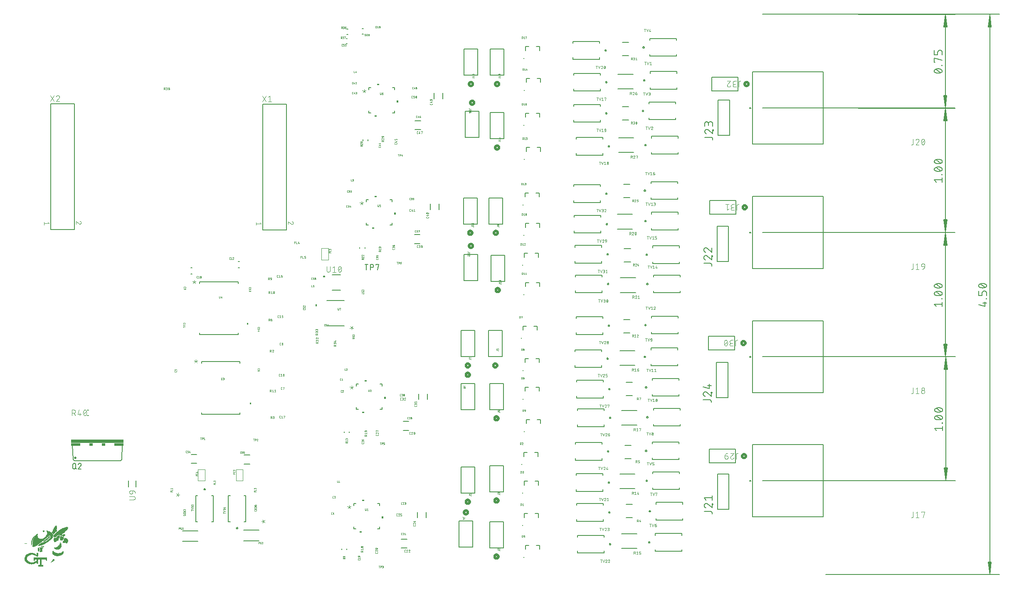
<source format=gbr>
G04 EAGLE Gerber RS-274X export*
G75*
%MOMM*%
%FSLAX34Y34*%
%LPD*%
%INSilkscreen Top*%
%IPPOS*%
%AMOC8*
5,1,8,0,0,1.08239X$1,22.5*%
G01*
%ADD10R,1.016000X0.050800*%
%ADD11R,1.066800X0.050800*%
%ADD12R,0.355600X0.050800*%
%ADD13R,0.152400X0.050800*%
%ADD14R,0.863600X0.050800*%
%ADD15R,1.168400X0.050800*%
%ADD16R,1.371600X0.050800*%
%ADD17R,0.304800X0.050800*%
%ADD18R,1.574800X0.050800*%
%ADD19R,1.778000X0.050800*%
%ADD20R,1.930400X0.050800*%
%ADD21R,2.387600X0.050800*%
%ADD22R,0.050800X0.050800*%
%ADD23R,0.914400X0.050800*%
%ADD24R,0.762000X0.050800*%
%ADD25R,0.711200X0.050800*%
%ADD26R,0.660400X0.050800*%
%ADD27R,0.203200X0.050800*%
%ADD28R,0.558800X0.050800*%
%ADD29R,0.609600X0.050800*%
%ADD30R,0.508000X0.050800*%
%ADD31R,0.406400X0.050800*%
%ADD32R,0.254000X0.050800*%
%ADD33R,0.457200X0.050800*%
%ADD34R,2.692400X0.050800*%
%ADD35R,1.219200X0.050800*%
%ADD36R,1.422400X0.050800*%
%ADD37R,0.812800X0.050800*%
%ADD38R,0.965200X0.050800*%
%ADD39R,1.828800X0.050800*%
%ADD40R,1.879600X0.050800*%
%ADD41R,1.727200X0.050800*%
%ADD42R,1.981200X0.050800*%
%ADD43R,2.032000X0.050800*%
%ADD44R,2.133600X0.050800*%
%ADD45R,1.117600X0.050800*%
%ADD46R,0.101600X0.050800*%
%ADD47R,1.320800X0.050800*%
%ADD48R,1.270000X0.050800*%
%ADD49R,1.473200X0.050800*%
%ADD50R,1.524000X0.050800*%
%ADD51R,1.676400X0.050800*%
%ADD52R,2.082800X0.050800*%
%ADD53R,2.184400X0.050800*%
%ADD54R,2.286000X0.050800*%
%ADD55R,2.336800X0.050800*%
%ADD56R,1.625600X0.050800*%
%ADD57C,0.130000*%
%ADD58C,0.152400*%
%ADD59C,0.203200*%
%ADD60C,0.076200*%
%ADD61C,0.101600*%
%ADD62C,0.508000*%
%ADD63R,10.668000X0.762000*%
%ADD64R,1.905000X0.508000*%
%ADD65R,0.762000X0.508000*%
%ADD66C,0.127000*%
%ADD67C,0.025400*%
%ADD68C,0.050800*%
%ADD69C,0.200000*%
%ADD70C,0.508000*%
%ADD71C,0.200000*%
%ADD72C,0.050000*%

G36*
X741167Y998703D02*
X741167Y998703D01*
X741169Y998702D01*
X741212Y998722D01*
X741256Y998740D01*
X741256Y998742D01*
X741258Y998743D01*
X741291Y998828D01*
X741291Y1001368D01*
X741290Y1001370D01*
X741291Y1001372D01*
X741271Y1001415D01*
X741253Y1001459D01*
X741251Y1001459D01*
X741250Y1001461D01*
X741165Y1001494D01*
X737355Y1001494D01*
X737353Y1001493D01*
X737351Y1001494D01*
X737308Y1001474D01*
X737264Y1001456D01*
X737264Y1001454D01*
X737262Y1001453D01*
X737229Y1001368D01*
X737229Y998828D01*
X737230Y998826D01*
X737229Y998824D01*
X737249Y998781D01*
X737267Y998737D01*
X737269Y998737D01*
X737270Y998735D01*
X737355Y998702D01*
X741165Y998702D01*
X741167Y998703D01*
G37*
G36*
X780140Y963210D02*
X780140Y963210D01*
X780142Y963209D01*
X780185Y963229D01*
X780229Y963247D01*
X780229Y963249D01*
X780231Y963250D01*
X780264Y963335D01*
X780264Y967145D01*
X780263Y967147D01*
X780264Y967149D01*
X780244Y967192D01*
X780226Y967236D01*
X780224Y967236D01*
X780223Y967238D01*
X780138Y967271D01*
X777598Y967271D01*
X777596Y967270D01*
X777594Y967271D01*
X777551Y967251D01*
X777507Y967233D01*
X777507Y967231D01*
X777505Y967230D01*
X777472Y967145D01*
X777472Y963335D01*
X777473Y963333D01*
X777472Y963331D01*
X777492Y963288D01*
X777510Y963244D01*
X777512Y963244D01*
X777513Y963242D01*
X777598Y963209D01*
X780138Y963209D01*
X780140Y963210D01*
G37*
G36*
X736167Y933987D02*
X736167Y933987D01*
X736169Y933986D01*
X736212Y934006D01*
X736256Y934024D01*
X736256Y934026D01*
X736258Y934027D01*
X736291Y934112D01*
X736291Y936652D01*
X736290Y936654D01*
X736291Y936656D01*
X736271Y936699D01*
X736253Y936743D01*
X736251Y936743D01*
X736250Y936745D01*
X736165Y936778D01*
X732355Y936778D01*
X732353Y936777D01*
X732351Y936778D01*
X732308Y936758D01*
X732264Y936740D01*
X732264Y936738D01*
X732262Y936737D01*
X732229Y936652D01*
X732229Y934112D01*
X732230Y934110D01*
X732229Y934108D01*
X732249Y934065D01*
X732267Y934021D01*
X732269Y934021D01*
X732270Y934019D01*
X732355Y933986D01*
X736165Y933986D01*
X736167Y933987D01*
G37*
G36*
X736087Y770103D02*
X736087Y770103D01*
X736089Y770102D01*
X736132Y770122D01*
X736176Y770140D01*
X736176Y770142D01*
X736178Y770143D01*
X736211Y770228D01*
X736211Y772768D01*
X736210Y772770D01*
X736211Y772772D01*
X736191Y772815D01*
X736173Y772859D01*
X736171Y772859D01*
X736170Y772861D01*
X736085Y772894D01*
X732275Y772894D01*
X732273Y772893D01*
X732271Y772894D01*
X732228Y772874D01*
X732184Y772856D01*
X732184Y772854D01*
X732182Y772853D01*
X732149Y772768D01*
X732149Y770228D01*
X732150Y770226D01*
X732149Y770224D01*
X732169Y770181D01*
X732187Y770137D01*
X732189Y770137D01*
X732190Y770135D01*
X732275Y770102D01*
X736085Y770102D01*
X736087Y770103D01*
G37*
G36*
X775060Y734610D02*
X775060Y734610D01*
X775062Y734609D01*
X775105Y734629D01*
X775149Y734647D01*
X775149Y734649D01*
X775151Y734650D01*
X775184Y734735D01*
X775184Y738545D01*
X775183Y738547D01*
X775184Y738549D01*
X775164Y738592D01*
X775146Y738636D01*
X775144Y738636D01*
X775143Y738638D01*
X775058Y738671D01*
X772518Y738671D01*
X772516Y738670D01*
X772514Y738671D01*
X772471Y738651D01*
X772427Y738633D01*
X772427Y738631D01*
X772425Y738630D01*
X772392Y738545D01*
X772392Y734735D01*
X772393Y734733D01*
X772392Y734731D01*
X772412Y734688D01*
X772430Y734644D01*
X772432Y734644D01*
X772433Y734642D01*
X772518Y734609D01*
X775058Y734609D01*
X775060Y734610D01*
G37*
G36*
X731087Y705387D02*
X731087Y705387D01*
X731089Y705386D01*
X731132Y705406D01*
X731176Y705424D01*
X731176Y705426D01*
X731178Y705427D01*
X731211Y705512D01*
X731211Y708052D01*
X731210Y708054D01*
X731211Y708056D01*
X731191Y708099D01*
X731173Y708143D01*
X731171Y708143D01*
X731170Y708145D01*
X731085Y708178D01*
X727275Y708178D01*
X727273Y708177D01*
X727271Y708178D01*
X727228Y708158D01*
X727184Y708140D01*
X727184Y708138D01*
X727182Y708137D01*
X727149Y708052D01*
X727149Y705512D01*
X727150Y705510D01*
X727149Y705508D01*
X727169Y705465D01*
X727187Y705421D01*
X727189Y705421D01*
X727190Y705419D01*
X727275Y705386D01*
X731085Y705386D01*
X731087Y705387D01*
G37*
G36*
X614686Y547620D02*
X614686Y547620D01*
X614688Y547619D01*
X614731Y547639D01*
X614775Y547657D01*
X614775Y547659D01*
X614777Y547660D01*
X614810Y547745D01*
X614810Y551555D01*
X614809Y551557D01*
X614810Y551559D01*
X614790Y551602D01*
X614772Y551646D01*
X614770Y551646D01*
X614769Y551648D01*
X614684Y551681D01*
X612144Y551681D01*
X612142Y551680D01*
X612140Y551681D01*
X612097Y551661D01*
X612053Y551643D01*
X612053Y551641D01*
X612051Y551640D01*
X612018Y551555D01*
X612018Y547745D01*
X612019Y547743D01*
X612018Y547741D01*
X612038Y547698D01*
X612056Y547654D01*
X612058Y547654D01*
X612059Y547652D01*
X612144Y547619D01*
X614684Y547619D01*
X614686Y547620D01*
G37*
G36*
X475109Y509780D02*
X475109Y509780D01*
X475111Y509779D01*
X475154Y509799D01*
X475198Y509817D01*
X475198Y509819D01*
X475200Y509820D01*
X475233Y509905D01*
X475233Y513715D01*
X475232Y513717D01*
X475233Y513719D01*
X475213Y513762D01*
X475195Y513806D01*
X475193Y513806D01*
X475192Y513808D01*
X475107Y513841D01*
X472567Y513841D01*
X472565Y513840D01*
X472563Y513841D01*
X472520Y513821D01*
X472476Y513803D01*
X472476Y513801D01*
X472474Y513800D01*
X472441Y513715D01*
X472441Y509905D01*
X472442Y509903D01*
X472441Y509901D01*
X472461Y509858D01*
X472479Y509814D01*
X472481Y509814D01*
X472482Y509812D01*
X472567Y509779D01*
X475107Y509779D01*
X475109Y509780D01*
G37*
G36*
X715767Y394183D02*
X715767Y394183D01*
X715769Y394182D01*
X715812Y394202D01*
X715856Y394220D01*
X715856Y394222D01*
X715858Y394223D01*
X715891Y394308D01*
X715891Y396848D01*
X715890Y396850D01*
X715891Y396852D01*
X715871Y396895D01*
X715853Y396939D01*
X715851Y396939D01*
X715850Y396941D01*
X715765Y396974D01*
X711955Y396974D01*
X711953Y396973D01*
X711951Y396974D01*
X711908Y396954D01*
X711864Y396936D01*
X711864Y396934D01*
X711862Y396933D01*
X711829Y396848D01*
X711829Y394308D01*
X711830Y394306D01*
X711829Y394304D01*
X711849Y394261D01*
X711867Y394217D01*
X711869Y394217D01*
X711870Y394215D01*
X711955Y394182D01*
X715765Y394182D01*
X715767Y394183D01*
G37*
G36*
X754740Y358690D02*
X754740Y358690D01*
X754742Y358689D01*
X754785Y358709D01*
X754829Y358727D01*
X754829Y358729D01*
X754831Y358730D01*
X754864Y358815D01*
X754864Y362625D01*
X754863Y362627D01*
X754864Y362629D01*
X754844Y362672D01*
X754826Y362716D01*
X754824Y362716D01*
X754823Y362718D01*
X754738Y362751D01*
X752198Y362751D01*
X752196Y362750D01*
X752194Y362751D01*
X752151Y362731D01*
X752107Y362713D01*
X752107Y362711D01*
X752105Y362710D01*
X752072Y362625D01*
X752072Y358815D01*
X752073Y358813D01*
X752072Y358811D01*
X752092Y358768D01*
X752110Y358724D01*
X752112Y358724D01*
X752113Y358722D01*
X752198Y358689D01*
X754738Y358689D01*
X754740Y358690D01*
G37*
G36*
X480951Y347220D02*
X480951Y347220D01*
X480953Y347219D01*
X480996Y347239D01*
X481040Y347257D01*
X481040Y347259D01*
X481042Y347260D01*
X481075Y347345D01*
X481075Y351155D01*
X481074Y351157D01*
X481075Y351159D01*
X481055Y351202D01*
X481037Y351246D01*
X481035Y351246D01*
X481034Y351248D01*
X480949Y351281D01*
X478409Y351281D01*
X478407Y351280D01*
X478405Y351281D01*
X478362Y351261D01*
X478318Y351243D01*
X478318Y351241D01*
X478316Y351240D01*
X478283Y351155D01*
X478283Y347345D01*
X478284Y347343D01*
X478283Y347341D01*
X478303Y347298D01*
X478321Y347254D01*
X478323Y347254D01*
X478324Y347252D01*
X478409Y347219D01*
X480949Y347219D01*
X480951Y347220D01*
G37*
G36*
X710767Y329467D02*
X710767Y329467D01*
X710769Y329466D01*
X710812Y329486D01*
X710856Y329504D01*
X710856Y329506D01*
X710858Y329507D01*
X710891Y329592D01*
X710891Y332132D01*
X710890Y332134D01*
X710891Y332136D01*
X710871Y332179D01*
X710853Y332223D01*
X710851Y332223D01*
X710850Y332225D01*
X710765Y332258D01*
X706955Y332258D01*
X706953Y332257D01*
X706951Y332258D01*
X706908Y332238D01*
X706864Y332220D01*
X706864Y332218D01*
X706862Y332217D01*
X706829Y332132D01*
X706829Y329592D01*
X706830Y329590D01*
X706829Y329588D01*
X706849Y329545D01*
X706867Y329501D01*
X706869Y329501D01*
X706870Y329499D01*
X706955Y329466D01*
X710765Y329466D01*
X710767Y329467D01*
G37*
G36*
X710687Y150343D02*
X710687Y150343D01*
X710689Y150342D01*
X710732Y150362D01*
X710776Y150380D01*
X710776Y150382D01*
X710778Y150383D01*
X710811Y150468D01*
X710811Y153008D01*
X710810Y153010D01*
X710811Y153012D01*
X710791Y153055D01*
X710773Y153099D01*
X710771Y153099D01*
X710770Y153101D01*
X710685Y153134D01*
X706875Y153134D01*
X706873Y153133D01*
X706871Y153134D01*
X706828Y153114D01*
X706784Y153096D01*
X706784Y153094D01*
X706782Y153093D01*
X706749Y153008D01*
X706749Y150468D01*
X706750Y150466D01*
X706749Y150464D01*
X706769Y150421D01*
X706787Y150377D01*
X706789Y150377D01*
X706790Y150375D01*
X706875Y150342D01*
X710685Y150342D01*
X710687Y150343D01*
G37*
G36*
X749660Y114850D02*
X749660Y114850D01*
X749662Y114849D01*
X749705Y114869D01*
X749749Y114887D01*
X749749Y114889D01*
X749751Y114890D01*
X749784Y114975D01*
X749784Y118785D01*
X749783Y118787D01*
X749784Y118789D01*
X749764Y118832D01*
X749746Y118876D01*
X749744Y118876D01*
X749743Y118878D01*
X749658Y118911D01*
X747118Y118911D01*
X747116Y118910D01*
X747114Y118911D01*
X747071Y118891D01*
X747027Y118873D01*
X747027Y118871D01*
X747025Y118870D01*
X746992Y118785D01*
X746992Y114975D01*
X746993Y114973D01*
X746992Y114971D01*
X747012Y114928D01*
X747030Y114884D01*
X747032Y114884D01*
X747033Y114882D01*
X747118Y114849D01*
X749658Y114849D01*
X749660Y114850D01*
G37*
G36*
X705687Y85627D02*
X705687Y85627D01*
X705689Y85626D01*
X705732Y85646D01*
X705776Y85664D01*
X705776Y85666D01*
X705778Y85667D01*
X705811Y85752D01*
X705811Y88292D01*
X705810Y88294D01*
X705811Y88296D01*
X705791Y88339D01*
X705773Y88383D01*
X705771Y88383D01*
X705770Y88385D01*
X705685Y88418D01*
X701875Y88418D01*
X701873Y88417D01*
X701871Y88418D01*
X701828Y88398D01*
X701784Y88380D01*
X701784Y88378D01*
X701782Y88377D01*
X701749Y88292D01*
X701749Y85752D01*
X701750Y85750D01*
X701749Y85748D01*
X701769Y85705D01*
X701787Y85661D01*
X701789Y85661D01*
X701790Y85659D01*
X701875Y85626D01*
X705685Y85626D01*
X705687Y85627D01*
G37*
D10*
X52070Y16256D03*
D11*
X52324Y16764D03*
X52324Y17272D03*
X52324Y17780D03*
X52324Y18288D03*
X52324Y18796D03*
X52324Y19304D03*
D12*
X52324Y19812D03*
X52324Y20320D03*
D13*
X33528Y20828D03*
D12*
X52324Y20828D03*
D14*
X33528Y21336D03*
D12*
X52324Y21336D03*
D15*
X33528Y21844D03*
D12*
X52324Y21844D03*
D16*
X33528Y22352D03*
D17*
X45466Y22352D03*
D12*
X52324Y22352D03*
D18*
X33528Y22860D03*
D12*
X45212Y22860D03*
X52324Y22860D03*
D19*
X33528Y23368D03*
D12*
X45212Y23368D03*
X52324Y23368D03*
D20*
X33274Y23876D03*
D12*
X45212Y23876D03*
X52324Y23876D03*
D21*
X35052Y24384D03*
D12*
X52324Y24384D03*
D22*
X73660Y24384D03*
D23*
X27178Y24892D03*
X42418Y24892D03*
D12*
X52324Y24892D03*
D22*
X74168Y24892D03*
D24*
X25908Y25400D03*
X43180Y25400D03*
D12*
X52324Y25400D03*
D13*
X74676Y25400D03*
D25*
X25146Y25908D03*
D26*
X43688Y25908D03*
D12*
X52324Y25908D03*
D27*
X75438Y25908D03*
D25*
X24638Y26416D03*
D28*
X44196Y26416D03*
D12*
X52324Y26416D03*
D27*
X75946Y26416D03*
D29*
X24130Y26924D03*
D30*
X44450Y26924D03*
D12*
X52324Y26924D03*
D17*
X76454Y26924D03*
D29*
X23622Y27432D03*
D31*
X44958Y27432D03*
D12*
X52324Y27432D03*
D17*
X76962Y27432D03*
D29*
X23114Y27940D03*
D12*
X45212Y27940D03*
X52324Y27940D03*
D17*
X77470Y27940D03*
D28*
X22860Y28448D03*
D32*
X39624Y28448D03*
D12*
X45212Y28448D03*
X52324Y28448D03*
D27*
X64262Y28448D03*
D31*
X77978Y28448D03*
D28*
X22860Y28956D03*
D32*
X39624Y28956D03*
D12*
X45212Y28956D03*
X52324Y28956D03*
D32*
X64008Y28956D03*
D31*
X78486Y28956D03*
D28*
X22352Y29464D03*
D32*
X39624Y29464D03*
D12*
X45212Y29464D03*
X52324Y29464D03*
D32*
X64008Y29464D03*
D33*
X78740Y29464D03*
D30*
X22098Y29972D03*
D32*
X39624Y29972D03*
D12*
X45212Y29972D03*
X52324Y29972D03*
D32*
X64008Y29972D03*
D31*
X78994Y29972D03*
D30*
X22098Y30480D03*
D32*
X39624Y30480D03*
D12*
X45212Y30480D03*
X52324Y30480D03*
D32*
X64008Y30480D03*
X78232Y30480D03*
D30*
X22098Y30988D03*
D34*
X51816Y30988D03*
D13*
X77724Y30988D03*
D28*
X21844Y31496D03*
D34*
X51816Y31496D03*
D28*
X21844Y32004D03*
D34*
X51816Y32004D03*
D28*
X21844Y32512D03*
D34*
X51816Y32512D03*
D28*
X21844Y33020D03*
D34*
X51816Y33020D03*
D30*
X22098Y33528D03*
D34*
X51816Y33528D03*
D30*
X22098Y34036D03*
D34*
X51816Y34036D03*
D30*
X22098Y34544D03*
D28*
X22352Y35052D03*
D30*
X22606Y35560D03*
D28*
X22860Y36068D03*
X23368Y36576D03*
X23368Y37084D03*
D12*
X45212Y37084D03*
D29*
X24130Y37592D03*
D31*
X44958Y37592D03*
D33*
X86360Y37592D03*
D29*
X24638Y38100D03*
D30*
X44450Y38100D03*
D23*
X86614Y38100D03*
D26*
X24892Y38608D03*
D28*
X44196Y38608D03*
D35*
X86614Y38608D03*
D25*
X25654Y39116D03*
X43434Y39116D03*
D36*
X86614Y39116D03*
D37*
X26670Y39624D03*
X42926Y39624D03*
D18*
X86868Y39624D03*
D38*
X27940Y40132D03*
D25*
X39878Y40132D03*
D17*
X45466Y40132D03*
D19*
X86868Y40132D03*
D39*
X33274Y40640D03*
D17*
X45466Y40640D03*
D40*
X86868Y40640D03*
D41*
X33274Y41148D03*
D17*
X45466Y41148D03*
D42*
X86868Y41148D03*
D18*
X33528Y41656D03*
D17*
X45466Y41656D03*
D43*
X87122Y41656D03*
D16*
X33528Y42164D03*
D17*
X45466Y42164D03*
D44*
X87122Y42164D03*
D45*
X33782Y42672D03*
D17*
X45466Y42672D03*
D44*
X87122Y42672D03*
D24*
X33528Y43180D03*
D17*
X45466Y43180D03*
D10*
X81026Y43180D03*
D37*
X94234Y43180D03*
X80010Y43688D03*
D29*
X95250Y43688D03*
D26*
X79248Y44196D03*
D33*
X96012Y44196D03*
D28*
X78740Y44704D03*
D31*
X96774Y44704D03*
D33*
X78232Y45212D03*
D17*
X97282Y45212D03*
D31*
X77978Y45720D03*
D32*
X97536Y45720D03*
D17*
X52578Y46228D03*
X77978Y46228D03*
D27*
X97790Y46228D03*
D22*
X48768Y46736D03*
D30*
X52578Y46736D03*
D32*
X77724Y46736D03*
D46*
X97790Y46736D03*
D13*
X48260Y47244D03*
D28*
X52832Y47244D03*
D13*
X77724Y47244D03*
X48260Y47752D03*
D30*
X53086Y47752D03*
D46*
X77470Y47752D03*
D32*
X48260Y48260D03*
D33*
X53340Y48260D03*
D12*
X48260Y48768D03*
D31*
X53086Y48768D03*
D12*
X48260Y49276D03*
D31*
X53086Y49276D03*
X48514Y49784D03*
D17*
X53086Y49784D03*
D31*
X48514Y50292D03*
D33*
X53340Y50292D03*
D12*
X48260Y50800D03*
D30*
X53594Y50800D03*
D31*
X86106Y50800D03*
D12*
X48260Y51308D03*
D30*
X53594Y51308D03*
D25*
X86106Y51308D03*
D12*
X48260Y51816D03*
D30*
X53594Y51816D03*
D23*
X86106Y51816D03*
D17*
X48006Y52324D03*
D30*
X53594Y52324D03*
D10*
X86106Y52324D03*
D32*
X48260Y52832D03*
D28*
X53340Y52832D03*
D45*
X86106Y52832D03*
D32*
X48260Y53340D03*
D26*
X53848Y53340D03*
D35*
X86106Y53340D03*
D27*
X48514Y53848D03*
D25*
X54102Y53848D03*
D47*
X86106Y53848D03*
D13*
X48768Y54356D03*
D26*
X54356Y54356D03*
D36*
X86106Y54356D03*
D46*
X49530Y54864D03*
D17*
X53086Y54864D03*
D16*
X86360Y54864D03*
D11*
X88392Y55372D03*
D17*
X57150Y55880D03*
D14*
X89408Y55880D03*
D27*
X37338Y56388D03*
D29*
X55626Y56388D03*
D37*
X90170Y56388D03*
D33*
X38100Y56896D03*
D30*
X56134Y56896D03*
D25*
X90678Y56896D03*
D28*
X38608Y57404D03*
D12*
X56896Y57404D03*
D26*
X90932Y57404D03*
X39116Y57912D03*
D46*
X58166Y57912D03*
D29*
X91186Y57912D03*
D24*
X39624Y58420D03*
D29*
X91694Y58420D03*
D14*
X40132Y58928D03*
D28*
X49276Y58928D03*
X91948Y58928D03*
D23*
X40386Y59436D03*
D25*
X50546Y59436D03*
D30*
X92202Y59436D03*
D22*
X34036Y59944D03*
D38*
X40640Y59944D03*
D37*
X51562Y59944D03*
D33*
X92456Y59944D03*
D22*
X34036Y60452D03*
D11*
X41148Y60452D03*
D14*
X52324Y60452D03*
D12*
X92456Y60452D03*
D46*
X33782Y60960D03*
D45*
X41402Y60960D03*
D23*
X53594Y60960D03*
D12*
X92456Y60960D03*
D46*
X33782Y61468D03*
D15*
X41656Y61468D03*
D38*
X54356Y61468D03*
D17*
X92710Y61468D03*
D46*
X33782Y61976D03*
D48*
X42164Y61976D03*
D38*
X54864Y61976D03*
D17*
X92710Y61976D03*
D46*
X33782Y62484D03*
D47*
X42418Y62484D03*
D38*
X55880Y62484D03*
D32*
X92456Y62484D03*
D13*
X33528Y62992D03*
D16*
X42672Y62992D03*
D10*
X56642Y62992D03*
D27*
X92710Y62992D03*
X33782Y63500D03*
D49*
X43180Y63500D03*
D11*
X57404Y63500D03*
D13*
X92456Y63500D03*
D27*
X104902Y63500D03*
X33782Y64008D03*
D50*
X43434Y64008D03*
D10*
X58166Y64008D03*
D46*
X92202Y64008D03*
D17*
X104902Y64008D03*
D27*
X33782Y64516D03*
D18*
X43688Y64516D03*
D11*
X58928Y64516D03*
D46*
X92202Y64516D03*
D12*
X99568Y64516D03*
X105156Y64516D03*
D27*
X33782Y65024D03*
D51*
X44196Y65024D03*
D23*
X60198Y65024D03*
D30*
X99822Y65024D03*
D31*
X104902Y65024D03*
D27*
X33782Y65532D03*
D41*
X44450Y65532D03*
D14*
X61468Y65532D03*
D11*
X102108Y65532D03*
D27*
X33782Y66040D03*
D39*
X44958Y66040D03*
D25*
X62738Y66040D03*
D27*
X81534Y66040D03*
D11*
X102108Y66040D03*
D27*
X33782Y66548D03*
D40*
X45212Y66548D03*
D26*
X64008Y66548D03*
D17*
X81534Y66548D03*
D11*
X102108Y66548D03*
D13*
X34036Y67056D03*
D40*
X45720Y67056D03*
D13*
X57912Y67056D03*
D29*
X64770Y67056D03*
D31*
X81534Y67056D03*
D10*
X102362Y67056D03*
D27*
X34290Y67564D03*
D20*
X45974Y67564D03*
D32*
X58928Y67564D03*
D28*
X65532Y67564D03*
D33*
X81788Y67564D03*
D10*
X102870Y67564D03*
D27*
X34290Y68072D03*
D43*
X46482Y68072D03*
D17*
X59690Y68072D03*
D28*
X66548Y68072D03*
X81788Y68072D03*
D38*
X103124Y68072D03*
D27*
X34290Y68580D03*
D52*
X46736Y68580D03*
D12*
X60452Y68580D03*
D30*
X67310Y68580D03*
D29*
X82042Y68580D03*
D23*
X103378Y68580D03*
D13*
X34544Y69088D03*
D44*
X46990Y69088D03*
D17*
X60706Y69088D03*
D30*
X67818Y69088D03*
D37*
X83058Y69088D03*
D14*
X103632Y69088D03*
D27*
X34798Y69596D03*
D44*
X47498Y69596D03*
D27*
X61214Y69596D03*
D46*
X63754Y69596D03*
D30*
X68834Y69596D03*
D23*
X83566Y69596D03*
D12*
X95504Y69596D03*
D14*
X103632Y69596D03*
D27*
X34798Y70104D03*
D53*
X47752Y70104D03*
D13*
X61468Y70104D03*
X64008Y70104D03*
D30*
X69342Y70104D03*
D38*
X83312Y70104D03*
D33*
X94996Y70104D03*
D14*
X103632Y70104D03*
D13*
X35052Y70612D03*
D54*
X48260Y70612D03*
D46*
X61722Y70612D03*
D32*
X64516Y70612D03*
D33*
X70104Y70612D03*
D10*
X83566Y70612D03*
D28*
X94996Y70612D03*
D37*
X103378Y70612D03*
D27*
X35306Y71120D03*
D54*
X48768Y71120D03*
D12*
X64516Y71120D03*
D33*
X70612Y71120D03*
D10*
X83566Y71120D03*
D29*
X94742Y71120D03*
D37*
X103378Y71120D03*
D13*
X35560Y71628D03*
D55*
X49022Y71628D03*
D33*
X65024Y71628D03*
X71120Y71628D03*
D10*
X83566Y71628D03*
D29*
X94742Y71628D03*
D24*
X103632Y71628D03*
D27*
X35814Y72136D03*
D21*
X49276Y72136D03*
D31*
X65278Y72136D03*
D30*
X71882Y72136D03*
D38*
X83820Y72136D03*
D26*
X94996Y72136D03*
D25*
X103378Y72136D03*
D13*
X36068Y72644D03*
D48*
X44196Y72644D03*
D24*
X58420Y72644D03*
D12*
X65532Y72644D03*
D30*
X72390Y72644D03*
D38*
X83820Y72644D03*
D25*
X95250Y72644D03*
D29*
X103378Y72644D03*
D13*
X36576Y73152D03*
D15*
X43688Y73152D03*
D29*
X59690Y73152D03*
D32*
X65532Y73152D03*
D46*
X68326Y73152D03*
D30*
X72898Y73152D03*
D38*
X83820Y73152D03*
D25*
X95250Y73152D03*
D30*
X102870Y73152D03*
D13*
X36576Y73660D03*
D10*
X43434Y73660D03*
D28*
X60452Y73660D03*
D27*
X65786Y73660D03*
D13*
X68580Y73660D03*
D30*
X73406Y73660D03*
D23*
X84074Y73660D03*
D22*
X89916Y73660D03*
D24*
X95504Y73660D03*
D32*
X102108Y73660D03*
D13*
X37084Y74168D03*
D38*
X43180Y74168D03*
D30*
X61214Y74168D03*
D46*
X66294Y74168D03*
D27*
X68834Y74168D03*
D30*
X73914Y74168D03*
D14*
X84328Y74168D03*
D46*
X89662Y74168D03*
D37*
X95758Y74168D03*
D46*
X37338Y74676D03*
D14*
X43180Y74676D03*
D30*
X61722Y74676D03*
D32*
X69088Y74676D03*
D33*
X74168Y74676D03*
D22*
X82296Y74676D03*
D29*
X87122Y74676D03*
D37*
X95758Y74676D03*
D46*
X37846Y75184D03*
D37*
X42926Y75184D03*
D30*
X62738Y75184D03*
D17*
X68834Y75184D03*
D30*
X74422Y75184D03*
D28*
X87376Y75184D03*
D24*
X95504Y75184D03*
D13*
X38100Y75692D03*
D25*
X42926Y75692D03*
D30*
X63246Y75692D03*
D12*
X69088Y75692D03*
D33*
X74676Y75692D03*
D22*
X81280Y75692D03*
D29*
X87630Y75692D03*
D25*
X95250Y75692D03*
D46*
X38354Y76200D03*
D25*
X42926Y76200D03*
D30*
X63754Y76200D03*
D17*
X69342Y76200D03*
D33*
X74676Y76200D03*
D30*
X81026Y76200D03*
D28*
X87884Y76200D03*
D29*
X94742Y76200D03*
D46*
X38862Y76708D03*
D29*
X42926Y76708D03*
D30*
X64262Y76708D03*
D27*
X69850Y76708D03*
D30*
X74930Y76708D03*
D28*
X81280Y76708D03*
X87884Y76708D03*
D30*
X94742Y76708D03*
D46*
X39370Y77216D03*
D28*
X22225Y63246D03*
D30*
X64770Y77216D03*
D13*
X70104Y77216D03*
D28*
X74676Y77216D03*
X81280Y77216D03*
D30*
X88138Y77216D03*
D31*
X94234Y77216D03*
D46*
X99314Y77216D03*
D26*
X42672Y77724D03*
D28*
X65532Y77724D03*
D46*
X70358Y77724D03*
D28*
X74676Y77724D03*
D29*
X81534Y77724D03*
D30*
X88646Y77724D03*
D32*
X93980Y77724D03*
X99060Y77724D03*
D29*
X42926Y78232D03*
D28*
X66040Y78232D03*
D22*
X70612Y78232D03*
D28*
X74676Y78232D03*
D26*
X81788Y78232D03*
D30*
X89154Y78232D03*
D46*
X93726Y78232D03*
D31*
X98806Y78232D03*
D30*
X42926Y78740D03*
D29*
X66294Y78740D03*
D28*
X74676Y78740D03*
D25*
X82042Y78740D03*
D31*
X89662Y78740D03*
D30*
X98806Y78740D03*
D33*
X43180Y79248D03*
D29*
X66802Y79248D03*
X74422Y79248D03*
D24*
X82296Y79248D03*
D32*
X90424Y79248D03*
D29*
X98298Y79248D03*
D12*
X43688Y79756D03*
D26*
X67056Y79756D03*
D29*
X74422Y79756D03*
D37*
X83058Y79756D03*
X97790Y79756D03*
D12*
X44196Y80264D03*
D47*
X70866Y80264D03*
D23*
X84074Y80264D03*
D10*
X96774Y80264D03*
D17*
X44450Y80772D03*
D47*
X70866Y80772D03*
D56*
X87630Y80772D03*
D33*
X99568Y80772D03*
D32*
X44704Y81280D03*
D35*
X70866Y81280D03*
D50*
X87630Y81280D03*
D12*
X100076Y81280D03*
D13*
X45212Y81788D03*
D35*
X70866Y81788D03*
D22*
X78232Y81788D03*
D50*
X88138Y81788D03*
D46*
X100838Y81788D03*
X45466Y82296D03*
D15*
X70612Y82296D03*
D46*
X78486Y82296D03*
D50*
X88646Y82296D03*
D46*
X45974Y82804D03*
D45*
X70866Y82804D03*
D27*
X78486Y82804D03*
D50*
X89154Y82804D03*
D11*
X70612Y83312D03*
D32*
X78740Y83312D03*
D18*
X89916Y83312D03*
D10*
X70358Y83820D03*
D12*
X78740Y83820D03*
D18*
X90424Y83820D03*
D10*
X70358Y84328D03*
D33*
X78740Y84328D03*
D18*
X90932Y84328D03*
D38*
X70104Y84836D03*
D28*
X78740Y84836D03*
D18*
X91440Y84836D03*
D14*
X69596Y85344D03*
D26*
X78740Y85344D03*
D56*
X92202Y85344D03*
D37*
X69342Y85852D03*
D25*
X78994Y85852D03*
D56*
X92710Y85852D03*
D25*
X68834Y86360D03*
X79502Y86360D03*
D56*
X93218Y86360D03*
D27*
X58166Y86868D03*
D25*
X68326Y86868D03*
D24*
X79756Y86868D03*
D18*
X93980Y86868D03*
D17*
X58166Y87376D03*
D29*
X67818Y87376D03*
D37*
X80010Y87376D03*
D18*
X94488Y87376D03*
D17*
X58166Y87884D03*
D33*
X67056Y87884D03*
D37*
X80518Y87884D03*
D18*
X94996Y87884D03*
D17*
X58166Y88392D03*
D12*
X66040Y88392D03*
D14*
X80772Y88392D03*
D18*
X95504Y88392D03*
D17*
X58166Y88900D03*
D13*
X65024Y88900D03*
D37*
X81026Y88900D03*
D18*
X96012Y88900D03*
D27*
X58166Y89408D03*
D37*
X81026Y89408D03*
D50*
X96774Y89408D03*
D37*
X81026Y89916D03*
D50*
X97282Y89916D03*
D24*
X81280Y90424D03*
D49*
X98044Y90424D03*
D24*
X81280Y90932D03*
D49*
X98552Y90932D03*
D25*
X81534Y91440D03*
D36*
X99314Y91440D03*
D25*
X81534Y91948D03*
D16*
X99568Y91948D03*
D26*
X81788Y92456D03*
D47*
X100330Y92456D03*
D25*
X82042Y92964D03*
D48*
X101092Y92964D03*
D26*
X82296Y93472D03*
D15*
X101600Y93472D03*
D26*
X82296Y93980D03*
D45*
X102362Y93980D03*
D28*
X82296Y94488D03*
D10*
X102870Y94488D03*
D28*
X82296Y94996D03*
D14*
X103632Y94996D03*
D30*
X82550Y95504D03*
D25*
X103886Y95504D03*
D30*
X82550Y96012D03*
X104902Y96012D03*
D33*
X82804Y96520D03*
D46*
X105918Y96520D03*
D31*
X83058Y97028D03*
X83058Y97536D03*
D12*
X83312Y98044D03*
D32*
X83312Y98552D03*
D46*
X83566Y99060D03*
D57*
X1651000Y0D02*
X2004510Y0D01*
X2004510Y1143000D02*
X1651000Y1143000D01*
X1985010Y1142350D02*
X1985010Y650D01*
X1981818Y26000D01*
X1988202Y26000D01*
X1985010Y650D01*
X1983710Y26000D01*
X1986310Y26000D02*
X1985010Y650D01*
X1982410Y26000D01*
X1987610Y26000D02*
X1985010Y650D01*
X1981818Y1117000D02*
X1985010Y1142350D01*
X1981818Y1117000D02*
X1988202Y1117000D01*
X1985010Y1142350D01*
X1983710Y1117000D01*
X1986310Y1117000D02*
X1985010Y1142350D01*
X1982410Y1117000D01*
X1987610Y1117000D02*
X1985010Y1142350D01*
D58*
X1962247Y551061D02*
X1974891Y547448D01*
X1974891Y556479D01*
X1971278Y553770D02*
X1978503Y553770D01*
X1978503Y562454D02*
X1977600Y562454D01*
X1977600Y563357D01*
X1978503Y563357D01*
X1978503Y562454D01*
X1978503Y569332D02*
X1978503Y574750D01*
X1978501Y574868D01*
X1978495Y574986D01*
X1978486Y575104D01*
X1978472Y575221D01*
X1978455Y575338D01*
X1978434Y575455D01*
X1978409Y575570D01*
X1978380Y575685D01*
X1978347Y575799D01*
X1978311Y575911D01*
X1978271Y576022D01*
X1978228Y576132D01*
X1978181Y576241D01*
X1978131Y576348D01*
X1978076Y576453D01*
X1978019Y576556D01*
X1977958Y576657D01*
X1977894Y576757D01*
X1977827Y576854D01*
X1977757Y576949D01*
X1977683Y577041D01*
X1977607Y577132D01*
X1977527Y577219D01*
X1977445Y577304D01*
X1977360Y577386D01*
X1977273Y577466D01*
X1977182Y577542D01*
X1977090Y577616D01*
X1976995Y577686D01*
X1976898Y577753D01*
X1976798Y577817D01*
X1976697Y577878D01*
X1976594Y577935D01*
X1976489Y577990D01*
X1976382Y578040D01*
X1976273Y578087D01*
X1976163Y578130D01*
X1976052Y578170D01*
X1975940Y578206D01*
X1975826Y578239D01*
X1975711Y578268D01*
X1975596Y578293D01*
X1975479Y578314D01*
X1975362Y578331D01*
X1975245Y578345D01*
X1975127Y578354D01*
X1975009Y578360D01*
X1974891Y578362D01*
X1974891Y578363D02*
X1973084Y578363D01*
X1973084Y578362D02*
X1972966Y578360D01*
X1972848Y578354D01*
X1972730Y578345D01*
X1972613Y578331D01*
X1972496Y578314D01*
X1972379Y578293D01*
X1972264Y578268D01*
X1972149Y578239D01*
X1972035Y578206D01*
X1971923Y578170D01*
X1971812Y578130D01*
X1971702Y578087D01*
X1971593Y578040D01*
X1971486Y577990D01*
X1971381Y577935D01*
X1971278Y577878D01*
X1971177Y577817D01*
X1971077Y577753D01*
X1970980Y577686D01*
X1970885Y577616D01*
X1970793Y577542D01*
X1970702Y577466D01*
X1970615Y577386D01*
X1970530Y577304D01*
X1970448Y577219D01*
X1970368Y577132D01*
X1970292Y577041D01*
X1970218Y576949D01*
X1970148Y576854D01*
X1970081Y576757D01*
X1970017Y576657D01*
X1969956Y576556D01*
X1969899Y576453D01*
X1969844Y576348D01*
X1969794Y576241D01*
X1969747Y576132D01*
X1969704Y576022D01*
X1969664Y575911D01*
X1969628Y575799D01*
X1969595Y575685D01*
X1969566Y575570D01*
X1969541Y575455D01*
X1969520Y575338D01*
X1969503Y575221D01*
X1969489Y575104D01*
X1969480Y574986D01*
X1969474Y574868D01*
X1969472Y574750D01*
X1969472Y569332D01*
X1962247Y569332D01*
X1962247Y578363D01*
X1964505Y586318D02*
X1964794Y586181D01*
X1965086Y586051D01*
X1965382Y585928D01*
X1965680Y585813D01*
X1965981Y585704D01*
X1966284Y585603D01*
X1966590Y585509D01*
X1966897Y585422D01*
X1967207Y585343D01*
X1967519Y585271D01*
X1967832Y585207D01*
X1968147Y585150D01*
X1968463Y585100D01*
X1968780Y585058D01*
X1969098Y585024D01*
X1969416Y584997D01*
X1969736Y584978D01*
X1970055Y584967D01*
X1970375Y584963D01*
X1964504Y586319D02*
X1964396Y586358D01*
X1964289Y586401D01*
X1964184Y586447D01*
X1964081Y586497D01*
X1963979Y586551D01*
X1963879Y586608D01*
X1963781Y586669D01*
X1963685Y586733D01*
X1963592Y586800D01*
X1963501Y586870D01*
X1963412Y586944D01*
X1963326Y587020D01*
X1963243Y587100D01*
X1963162Y587182D01*
X1963084Y587267D01*
X1963010Y587354D01*
X1962938Y587445D01*
X1962869Y587537D01*
X1962804Y587632D01*
X1962742Y587729D01*
X1962683Y587828D01*
X1962628Y587929D01*
X1962577Y588032D01*
X1962529Y588137D01*
X1962484Y588243D01*
X1962443Y588350D01*
X1962406Y588459D01*
X1962373Y588570D01*
X1962344Y588681D01*
X1962318Y588793D01*
X1962296Y588906D01*
X1962279Y589020D01*
X1962265Y589134D01*
X1962255Y589249D01*
X1962249Y589364D01*
X1962247Y589479D01*
X1962249Y589594D01*
X1962255Y589709D01*
X1962265Y589824D01*
X1962279Y589938D01*
X1962296Y590052D01*
X1962318Y590165D01*
X1962344Y590277D01*
X1962373Y590389D01*
X1962406Y590499D01*
X1962443Y590608D01*
X1962484Y590716D01*
X1962529Y590822D01*
X1962577Y590927D01*
X1962628Y591029D01*
X1962684Y591131D01*
X1962742Y591230D01*
X1962804Y591327D01*
X1962870Y591422D01*
X1962938Y591514D01*
X1963010Y591604D01*
X1963084Y591692D01*
X1963162Y591777D01*
X1963243Y591859D01*
X1963326Y591938D01*
X1963412Y592015D01*
X1963501Y592088D01*
X1963592Y592159D01*
X1963686Y592226D01*
X1963781Y592290D01*
X1963879Y592351D01*
X1963979Y592408D01*
X1964081Y592461D01*
X1964185Y592512D01*
X1964290Y592558D01*
X1964397Y592601D01*
X1964505Y592640D01*
X1964505Y592639D02*
X1964794Y592776D01*
X1965086Y592906D01*
X1965382Y593029D01*
X1965680Y593144D01*
X1965981Y593253D01*
X1966284Y593354D01*
X1966590Y593448D01*
X1966897Y593535D01*
X1967207Y593614D01*
X1967519Y593686D01*
X1967832Y593750D01*
X1968147Y593807D01*
X1968463Y593857D01*
X1968780Y593899D01*
X1969098Y593933D01*
X1969416Y593960D01*
X1969736Y593979D01*
X1970055Y593990D01*
X1970375Y593994D01*
X1970375Y584963D02*
X1970695Y584967D01*
X1971014Y584978D01*
X1971334Y584997D01*
X1971652Y585024D01*
X1971970Y585058D01*
X1972287Y585100D01*
X1972603Y585150D01*
X1972918Y585207D01*
X1973231Y585271D01*
X1973543Y585343D01*
X1973853Y585422D01*
X1974160Y585509D01*
X1974466Y585603D01*
X1974769Y585704D01*
X1975070Y585813D01*
X1975368Y585928D01*
X1975664Y586051D01*
X1975956Y586181D01*
X1976245Y586318D01*
X1976246Y586318D02*
X1976354Y586357D01*
X1976461Y586400D01*
X1976566Y586446D01*
X1976670Y586497D01*
X1976772Y586550D01*
X1976872Y586607D01*
X1976970Y586668D01*
X1977065Y586732D01*
X1977159Y586799D01*
X1977250Y586870D01*
X1977339Y586943D01*
X1977425Y587020D01*
X1977508Y587099D01*
X1977589Y587181D01*
X1977667Y587266D01*
X1977741Y587354D01*
X1977813Y587444D01*
X1977882Y587537D01*
X1977947Y587631D01*
X1978009Y587728D01*
X1978067Y587828D01*
X1978123Y587929D01*
X1978174Y588031D01*
X1978222Y588136D01*
X1978267Y588242D01*
X1978308Y588350D01*
X1978345Y588459D01*
X1978378Y588569D01*
X1978407Y588681D01*
X1978433Y588793D01*
X1978455Y588906D01*
X1978472Y589020D01*
X1978486Y589134D01*
X1978496Y589249D01*
X1978502Y589364D01*
X1978504Y589479D01*
X1976245Y592639D02*
X1975956Y592776D01*
X1975664Y592906D01*
X1975368Y593029D01*
X1975070Y593144D01*
X1974769Y593253D01*
X1974466Y593354D01*
X1974160Y593448D01*
X1973853Y593535D01*
X1973543Y593614D01*
X1973231Y593686D01*
X1972918Y593750D01*
X1972603Y593807D01*
X1972287Y593857D01*
X1971970Y593899D01*
X1971652Y593933D01*
X1971334Y593960D01*
X1971014Y593979D01*
X1970695Y593990D01*
X1970375Y593994D01*
X1976245Y592640D02*
X1976353Y592601D01*
X1976460Y592558D01*
X1976565Y592512D01*
X1976669Y592461D01*
X1976771Y592408D01*
X1976871Y592351D01*
X1976969Y592290D01*
X1977064Y592226D01*
X1977158Y592159D01*
X1977249Y592088D01*
X1977338Y592015D01*
X1977424Y591938D01*
X1977507Y591859D01*
X1977588Y591777D01*
X1977666Y591692D01*
X1977740Y591604D01*
X1977812Y591514D01*
X1977881Y591421D01*
X1977946Y591327D01*
X1978008Y591230D01*
X1978066Y591130D01*
X1978122Y591029D01*
X1978173Y590926D01*
X1978221Y590822D01*
X1978266Y590716D01*
X1978307Y590608D01*
X1978344Y590499D01*
X1978377Y590389D01*
X1978406Y590277D01*
X1978432Y590165D01*
X1978454Y590052D01*
X1978471Y589938D01*
X1978485Y589824D01*
X1978495Y589709D01*
X1978501Y589594D01*
X1978503Y589479D01*
X1974891Y585866D02*
X1965859Y593091D01*
D57*
X1913890Y951335D02*
X1522095Y951865D01*
X1522354Y1143259D02*
X1914149Y1142729D01*
X1894649Y1142105D02*
X1894391Y952011D01*
X1891233Y977365D01*
X1897618Y977357D01*
X1894391Y952011D01*
X1893126Y977363D01*
X1895726Y977359D02*
X1894391Y952011D01*
X1891826Y977365D01*
X1897026Y977357D02*
X1894391Y952011D01*
X1891422Y1116759D02*
X1894649Y1142105D01*
X1897807Y1116751D02*
X1891422Y1116759D01*
X1897807Y1116751D02*
X1894649Y1142105D01*
X1893314Y1116757D01*
X1895914Y1116753D02*
X1894649Y1142105D01*
X1892014Y1116759D01*
X1897214Y1116752D02*
X1894649Y1142105D01*
D58*
X1873985Y1024395D02*
X1874274Y1024258D01*
X1874566Y1024127D01*
X1874861Y1024004D01*
X1875159Y1023888D01*
X1875460Y1023779D01*
X1875763Y1023677D01*
X1876068Y1023583D01*
X1876376Y1023495D01*
X1876686Y1023415D01*
X1876997Y1023343D01*
X1877310Y1023278D01*
X1877625Y1023221D01*
X1877941Y1023171D01*
X1878258Y1023128D01*
X1878576Y1023093D01*
X1878894Y1023066D01*
X1879213Y1023046D01*
X1879533Y1023034D01*
X1879853Y1023030D01*
X1873985Y1024394D02*
X1873877Y1024434D01*
X1873770Y1024477D01*
X1873665Y1024524D01*
X1873561Y1024574D01*
X1873460Y1024628D01*
X1873360Y1024685D01*
X1873262Y1024746D01*
X1873166Y1024810D01*
X1873073Y1024877D01*
X1872982Y1024948D01*
X1872894Y1025022D01*
X1872808Y1025098D01*
X1872724Y1025178D01*
X1872644Y1025260D01*
X1872566Y1025345D01*
X1872492Y1025433D01*
X1872420Y1025523D01*
X1872352Y1025616D01*
X1872287Y1025711D01*
X1872225Y1025808D01*
X1872167Y1025907D01*
X1872112Y1026008D01*
X1872060Y1026111D01*
X1872012Y1026216D01*
X1871968Y1026322D01*
X1871927Y1026430D01*
X1871891Y1026539D01*
X1871858Y1026649D01*
X1871828Y1026761D01*
X1871803Y1026873D01*
X1871781Y1026986D01*
X1871764Y1027100D01*
X1871750Y1027214D01*
X1871741Y1027329D01*
X1871735Y1027444D01*
X1871733Y1027559D01*
X1871735Y1027674D01*
X1871741Y1027789D01*
X1871751Y1027904D01*
X1871765Y1028018D01*
X1871783Y1028131D01*
X1871805Y1028245D01*
X1871831Y1028357D01*
X1871861Y1028468D01*
X1871894Y1028578D01*
X1871931Y1028687D01*
X1871972Y1028795D01*
X1872017Y1028901D01*
X1872065Y1029005D01*
X1872117Y1029108D01*
X1872172Y1029209D01*
X1872231Y1029308D01*
X1872293Y1029405D01*
X1872359Y1029500D01*
X1872427Y1029592D01*
X1872499Y1029682D01*
X1872574Y1029769D01*
X1872652Y1029854D01*
X1872733Y1029936D01*
X1872816Y1030016D01*
X1872902Y1030092D01*
X1872991Y1030165D01*
X1873082Y1030235D01*
X1873176Y1030302D01*
X1873272Y1030366D01*
X1873370Y1030427D01*
X1873470Y1030484D01*
X1873572Y1030537D01*
X1873675Y1030587D01*
X1873781Y1030634D01*
X1873888Y1030676D01*
X1873996Y1030715D01*
X1873996Y1030716D02*
X1874285Y1030852D01*
X1874578Y1030981D01*
X1874873Y1031103D01*
X1875171Y1031218D01*
X1875472Y1031326D01*
X1875776Y1031427D01*
X1876082Y1031521D01*
X1876390Y1031607D01*
X1876700Y1031686D01*
X1877011Y1031757D01*
X1877325Y1031821D01*
X1877640Y1031877D01*
X1877956Y1031926D01*
X1878273Y1031967D01*
X1878591Y1032001D01*
X1878910Y1032027D01*
X1879229Y1032046D01*
X1879548Y1032057D01*
X1879868Y1032060D01*
X1879852Y1023029D02*
X1880172Y1023032D01*
X1880492Y1023043D01*
X1880811Y1023062D01*
X1881130Y1023088D01*
X1881448Y1023122D01*
X1881765Y1023163D01*
X1882081Y1023212D01*
X1882396Y1023268D01*
X1882709Y1023332D01*
X1883021Y1023403D01*
X1883331Y1023482D01*
X1883639Y1023568D01*
X1883945Y1023662D01*
X1884248Y1023763D01*
X1884549Y1023871D01*
X1884848Y1023986D01*
X1885143Y1024108D01*
X1885436Y1024237D01*
X1885725Y1024373D01*
X1885725Y1024375D02*
X1885833Y1024414D01*
X1885940Y1024456D01*
X1886046Y1024503D01*
X1886149Y1024553D01*
X1886251Y1024606D01*
X1886351Y1024663D01*
X1886449Y1024724D01*
X1886545Y1024788D01*
X1886639Y1024855D01*
X1886730Y1024925D01*
X1886819Y1024998D01*
X1886905Y1025074D01*
X1886988Y1025154D01*
X1887069Y1025236D01*
X1887147Y1025321D01*
X1887222Y1025408D01*
X1887294Y1025498D01*
X1887362Y1025590D01*
X1887428Y1025685D01*
X1887490Y1025782D01*
X1887549Y1025881D01*
X1887604Y1025982D01*
X1887656Y1026085D01*
X1887704Y1026189D01*
X1887749Y1026295D01*
X1887790Y1026403D01*
X1887827Y1026512D01*
X1887860Y1026622D01*
X1887890Y1026733D01*
X1887916Y1026845D01*
X1887938Y1026959D01*
X1887956Y1027072D01*
X1887970Y1027186D01*
X1887980Y1027301D01*
X1887986Y1027416D01*
X1887988Y1027531D01*
X1885736Y1030695D02*
X1885447Y1030832D01*
X1885155Y1030963D01*
X1884860Y1031086D01*
X1884562Y1031202D01*
X1884261Y1031311D01*
X1883958Y1031413D01*
X1883653Y1031507D01*
X1883345Y1031595D01*
X1883035Y1031675D01*
X1882724Y1031747D01*
X1882411Y1031812D01*
X1882096Y1031869D01*
X1881780Y1031919D01*
X1881463Y1031962D01*
X1881145Y1031997D01*
X1880827Y1032024D01*
X1880508Y1032044D01*
X1880188Y1032056D01*
X1879868Y1032060D01*
X1885736Y1030696D02*
X1885844Y1030656D01*
X1885951Y1030613D01*
X1886056Y1030566D01*
X1886160Y1030516D01*
X1886261Y1030462D01*
X1886361Y1030405D01*
X1886459Y1030344D01*
X1886555Y1030280D01*
X1886648Y1030212D01*
X1886739Y1030142D01*
X1886828Y1030068D01*
X1886913Y1029992D01*
X1886997Y1029912D01*
X1887077Y1029830D01*
X1887155Y1029745D01*
X1887229Y1029657D01*
X1887301Y1029567D01*
X1887369Y1029474D01*
X1887434Y1029379D01*
X1887496Y1029282D01*
X1887554Y1029183D01*
X1887609Y1029082D01*
X1887661Y1028979D01*
X1887709Y1028874D01*
X1887753Y1028768D01*
X1887794Y1028660D01*
X1887830Y1028551D01*
X1887863Y1028441D01*
X1887893Y1028329D01*
X1887918Y1028217D01*
X1887940Y1028104D01*
X1887957Y1027990D01*
X1887971Y1027876D01*
X1887980Y1027761D01*
X1887986Y1027646D01*
X1887988Y1027531D01*
X1884370Y1023925D02*
X1875351Y1031165D01*
X1887104Y1038023D02*
X1888007Y1038021D01*
X1887104Y1038023D02*
X1887105Y1038926D01*
X1888008Y1038924D01*
X1888007Y1038021D01*
X1873569Y1044924D02*
X1871763Y1044927D01*
X1871779Y1053958D01*
X1888027Y1049414D01*
X1888046Y1060530D02*
X1888055Y1065949D01*
X1888053Y1066067D01*
X1888048Y1066185D01*
X1888038Y1066303D01*
X1888025Y1066420D01*
X1888008Y1066537D01*
X1887987Y1066653D01*
X1887962Y1066769D01*
X1887934Y1066884D01*
X1887901Y1066997D01*
X1887865Y1067110D01*
X1887826Y1067221D01*
X1887782Y1067331D01*
X1887736Y1067440D01*
X1887685Y1067547D01*
X1887631Y1067652D01*
X1887574Y1067756D01*
X1887514Y1067857D01*
X1887450Y1067956D01*
X1887383Y1068054D01*
X1887312Y1068149D01*
X1887239Y1068242D01*
X1887163Y1068332D01*
X1887084Y1068420D01*
X1887002Y1068505D01*
X1886917Y1068587D01*
X1886829Y1068666D01*
X1886739Y1068743D01*
X1886647Y1068817D01*
X1886552Y1068887D01*
X1886455Y1068955D01*
X1886356Y1069019D01*
X1886254Y1069080D01*
X1886151Y1069138D01*
X1886046Y1069192D01*
X1885939Y1069242D01*
X1885831Y1069290D01*
X1885721Y1069333D01*
X1885610Y1069373D01*
X1885498Y1069410D01*
X1885384Y1069442D01*
X1885269Y1069471D01*
X1885154Y1069496D01*
X1885038Y1069518D01*
X1884921Y1069535D01*
X1884803Y1069549D01*
X1884686Y1069559D01*
X1884568Y1069565D01*
X1884449Y1069567D01*
X1882643Y1069571D01*
X1882643Y1069570D02*
X1882525Y1069568D01*
X1882407Y1069563D01*
X1882289Y1069553D01*
X1882172Y1069540D01*
X1882055Y1069523D01*
X1881939Y1069502D01*
X1881823Y1069477D01*
X1881708Y1069449D01*
X1881595Y1069416D01*
X1881482Y1069380D01*
X1881371Y1069341D01*
X1881261Y1069297D01*
X1881152Y1069251D01*
X1881045Y1069200D01*
X1880940Y1069146D01*
X1880836Y1069089D01*
X1880735Y1069029D01*
X1880636Y1068965D01*
X1880538Y1068898D01*
X1880443Y1068827D01*
X1880350Y1068754D01*
X1880260Y1068678D01*
X1880172Y1068599D01*
X1880087Y1068517D01*
X1880005Y1068432D01*
X1879926Y1068344D01*
X1879849Y1068254D01*
X1879775Y1068162D01*
X1879705Y1068067D01*
X1879637Y1067970D01*
X1879573Y1067871D01*
X1879512Y1067769D01*
X1879454Y1067666D01*
X1879400Y1067561D01*
X1879350Y1067454D01*
X1879302Y1067346D01*
X1879259Y1067236D01*
X1879219Y1067125D01*
X1879182Y1067013D01*
X1879150Y1066899D01*
X1879121Y1066784D01*
X1879096Y1066669D01*
X1879074Y1066553D01*
X1879057Y1066436D01*
X1879043Y1066318D01*
X1879033Y1066201D01*
X1879027Y1066082D01*
X1879025Y1065964D01*
X1879024Y1065964D02*
X1879015Y1060546D01*
X1871790Y1060558D01*
X1871806Y1069589D01*
D57*
X1914365Y697865D02*
X1522095Y697865D01*
X1522095Y951865D02*
X1914365Y951865D01*
X1894865Y951215D02*
X1894865Y698515D01*
X1891673Y723865D01*
X1898058Y723865D01*
X1894865Y698515D01*
X1893565Y723865D01*
X1896165Y723865D02*
X1894865Y698515D01*
X1892265Y723865D01*
X1897465Y723865D02*
X1894865Y698515D01*
X1891673Y925865D02*
X1894865Y951215D01*
X1891673Y925865D02*
X1898058Y925865D01*
X1894865Y951215D01*
X1893565Y925865D01*
X1896165Y925865D02*
X1894865Y951215D01*
X1892265Y925865D01*
X1897465Y925865D02*
X1894865Y951215D01*
D58*
X1872102Y805329D02*
X1875715Y800813D01*
X1872102Y805329D02*
X1888358Y805329D01*
X1888358Y809844D02*
X1888358Y800813D01*
X1888358Y815819D02*
X1887455Y815819D01*
X1887455Y816722D01*
X1888358Y816722D01*
X1888358Y815819D01*
X1880230Y822697D02*
X1879910Y822701D01*
X1879591Y822712D01*
X1879271Y822731D01*
X1878953Y822758D01*
X1878635Y822792D01*
X1878318Y822834D01*
X1878002Y822884D01*
X1877687Y822941D01*
X1877374Y823005D01*
X1877062Y823077D01*
X1876752Y823156D01*
X1876445Y823243D01*
X1876139Y823337D01*
X1875836Y823438D01*
X1875535Y823547D01*
X1875237Y823662D01*
X1874941Y823785D01*
X1874649Y823915D01*
X1874360Y824052D01*
X1874252Y824091D01*
X1874145Y824134D01*
X1874040Y824180D01*
X1873937Y824230D01*
X1873835Y824284D01*
X1873735Y824341D01*
X1873637Y824402D01*
X1873541Y824466D01*
X1873448Y824533D01*
X1873357Y824603D01*
X1873268Y824677D01*
X1873182Y824753D01*
X1873099Y824833D01*
X1873018Y824915D01*
X1872940Y825000D01*
X1872866Y825087D01*
X1872794Y825178D01*
X1872725Y825270D01*
X1872660Y825365D01*
X1872598Y825462D01*
X1872539Y825561D01*
X1872484Y825662D01*
X1872433Y825765D01*
X1872385Y825870D01*
X1872340Y825976D01*
X1872299Y826083D01*
X1872262Y826192D01*
X1872229Y826303D01*
X1872200Y826414D01*
X1872174Y826526D01*
X1872152Y826639D01*
X1872135Y826753D01*
X1872121Y826867D01*
X1872111Y826982D01*
X1872105Y827097D01*
X1872103Y827212D01*
X1872102Y827212D02*
X1872104Y827327D01*
X1872110Y827442D01*
X1872120Y827557D01*
X1872134Y827671D01*
X1872151Y827785D01*
X1872173Y827898D01*
X1872199Y828010D01*
X1872228Y828122D01*
X1872261Y828232D01*
X1872298Y828341D01*
X1872339Y828449D01*
X1872384Y828555D01*
X1872432Y828660D01*
X1872483Y828762D01*
X1872539Y828864D01*
X1872597Y828963D01*
X1872659Y829060D01*
X1872725Y829155D01*
X1872793Y829247D01*
X1872865Y829337D01*
X1872939Y829425D01*
X1873017Y829510D01*
X1873098Y829592D01*
X1873181Y829671D01*
X1873267Y829748D01*
X1873356Y829821D01*
X1873447Y829892D01*
X1873541Y829959D01*
X1873636Y830023D01*
X1873734Y830084D01*
X1873834Y830141D01*
X1873936Y830194D01*
X1874040Y830245D01*
X1874145Y830291D01*
X1874252Y830334D01*
X1874360Y830373D01*
X1874649Y830510D01*
X1874941Y830640D01*
X1875237Y830763D01*
X1875535Y830878D01*
X1875836Y830987D01*
X1876139Y831088D01*
X1876445Y831182D01*
X1876752Y831269D01*
X1877062Y831348D01*
X1877374Y831420D01*
X1877687Y831484D01*
X1878002Y831541D01*
X1878318Y831591D01*
X1878635Y831633D01*
X1878953Y831667D01*
X1879271Y831694D01*
X1879591Y831713D01*
X1879910Y831724D01*
X1880230Y831728D01*
X1880230Y822697D02*
X1880550Y822701D01*
X1880869Y822712D01*
X1881189Y822731D01*
X1881507Y822758D01*
X1881825Y822792D01*
X1882142Y822834D01*
X1882458Y822884D01*
X1882773Y822941D01*
X1883086Y823005D01*
X1883398Y823077D01*
X1883708Y823156D01*
X1884015Y823243D01*
X1884321Y823337D01*
X1884624Y823438D01*
X1884925Y823547D01*
X1885223Y823662D01*
X1885519Y823785D01*
X1885811Y823915D01*
X1886100Y824052D01*
X1886101Y824051D02*
X1886209Y824090D01*
X1886316Y824133D01*
X1886421Y824179D01*
X1886525Y824230D01*
X1886627Y824283D01*
X1886727Y824340D01*
X1886825Y824401D01*
X1886920Y824465D01*
X1887014Y824532D01*
X1887105Y824603D01*
X1887194Y824676D01*
X1887280Y824753D01*
X1887363Y824832D01*
X1887444Y824914D01*
X1887522Y824999D01*
X1887596Y825087D01*
X1887668Y825177D01*
X1887737Y825270D01*
X1887802Y825364D01*
X1887864Y825461D01*
X1887922Y825561D01*
X1887978Y825662D01*
X1888029Y825764D01*
X1888077Y825869D01*
X1888122Y825975D01*
X1888163Y826083D01*
X1888200Y826192D01*
X1888233Y826302D01*
X1888262Y826414D01*
X1888288Y826526D01*
X1888310Y826639D01*
X1888327Y826753D01*
X1888341Y826867D01*
X1888351Y826982D01*
X1888357Y827097D01*
X1888359Y827212D01*
X1886100Y830373D02*
X1885811Y830510D01*
X1885519Y830640D01*
X1885223Y830763D01*
X1884925Y830878D01*
X1884624Y830987D01*
X1884321Y831088D01*
X1884015Y831182D01*
X1883708Y831269D01*
X1883398Y831348D01*
X1883086Y831420D01*
X1882773Y831484D01*
X1882458Y831541D01*
X1882142Y831591D01*
X1881825Y831633D01*
X1881507Y831667D01*
X1881189Y831694D01*
X1880869Y831713D01*
X1880550Y831724D01*
X1880230Y831728D01*
X1886101Y830373D02*
X1886209Y830334D01*
X1886316Y830291D01*
X1886421Y830245D01*
X1886525Y830194D01*
X1886627Y830141D01*
X1886727Y830084D01*
X1886825Y830023D01*
X1886920Y829959D01*
X1887014Y829892D01*
X1887105Y829821D01*
X1887194Y829748D01*
X1887280Y829671D01*
X1887363Y829592D01*
X1887444Y829510D01*
X1887522Y829425D01*
X1887596Y829337D01*
X1887668Y829247D01*
X1887737Y829154D01*
X1887802Y829060D01*
X1887864Y828963D01*
X1887922Y828863D01*
X1887978Y828762D01*
X1888029Y828659D01*
X1888077Y828555D01*
X1888122Y828449D01*
X1888163Y828341D01*
X1888200Y828232D01*
X1888233Y828122D01*
X1888262Y828010D01*
X1888288Y827898D01*
X1888310Y827785D01*
X1888327Y827671D01*
X1888341Y827557D01*
X1888351Y827442D01*
X1888357Y827327D01*
X1888359Y827212D01*
X1884746Y823600D02*
X1875715Y830825D01*
X1880230Y838328D02*
X1879910Y838332D01*
X1879591Y838343D01*
X1879271Y838362D01*
X1878953Y838389D01*
X1878635Y838423D01*
X1878318Y838465D01*
X1878002Y838515D01*
X1877687Y838572D01*
X1877374Y838636D01*
X1877062Y838708D01*
X1876752Y838787D01*
X1876445Y838874D01*
X1876139Y838968D01*
X1875836Y839069D01*
X1875535Y839178D01*
X1875237Y839293D01*
X1874941Y839416D01*
X1874649Y839546D01*
X1874360Y839683D01*
X1874360Y839684D02*
X1874252Y839723D01*
X1874145Y839766D01*
X1874040Y839812D01*
X1873937Y839862D01*
X1873835Y839916D01*
X1873735Y839973D01*
X1873637Y840034D01*
X1873541Y840098D01*
X1873448Y840165D01*
X1873357Y840235D01*
X1873268Y840309D01*
X1873182Y840385D01*
X1873099Y840465D01*
X1873018Y840547D01*
X1872940Y840632D01*
X1872866Y840719D01*
X1872794Y840810D01*
X1872725Y840902D01*
X1872660Y840997D01*
X1872598Y841094D01*
X1872539Y841193D01*
X1872484Y841294D01*
X1872433Y841397D01*
X1872385Y841502D01*
X1872340Y841608D01*
X1872299Y841715D01*
X1872262Y841824D01*
X1872229Y841935D01*
X1872200Y842046D01*
X1872174Y842158D01*
X1872152Y842271D01*
X1872135Y842385D01*
X1872121Y842499D01*
X1872111Y842614D01*
X1872105Y842729D01*
X1872103Y842844D01*
X1872102Y842844D02*
X1872104Y842959D01*
X1872110Y843074D01*
X1872120Y843189D01*
X1872134Y843303D01*
X1872151Y843417D01*
X1872173Y843530D01*
X1872199Y843642D01*
X1872228Y843754D01*
X1872261Y843864D01*
X1872298Y843973D01*
X1872339Y844081D01*
X1872384Y844187D01*
X1872432Y844292D01*
X1872483Y844394D01*
X1872539Y844496D01*
X1872597Y844595D01*
X1872659Y844692D01*
X1872725Y844787D01*
X1872793Y844879D01*
X1872865Y844969D01*
X1872939Y845057D01*
X1873017Y845142D01*
X1873098Y845224D01*
X1873181Y845303D01*
X1873267Y845380D01*
X1873356Y845453D01*
X1873447Y845524D01*
X1873541Y845591D01*
X1873636Y845655D01*
X1873734Y845716D01*
X1873834Y845773D01*
X1873936Y845826D01*
X1874040Y845877D01*
X1874145Y845923D01*
X1874252Y845966D01*
X1874360Y846005D01*
X1874360Y846004D02*
X1874649Y846141D01*
X1874941Y846271D01*
X1875237Y846394D01*
X1875535Y846509D01*
X1875836Y846618D01*
X1876139Y846719D01*
X1876445Y846813D01*
X1876752Y846900D01*
X1877062Y846979D01*
X1877374Y847051D01*
X1877687Y847115D01*
X1878002Y847172D01*
X1878318Y847222D01*
X1878635Y847264D01*
X1878953Y847298D01*
X1879271Y847325D01*
X1879591Y847344D01*
X1879910Y847355D01*
X1880230Y847359D01*
X1880230Y838328D02*
X1880550Y838332D01*
X1880869Y838343D01*
X1881189Y838362D01*
X1881507Y838389D01*
X1881825Y838423D01*
X1882142Y838465D01*
X1882458Y838515D01*
X1882773Y838572D01*
X1883086Y838636D01*
X1883398Y838708D01*
X1883708Y838787D01*
X1884015Y838874D01*
X1884321Y838968D01*
X1884624Y839069D01*
X1884925Y839178D01*
X1885223Y839293D01*
X1885519Y839416D01*
X1885811Y839546D01*
X1886100Y839683D01*
X1886101Y839683D02*
X1886209Y839722D01*
X1886316Y839765D01*
X1886421Y839811D01*
X1886525Y839862D01*
X1886627Y839915D01*
X1886727Y839972D01*
X1886825Y840033D01*
X1886920Y840097D01*
X1887014Y840164D01*
X1887105Y840235D01*
X1887194Y840308D01*
X1887280Y840385D01*
X1887363Y840464D01*
X1887444Y840546D01*
X1887522Y840631D01*
X1887596Y840719D01*
X1887668Y840809D01*
X1887737Y840902D01*
X1887802Y840996D01*
X1887864Y841093D01*
X1887922Y841193D01*
X1887978Y841294D01*
X1888029Y841396D01*
X1888077Y841501D01*
X1888122Y841607D01*
X1888163Y841715D01*
X1888200Y841824D01*
X1888233Y841934D01*
X1888262Y842046D01*
X1888288Y842158D01*
X1888310Y842271D01*
X1888327Y842385D01*
X1888341Y842499D01*
X1888351Y842614D01*
X1888357Y842729D01*
X1888359Y842844D01*
X1886100Y846004D02*
X1885811Y846141D01*
X1885519Y846271D01*
X1885223Y846394D01*
X1884925Y846509D01*
X1884624Y846618D01*
X1884321Y846719D01*
X1884015Y846813D01*
X1883708Y846900D01*
X1883398Y846979D01*
X1883086Y847051D01*
X1882773Y847115D01*
X1882458Y847172D01*
X1882142Y847222D01*
X1881825Y847264D01*
X1881507Y847298D01*
X1881189Y847325D01*
X1880869Y847344D01*
X1880550Y847355D01*
X1880230Y847359D01*
X1886101Y846005D02*
X1886209Y845966D01*
X1886316Y845923D01*
X1886421Y845877D01*
X1886525Y845826D01*
X1886627Y845773D01*
X1886727Y845716D01*
X1886825Y845655D01*
X1886920Y845591D01*
X1887014Y845524D01*
X1887105Y845453D01*
X1887194Y845380D01*
X1887280Y845303D01*
X1887363Y845224D01*
X1887444Y845142D01*
X1887522Y845057D01*
X1887596Y844969D01*
X1887668Y844879D01*
X1887737Y844786D01*
X1887802Y844692D01*
X1887864Y844595D01*
X1887922Y844495D01*
X1887978Y844394D01*
X1888029Y844291D01*
X1888077Y844187D01*
X1888122Y844081D01*
X1888163Y843973D01*
X1888200Y843864D01*
X1888233Y843754D01*
X1888262Y843642D01*
X1888288Y843530D01*
X1888310Y843417D01*
X1888327Y843303D01*
X1888341Y843189D01*
X1888351Y843074D01*
X1888357Y842959D01*
X1888359Y842844D01*
X1884746Y839231D02*
X1875715Y846456D01*
D57*
X1914365Y444500D02*
X1522095Y444500D01*
X1522095Y697865D02*
X1914365Y697865D01*
X1894865Y697215D02*
X1894865Y445150D01*
X1891673Y470500D01*
X1898058Y470500D01*
X1894865Y445150D01*
X1893565Y470500D01*
X1896165Y470500D02*
X1894865Y445150D01*
X1892265Y470500D01*
X1897465Y470500D02*
X1894865Y445150D01*
X1891673Y671865D02*
X1894865Y697215D01*
X1891673Y671865D02*
X1898058Y671865D01*
X1894865Y697215D01*
X1893565Y671865D01*
X1896165Y671865D02*
X1894865Y697215D01*
X1892265Y671865D01*
X1897465Y671865D02*
X1894865Y697215D01*
D58*
X1872102Y551646D02*
X1875715Y547131D01*
X1872102Y551646D02*
X1888358Y551646D01*
X1888358Y547131D02*
X1888358Y556162D01*
X1888358Y562136D02*
X1887455Y562136D01*
X1887455Y563040D01*
X1888358Y563040D01*
X1888358Y562136D01*
X1880230Y569015D02*
X1879910Y569019D01*
X1879591Y569030D01*
X1879271Y569049D01*
X1878953Y569076D01*
X1878635Y569110D01*
X1878318Y569152D01*
X1878002Y569202D01*
X1877687Y569259D01*
X1877374Y569323D01*
X1877062Y569395D01*
X1876752Y569474D01*
X1876445Y569561D01*
X1876139Y569655D01*
X1875836Y569756D01*
X1875535Y569865D01*
X1875237Y569980D01*
X1874941Y570103D01*
X1874649Y570233D01*
X1874360Y570370D01*
X1874252Y570409D01*
X1874145Y570452D01*
X1874040Y570498D01*
X1873937Y570548D01*
X1873835Y570602D01*
X1873735Y570659D01*
X1873637Y570720D01*
X1873541Y570784D01*
X1873448Y570851D01*
X1873357Y570921D01*
X1873268Y570995D01*
X1873182Y571071D01*
X1873099Y571151D01*
X1873018Y571233D01*
X1872940Y571318D01*
X1872866Y571405D01*
X1872794Y571496D01*
X1872725Y571588D01*
X1872660Y571683D01*
X1872598Y571780D01*
X1872539Y571879D01*
X1872484Y571980D01*
X1872433Y572083D01*
X1872385Y572188D01*
X1872340Y572294D01*
X1872299Y572401D01*
X1872262Y572510D01*
X1872229Y572621D01*
X1872200Y572732D01*
X1872174Y572844D01*
X1872152Y572957D01*
X1872135Y573071D01*
X1872121Y573185D01*
X1872111Y573300D01*
X1872105Y573415D01*
X1872103Y573530D01*
X1872102Y573530D02*
X1872104Y573645D01*
X1872110Y573760D01*
X1872120Y573875D01*
X1872134Y573989D01*
X1872151Y574103D01*
X1872173Y574216D01*
X1872199Y574328D01*
X1872228Y574440D01*
X1872261Y574550D01*
X1872298Y574659D01*
X1872339Y574767D01*
X1872384Y574873D01*
X1872432Y574978D01*
X1872483Y575080D01*
X1872539Y575182D01*
X1872597Y575281D01*
X1872659Y575378D01*
X1872725Y575473D01*
X1872793Y575565D01*
X1872865Y575655D01*
X1872939Y575743D01*
X1873017Y575828D01*
X1873098Y575910D01*
X1873181Y575989D01*
X1873267Y576066D01*
X1873356Y576139D01*
X1873447Y576210D01*
X1873541Y576277D01*
X1873636Y576341D01*
X1873734Y576402D01*
X1873834Y576459D01*
X1873936Y576512D01*
X1874040Y576563D01*
X1874145Y576609D01*
X1874252Y576652D01*
X1874360Y576691D01*
X1874360Y576690D02*
X1874649Y576827D01*
X1874941Y576957D01*
X1875237Y577080D01*
X1875535Y577195D01*
X1875836Y577304D01*
X1876139Y577405D01*
X1876445Y577499D01*
X1876752Y577586D01*
X1877062Y577665D01*
X1877374Y577737D01*
X1877687Y577801D01*
X1878002Y577858D01*
X1878318Y577908D01*
X1878635Y577950D01*
X1878953Y577984D01*
X1879271Y578011D01*
X1879591Y578030D01*
X1879910Y578041D01*
X1880230Y578045D01*
X1880230Y569015D02*
X1880550Y569019D01*
X1880869Y569030D01*
X1881189Y569049D01*
X1881507Y569076D01*
X1881825Y569110D01*
X1882142Y569152D01*
X1882458Y569202D01*
X1882773Y569259D01*
X1883086Y569323D01*
X1883398Y569395D01*
X1883708Y569474D01*
X1884015Y569561D01*
X1884321Y569655D01*
X1884624Y569756D01*
X1884925Y569865D01*
X1885223Y569980D01*
X1885519Y570103D01*
X1885811Y570233D01*
X1886100Y570370D01*
X1886101Y570369D02*
X1886209Y570408D01*
X1886316Y570451D01*
X1886421Y570497D01*
X1886525Y570548D01*
X1886627Y570601D01*
X1886727Y570658D01*
X1886825Y570719D01*
X1886920Y570783D01*
X1887014Y570850D01*
X1887105Y570921D01*
X1887194Y570994D01*
X1887280Y571071D01*
X1887363Y571150D01*
X1887444Y571232D01*
X1887522Y571317D01*
X1887596Y571405D01*
X1887668Y571495D01*
X1887737Y571588D01*
X1887802Y571682D01*
X1887864Y571779D01*
X1887922Y571879D01*
X1887978Y571980D01*
X1888029Y572082D01*
X1888077Y572187D01*
X1888122Y572293D01*
X1888163Y572401D01*
X1888200Y572510D01*
X1888233Y572620D01*
X1888262Y572732D01*
X1888288Y572844D01*
X1888310Y572957D01*
X1888327Y573071D01*
X1888341Y573185D01*
X1888351Y573300D01*
X1888357Y573415D01*
X1888359Y573530D01*
X1886100Y576690D02*
X1885811Y576827D01*
X1885519Y576957D01*
X1885223Y577080D01*
X1884925Y577195D01*
X1884624Y577304D01*
X1884321Y577405D01*
X1884015Y577499D01*
X1883708Y577586D01*
X1883398Y577665D01*
X1883086Y577737D01*
X1882773Y577801D01*
X1882458Y577858D01*
X1882142Y577908D01*
X1881825Y577950D01*
X1881507Y577984D01*
X1881189Y578011D01*
X1880869Y578030D01*
X1880550Y578041D01*
X1880230Y578045D01*
X1886101Y576691D02*
X1886209Y576652D01*
X1886316Y576609D01*
X1886421Y576563D01*
X1886525Y576512D01*
X1886627Y576459D01*
X1886727Y576402D01*
X1886825Y576341D01*
X1886920Y576277D01*
X1887014Y576210D01*
X1887105Y576139D01*
X1887194Y576066D01*
X1887280Y575989D01*
X1887363Y575910D01*
X1887444Y575828D01*
X1887522Y575743D01*
X1887596Y575655D01*
X1887668Y575565D01*
X1887737Y575472D01*
X1887802Y575378D01*
X1887864Y575281D01*
X1887922Y575181D01*
X1887978Y575080D01*
X1888029Y574977D01*
X1888077Y574873D01*
X1888122Y574767D01*
X1888163Y574659D01*
X1888200Y574550D01*
X1888233Y574440D01*
X1888262Y574328D01*
X1888288Y574216D01*
X1888310Y574103D01*
X1888327Y573989D01*
X1888341Y573875D01*
X1888351Y573760D01*
X1888357Y573645D01*
X1888359Y573530D01*
X1884746Y569917D02*
X1875715Y577142D01*
X1880230Y584646D02*
X1879910Y584650D01*
X1879591Y584661D01*
X1879271Y584680D01*
X1878953Y584707D01*
X1878635Y584741D01*
X1878318Y584783D01*
X1878002Y584833D01*
X1877687Y584890D01*
X1877374Y584954D01*
X1877062Y585026D01*
X1876752Y585105D01*
X1876445Y585192D01*
X1876139Y585286D01*
X1875836Y585387D01*
X1875535Y585496D01*
X1875237Y585611D01*
X1874941Y585734D01*
X1874649Y585864D01*
X1874360Y586001D01*
X1874252Y586040D01*
X1874145Y586083D01*
X1874040Y586129D01*
X1873937Y586179D01*
X1873835Y586233D01*
X1873735Y586290D01*
X1873637Y586351D01*
X1873541Y586415D01*
X1873448Y586482D01*
X1873357Y586552D01*
X1873268Y586626D01*
X1873182Y586702D01*
X1873099Y586782D01*
X1873018Y586864D01*
X1872940Y586949D01*
X1872866Y587036D01*
X1872794Y587127D01*
X1872725Y587219D01*
X1872660Y587314D01*
X1872598Y587411D01*
X1872539Y587510D01*
X1872484Y587611D01*
X1872433Y587714D01*
X1872385Y587819D01*
X1872340Y587925D01*
X1872299Y588032D01*
X1872262Y588141D01*
X1872229Y588252D01*
X1872200Y588363D01*
X1872174Y588475D01*
X1872152Y588588D01*
X1872135Y588702D01*
X1872121Y588816D01*
X1872111Y588931D01*
X1872105Y589046D01*
X1872103Y589161D01*
X1872102Y589161D02*
X1872104Y589276D01*
X1872110Y589391D01*
X1872120Y589506D01*
X1872134Y589620D01*
X1872151Y589734D01*
X1872173Y589847D01*
X1872199Y589959D01*
X1872228Y590071D01*
X1872261Y590181D01*
X1872298Y590290D01*
X1872339Y590398D01*
X1872384Y590504D01*
X1872432Y590609D01*
X1872483Y590711D01*
X1872539Y590813D01*
X1872597Y590912D01*
X1872659Y591009D01*
X1872725Y591104D01*
X1872793Y591196D01*
X1872865Y591286D01*
X1872939Y591374D01*
X1873017Y591459D01*
X1873098Y591541D01*
X1873181Y591620D01*
X1873267Y591697D01*
X1873356Y591770D01*
X1873447Y591841D01*
X1873541Y591908D01*
X1873636Y591972D01*
X1873734Y592033D01*
X1873834Y592090D01*
X1873936Y592143D01*
X1874040Y592194D01*
X1874145Y592240D01*
X1874252Y592283D01*
X1874360Y592322D01*
X1874360Y592321D02*
X1874649Y592458D01*
X1874941Y592588D01*
X1875237Y592711D01*
X1875535Y592826D01*
X1875836Y592935D01*
X1876139Y593036D01*
X1876445Y593130D01*
X1876752Y593217D01*
X1877062Y593296D01*
X1877374Y593368D01*
X1877687Y593432D01*
X1878002Y593489D01*
X1878318Y593539D01*
X1878635Y593581D01*
X1878953Y593615D01*
X1879271Y593642D01*
X1879591Y593661D01*
X1879910Y593672D01*
X1880230Y593676D01*
X1880230Y584646D02*
X1880550Y584650D01*
X1880869Y584661D01*
X1881189Y584680D01*
X1881507Y584707D01*
X1881825Y584741D01*
X1882142Y584783D01*
X1882458Y584833D01*
X1882773Y584890D01*
X1883086Y584954D01*
X1883398Y585026D01*
X1883708Y585105D01*
X1884015Y585192D01*
X1884321Y585286D01*
X1884624Y585387D01*
X1884925Y585496D01*
X1885223Y585611D01*
X1885519Y585734D01*
X1885811Y585864D01*
X1886100Y586001D01*
X1886101Y586000D02*
X1886209Y586039D01*
X1886316Y586082D01*
X1886421Y586128D01*
X1886525Y586179D01*
X1886627Y586232D01*
X1886727Y586289D01*
X1886825Y586350D01*
X1886920Y586414D01*
X1887014Y586481D01*
X1887105Y586552D01*
X1887194Y586625D01*
X1887280Y586702D01*
X1887363Y586781D01*
X1887444Y586863D01*
X1887522Y586948D01*
X1887596Y587036D01*
X1887668Y587126D01*
X1887737Y587219D01*
X1887802Y587313D01*
X1887864Y587410D01*
X1887922Y587510D01*
X1887978Y587611D01*
X1888029Y587713D01*
X1888077Y587818D01*
X1888122Y587924D01*
X1888163Y588032D01*
X1888200Y588141D01*
X1888233Y588251D01*
X1888262Y588363D01*
X1888288Y588475D01*
X1888310Y588588D01*
X1888327Y588702D01*
X1888341Y588816D01*
X1888351Y588931D01*
X1888357Y589046D01*
X1888359Y589161D01*
X1886100Y592321D02*
X1885811Y592458D01*
X1885519Y592588D01*
X1885223Y592711D01*
X1884925Y592826D01*
X1884624Y592935D01*
X1884321Y593036D01*
X1884015Y593130D01*
X1883708Y593217D01*
X1883398Y593296D01*
X1883086Y593368D01*
X1882773Y593432D01*
X1882458Y593489D01*
X1882142Y593539D01*
X1881825Y593581D01*
X1881507Y593615D01*
X1881189Y593642D01*
X1880869Y593661D01*
X1880550Y593672D01*
X1880230Y593676D01*
X1886101Y592322D02*
X1886209Y592283D01*
X1886316Y592240D01*
X1886421Y592194D01*
X1886525Y592143D01*
X1886627Y592090D01*
X1886727Y592033D01*
X1886825Y591972D01*
X1886920Y591908D01*
X1887014Y591841D01*
X1887105Y591770D01*
X1887194Y591697D01*
X1887280Y591620D01*
X1887363Y591541D01*
X1887444Y591459D01*
X1887522Y591374D01*
X1887596Y591286D01*
X1887668Y591196D01*
X1887737Y591103D01*
X1887802Y591009D01*
X1887864Y590912D01*
X1887922Y590812D01*
X1887978Y590711D01*
X1888029Y590608D01*
X1888077Y590504D01*
X1888122Y590398D01*
X1888163Y590290D01*
X1888200Y590181D01*
X1888233Y590071D01*
X1888262Y589959D01*
X1888288Y589847D01*
X1888310Y589734D01*
X1888327Y589620D01*
X1888341Y589506D01*
X1888351Y589391D01*
X1888357Y589276D01*
X1888359Y589161D01*
X1884746Y585549D02*
X1875715Y592774D01*
D57*
X1914960Y191535D02*
X1522095Y191535D01*
X1522095Y444500D02*
X1914960Y444500D01*
X1895460Y443850D02*
X1895460Y192185D01*
X1892267Y217535D01*
X1898652Y217535D01*
X1895460Y192185D01*
X1894160Y217535D01*
X1896760Y217535D02*
X1895460Y192185D01*
X1892860Y217535D01*
X1898060Y217535D02*
X1895460Y192185D01*
X1892267Y418500D02*
X1895460Y443850D01*
X1892267Y418500D02*
X1898652Y418500D01*
X1895460Y443850D01*
X1894160Y418500D01*
X1896760Y418500D02*
X1895460Y443850D01*
X1892860Y418500D01*
X1898060Y418500D02*
X1895460Y443850D01*
D58*
X1872697Y298481D02*
X1876309Y293966D01*
X1872697Y298481D02*
X1888953Y298481D01*
X1888953Y293966D02*
X1888953Y302997D01*
X1888953Y308971D02*
X1888050Y308971D01*
X1888050Y309875D01*
X1888953Y309875D01*
X1888953Y308971D01*
X1880825Y315850D02*
X1880505Y315854D01*
X1880186Y315865D01*
X1879866Y315884D01*
X1879548Y315911D01*
X1879230Y315945D01*
X1878913Y315987D01*
X1878597Y316037D01*
X1878282Y316094D01*
X1877969Y316158D01*
X1877657Y316230D01*
X1877347Y316309D01*
X1877040Y316396D01*
X1876734Y316490D01*
X1876431Y316591D01*
X1876130Y316700D01*
X1875832Y316815D01*
X1875536Y316938D01*
X1875244Y317068D01*
X1874955Y317205D01*
X1874954Y317205D02*
X1874846Y317244D01*
X1874739Y317287D01*
X1874634Y317333D01*
X1874531Y317383D01*
X1874429Y317437D01*
X1874329Y317494D01*
X1874231Y317555D01*
X1874135Y317619D01*
X1874042Y317686D01*
X1873951Y317756D01*
X1873862Y317830D01*
X1873776Y317906D01*
X1873693Y317986D01*
X1873612Y318068D01*
X1873534Y318153D01*
X1873460Y318240D01*
X1873388Y318331D01*
X1873319Y318423D01*
X1873254Y318518D01*
X1873192Y318615D01*
X1873133Y318714D01*
X1873078Y318815D01*
X1873027Y318918D01*
X1872979Y319023D01*
X1872934Y319129D01*
X1872893Y319236D01*
X1872856Y319345D01*
X1872823Y319456D01*
X1872794Y319567D01*
X1872768Y319679D01*
X1872746Y319792D01*
X1872729Y319906D01*
X1872715Y320020D01*
X1872705Y320135D01*
X1872699Y320250D01*
X1872697Y320365D01*
X1872696Y320365D02*
X1872698Y320480D01*
X1872704Y320595D01*
X1872714Y320710D01*
X1872728Y320824D01*
X1872745Y320938D01*
X1872767Y321051D01*
X1872793Y321163D01*
X1872822Y321275D01*
X1872855Y321385D01*
X1872892Y321494D01*
X1872933Y321602D01*
X1872978Y321708D01*
X1873026Y321813D01*
X1873077Y321915D01*
X1873133Y322017D01*
X1873191Y322116D01*
X1873253Y322213D01*
X1873319Y322308D01*
X1873387Y322400D01*
X1873459Y322490D01*
X1873533Y322578D01*
X1873611Y322663D01*
X1873692Y322745D01*
X1873775Y322824D01*
X1873861Y322901D01*
X1873950Y322974D01*
X1874041Y323045D01*
X1874135Y323112D01*
X1874230Y323176D01*
X1874328Y323237D01*
X1874428Y323294D01*
X1874530Y323347D01*
X1874634Y323398D01*
X1874739Y323444D01*
X1874846Y323487D01*
X1874954Y323526D01*
X1874955Y323525D02*
X1875244Y323662D01*
X1875536Y323792D01*
X1875832Y323915D01*
X1876130Y324030D01*
X1876431Y324139D01*
X1876734Y324240D01*
X1877040Y324334D01*
X1877347Y324421D01*
X1877657Y324500D01*
X1877969Y324572D01*
X1878282Y324636D01*
X1878597Y324693D01*
X1878913Y324743D01*
X1879230Y324785D01*
X1879548Y324819D01*
X1879866Y324846D01*
X1880186Y324865D01*
X1880505Y324876D01*
X1880825Y324880D01*
X1880825Y315850D02*
X1881145Y315854D01*
X1881464Y315865D01*
X1881784Y315884D01*
X1882102Y315911D01*
X1882420Y315945D01*
X1882737Y315987D01*
X1883053Y316037D01*
X1883368Y316094D01*
X1883681Y316158D01*
X1883993Y316230D01*
X1884303Y316309D01*
X1884610Y316396D01*
X1884916Y316490D01*
X1885219Y316591D01*
X1885520Y316700D01*
X1885818Y316815D01*
X1886114Y316938D01*
X1886406Y317068D01*
X1886695Y317205D01*
X1886695Y317204D02*
X1886803Y317243D01*
X1886910Y317286D01*
X1887015Y317332D01*
X1887119Y317383D01*
X1887221Y317436D01*
X1887321Y317493D01*
X1887419Y317554D01*
X1887514Y317618D01*
X1887608Y317685D01*
X1887699Y317756D01*
X1887788Y317829D01*
X1887874Y317906D01*
X1887957Y317985D01*
X1888038Y318067D01*
X1888116Y318152D01*
X1888190Y318240D01*
X1888262Y318330D01*
X1888331Y318423D01*
X1888396Y318517D01*
X1888458Y318614D01*
X1888516Y318714D01*
X1888572Y318815D01*
X1888623Y318917D01*
X1888671Y319022D01*
X1888716Y319128D01*
X1888757Y319236D01*
X1888794Y319345D01*
X1888827Y319455D01*
X1888856Y319567D01*
X1888882Y319679D01*
X1888904Y319792D01*
X1888921Y319906D01*
X1888935Y320020D01*
X1888945Y320135D01*
X1888951Y320250D01*
X1888953Y320365D01*
X1886695Y323525D02*
X1886406Y323662D01*
X1886114Y323792D01*
X1885818Y323915D01*
X1885520Y324030D01*
X1885219Y324139D01*
X1884916Y324240D01*
X1884610Y324334D01*
X1884303Y324421D01*
X1883993Y324500D01*
X1883681Y324572D01*
X1883368Y324636D01*
X1883053Y324693D01*
X1882737Y324743D01*
X1882420Y324785D01*
X1882102Y324819D01*
X1881784Y324846D01*
X1881464Y324865D01*
X1881145Y324876D01*
X1880825Y324880D01*
X1886695Y323526D02*
X1886803Y323487D01*
X1886910Y323444D01*
X1887015Y323398D01*
X1887119Y323347D01*
X1887221Y323294D01*
X1887321Y323237D01*
X1887419Y323176D01*
X1887514Y323112D01*
X1887608Y323045D01*
X1887699Y322974D01*
X1887788Y322901D01*
X1887874Y322824D01*
X1887957Y322745D01*
X1888038Y322663D01*
X1888116Y322578D01*
X1888190Y322490D01*
X1888262Y322400D01*
X1888331Y322307D01*
X1888396Y322213D01*
X1888458Y322116D01*
X1888516Y322016D01*
X1888572Y321915D01*
X1888623Y321812D01*
X1888671Y321708D01*
X1888716Y321602D01*
X1888757Y321494D01*
X1888794Y321385D01*
X1888827Y321275D01*
X1888856Y321163D01*
X1888882Y321051D01*
X1888904Y320938D01*
X1888921Y320824D01*
X1888935Y320710D01*
X1888945Y320595D01*
X1888951Y320480D01*
X1888953Y320365D01*
X1885340Y316752D02*
X1876309Y323977D01*
X1880825Y331481D02*
X1880505Y331485D01*
X1880186Y331496D01*
X1879866Y331515D01*
X1879548Y331542D01*
X1879230Y331576D01*
X1878913Y331618D01*
X1878597Y331668D01*
X1878282Y331725D01*
X1877969Y331789D01*
X1877657Y331861D01*
X1877347Y331940D01*
X1877040Y332027D01*
X1876734Y332121D01*
X1876431Y332222D01*
X1876130Y332331D01*
X1875832Y332446D01*
X1875536Y332569D01*
X1875244Y332699D01*
X1874955Y332836D01*
X1874954Y332836D02*
X1874846Y332875D01*
X1874739Y332918D01*
X1874634Y332964D01*
X1874531Y333014D01*
X1874429Y333068D01*
X1874329Y333125D01*
X1874231Y333186D01*
X1874135Y333250D01*
X1874042Y333317D01*
X1873951Y333387D01*
X1873862Y333461D01*
X1873776Y333537D01*
X1873693Y333617D01*
X1873612Y333699D01*
X1873534Y333784D01*
X1873460Y333871D01*
X1873388Y333962D01*
X1873319Y334054D01*
X1873254Y334149D01*
X1873192Y334246D01*
X1873133Y334345D01*
X1873078Y334446D01*
X1873027Y334549D01*
X1872979Y334654D01*
X1872934Y334760D01*
X1872893Y334867D01*
X1872856Y334976D01*
X1872823Y335087D01*
X1872794Y335198D01*
X1872768Y335310D01*
X1872746Y335423D01*
X1872729Y335537D01*
X1872715Y335651D01*
X1872705Y335766D01*
X1872699Y335881D01*
X1872697Y335996D01*
X1872696Y335996D02*
X1872698Y336111D01*
X1872704Y336226D01*
X1872714Y336341D01*
X1872728Y336455D01*
X1872745Y336569D01*
X1872767Y336682D01*
X1872793Y336794D01*
X1872822Y336906D01*
X1872855Y337016D01*
X1872892Y337125D01*
X1872933Y337233D01*
X1872978Y337339D01*
X1873026Y337444D01*
X1873077Y337546D01*
X1873133Y337648D01*
X1873191Y337747D01*
X1873253Y337844D01*
X1873319Y337939D01*
X1873387Y338031D01*
X1873459Y338121D01*
X1873533Y338209D01*
X1873611Y338294D01*
X1873692Y338376D01*
X1873775Y338455D01*
X1873861Y338532D01*
X1873950Y338605D01*
X1874041Y338676D01*
X1874135Y338743D01*
X1874230Y338807D01*
X1874328Y338868D01*
X1874428Y338925D01*
X1874530Y338978D01*
X1874634Y339029D01*
X1874739Y339075D01*
X1874846Y339118D01*
X1874954Y339157D01*
X1874955Y339156D02*
X1875244Y339293D01*
X1875536Y339423D01*
X1875832Y339546D01*
X1876130Y339661D01*
X1876431Y339770D01*
X1876734Y339871D01*
X1877040Y339965D01*
X1877347Y340052D01*
X1877657Y340131D01*
X1877969Y340203D01*
X1878282Y340267D01*
X1878597Y340324D01*
X1878913Y340374D01*
X1879230Y340416D01*
X1879548Y340450D01*
X1879866Y340477D01*
X1880186Y340496D01*
X1880505Y340507D01*
X1880825Y340511D01*
X1880825Y331481D02*
X1881145Y331485D01*
X1881464Y331496D01*
X1881784Y331515D01*
X1882102Y331542D01*
X1882420Y331576D01*
X1882737Y331618D01*
X1883053Y331668D01*
X1883368Y331725D01*
X1883681Y331789D01*
X1883993Y331861D01*
X1884303Y331940D01*
X1884610Y332027D01*
X1884916Y332121D01*
X1885219Y332222D01*
X1885520Y332331D01*
X1885818Y332446D01*
X1886114Y332569D01*
X1886406Y332699D01*
X1886695Y332836D01*
X1886695Y332835D02*
X1886803Y332874D01*
X1886910Y332917D01*
X1887015Y332963D01*
X1887119Y333014D01*
X1887221Y333067D01*
X1887321Y333124D01*
X1887419Y333185D01*
X1887514Y333249D01*
X1887608Y333316D01*
X1887699Y333387D01*
X1887788Y333460D01*
X1887874Y333537D01*
X1887957Y333616D01*
X1888038Y333698D01*
X1888116Y333783D01*
X1888190Y333871D01*
X1888262Y333961D01*
X1888331Y334054D01*
X1888396Y334148D01*
X1888458Y334245D01*
X1888516Y334345D01*
X1888572Y334446D01*
X1888623Y334548D01*
X1888671Y334653D01*
X1888716Y334759D01*
X1888757Y334867D01*
X1888794Y334976D01*
X1888827Y335086D01*
X1888856Y335198D01*
X1888882Y335310D01*
X1888904Y335423D01*
X1888921Y335537D01*
X1888935Y335651D01*
X1888945Y335766D01*
X1888951Y335881D01*
X1888953Y335996D01*
X1886695Y339156D02*
X1886406Y339293D01*
X1886114Y339423D01*
X1885818Y339546D01*
X1885520Y339661D01*
X1885219Y339770D01*
X1884916Y339871D01*
X1884610Y339965D01*
X1884303Y340052D01*
X1883993Y340131D01*
X1883681Y340203D01*
X1883368Y340267D01*
X1883053Y340324D01*
X1882737Y340374D01*
X1882420Y340416D01*
X1882102Y340450D01*
X1881784Y340477D01*
X1881464Y340496D01*
X1881145Y340507D01*
X1880825Y340511D01*
X1886695Y339157D02*
X1886803Y339118D01*
X1886910Y339075D01*
X1887015Y339029D01*
X1887119Y338978D01*
X1887221Y338925D01*
X1887321Y338868D01*
X1887419Y338807D01*
X1887514Y338743D01*
X1887608Y338676D01*
X1887699Y338605D01*
X1887788Y338532D01*
X1887874Y338455D01*
X1887957Y338376D01*
X1888038Y338294D01*
X1888116Y338209D01*
X1888190Y338121D01*
X1888262Y338031D01*
X1888331Y337938D01*
X1888396Y337844D01*
X1888458Y337747D01*
X1888516Y337647D01*
X1888572Y337546D01*
X1888623Y337443D01*
X1888671Y337339D01*
X1888716Y337233D01*
X1888757Y337125D01*
X1888794Y337016D01*
X1888827Y336906D01*
X1888856Y336794D01*
X1888882Y336682D01*
X1888904Y336569D01*
X1888921Y336455D01*
X1888935Y336341D01*
X1888945Y336226D01*
X1888951Y336111D01*
X1888953Y335996D01*
X1885340Y332384D02*
X1876309Y339609D01*
D59*
X552570Y702925D02*
X552570Y959505D01*
X552570Y702925D02*
X504070Y702925D01*
X504070Y959505D01*
X552570Y959505D01*
D60*
X498484Y718614D02*
X500759Y715770D01*
X490521Y715770D01*
X490521Y718614D02*
X490521Y712926D01*
X563820Y714676D02*
X563921Y714678D01*
X564021Y714684D01*
X564121Y714694D01*
X564220Y714708D01*
X564319Y714725D01*
X564418Y714747D01*
X564515Y714772D01*
X564611Y714801D01*
X564706Y714834D01*
X564800Y714871D01*
X564892Y714911D01*
X564982Y714955D01*
X565071Y715002D01*
X565158Y715053D01*
X565242Y715107D01*
X565325Y715165D01*
X565405Y715226D01*
X565483Y715289D01*
X565558Y715356D01*
X565630Y715426D01*
X565700Y715498D01*
X565767Y715573D01*
X565830Y715651D01*
X565891Y715731D01*
X565949Y715814D01*
X566003Y715898D01*
X566054Y715985D01*
X566101Y716074D01*
X566145Y716164D01*
X566185Y716256D01*
X566222Y716350D01*
X566255Y716445D01*
X566284Y716541D01*
X566309Y716638D01*
X566331Y716737D01*
X566348Y716836D01*
X566362Y716935D01*
X566372Y717035D01*
X566378Y717135D01*
X566380Y717236D01*
X566379Y717236D02*
X566377Y717348D01*
X566371Y717459D01*
X566362Y717571D01*
X566349Y717682D01*
X566332Y717792D01*
X566311Y717902D01*
X566286Y718011D01*
X566258Y718119D01*
X566226Y718226D01*
X566191Y718332D01*
X566152Y718437D01*
X566109Y718540D01*
X566063Y718642D01*
X566014Y718742D01*
X565961Y718841D01*
X565905Y718937D01*
X565845Y719032D01*
X565783Y719124D01*
X565717Y719215D01*
X565648Y719303D01*
X565576Y719389D01*
X565502Y719472D01*
X565424Y719552D01*
X565344Y719630D01*
X565262Y719706D01*
X565176Y719778D01*
X565089Y719847D01*
X564999Y719914D01*
X564907Y719977D01*
X564813Y720037D01*
X564717Y720094D01*
X564618Y720148D01*
X564519Y720198D01*
X564417Y720245D01*
X564314Y720288D01*
X564210Y720328D01*
X564104Y720364D01*
X561829Y715529D02*
X561900Y715457D01*
X561974Y715388D01*
X562050Y715321D01*
X562129Y715258D01*
X562210Y715197D01*
X562293Y715139D01*
X562378Y715084D01*
X562465Y715033D01*
X562554Y714985D01*
X562645Y714940D01*
X562737Y714898D01*
X562831Y714860D01*
X562926Y714825D01*
X563022Y714794D01*
X563120Y714767D01*
X563218Y714743D01*
X563317Y714722D01*
X563417Y714706D01*
X563517Y714693D01*
X563618Y714683D01*
X563719Y714678D01*
X563820Y714676D01*
X561829Y715529D02*
X556141Y720364D01*
X556141Y714676D01*
D61*
X503428Y965073D02*
X511217Y976757D01*
X503428Y976757D02*
X511217Y965073D01*
X515507Y974161D02*
X518753Y976757D01*
X518753Y965073D01*
X521998Y965073D02*
X515507Y965073D01*
D59*
X120770Y960140D02*
X120770Y703560D01*
X72270Y703560D01*
X72270Y960140D01*
X120770Y960140D01*
D60*
X66684Y719249D02*
X68959Y716405D01*
X58721Y716405D01*
X58721Y719249D02*
X58721Y713561D01*
X132020Y715311D02*
X132121Y715313D01*
X132221Y715319D01*
X132321Y715329D01*
X132420Y715343D01*
X132519Y715360D01*
X132618Y715382D01*
X132715Y715407D01*
X132811Y715436D01*
X132906Y715469D01*
X133000Y715506D01*
X133092Y715546D01*
X133182Y715590D01*
X133271Y715637D01*
X133358Y715688D01*
X133442Y715742D01*
X133525Y715800D01*
X133605Y715861D01*
X133683Y715924D01*
X133758Y715991D01*
X133830Y716061D01*
X133900Y716133D01*
X133967Y716208D01*
X134030Y716286D01*
X134091Y716366D01*
X134149Y716449D01*
X134203Y716533D01*
X134254Y716620D01*
X134301Y716709D01*
X134345Y716799D01*
X134385Y716891D01*
X134422Y716985D01*
X134455Y717080D01*
X134484Y717176D01*
X134509Y717273D01*
X134531Y717372D01*
X134548Y717471D01*
X134562Y717570D01*
X134572Y717670D01*
X134578Y717770D01*
X134580Y717871D01*
X134579Y717871D02*
X134577Y717983D01*
X134571Y718094D01*
X134562Y718206D01*
X134549Y718317D01*
X134532Y718427D01*
X134511Y718537D01*
X134486Y718646D01*
X134458Y718754D01*
X134426Y718861D01*
X134391Y718967D01*
X134352Y719072D01*
X134309Y719175D01*
X134263Y719277D01*
X134214Y719377D01*
X134161Y719476D01*
X134105Y719572D01*
X134045Y719667D01*
X133983Y719759D01*
X133917Y719850D01*
X133848Y719938D01*
X133776Y720024D01*
X133702Y720107D01*
X133624Y720187D01*
X133544Y720265D01*
X133462Y720341D01*
X133376Y720413D01*
X133289Y720482D01*
X133199Y720549D01*
X133107Y720612D01*
X133013Y720672D01*
X132917Y720729D01*
X132818Y720783D01*
X132719Y720833D01*
X132617Y720880D01*
X132514Y720923D01*
X132410Y720963D01*
X132304Y720999D01*
X130029Y716164D02*
X130100Y716092D01*
X130174Y716023D01*
X130250Y715956D01*
X130329Y715893D01*
X130410Y715832D01*
X130493Y715774D01*
X130578Y715719D01*
X130665Y715668D01*
X130754Y715620D01*
X130845Y715575D01*
X130937Y715533D01*
X131031Y715495D01*
X131126Y715460D01*
X131222Y715429D01*
X131320Y715402D01*
X131418Y715378D01*
X131517Y715357D01*
X131617Y715341D01*
X131717Y715328D01*
X131818Y715318D01*
X131919Y715313D01*
X132020Y715311D01*
X130029Y716164D02*
X124341Y720999D01*
X124341Y715311D01*
D61*
X71628Y965708D02*
X79417Y977392D01*
X71628Y977392D02*
X79417Y965708D01*
X90198Y974471D02*
X90196Y974578D01*
X90190Y974684D01*
X90180Y974790D01*
X90167Y974896D01*
X90149Y975002D01*
X90128Y975106D01*
X90103Y975210D01*
X90074Y975313D01*
X90042Y975414D01*
X90005Y975514D01*
X89965Y975613D01*
X89922Y975711D01*
X89875Y975807D01*
X89824Y975901D01*
X89770Y975993D01*
X89713Y976083D01*
X89653Y976171D01*
X89589Y976256D01*
X89522Y976339D01*
X89452Y976420D01*
X89380Y976498D01*
X89304Y976574D01*
X89226Y976646D01*
X89145Y976716D01*
X89062Y976783D01*
X88977Y976847D01*
X88889Y976907D01*
X88799Y976964D01*
X88707Y977018D01*
X88613Y977069D01*
X88517Y977116D01*
X88419Y977159D01*
X88320Y977199D01*
X88220Y977236D01*
X88119Y977268D01*
X88016Y977297D01*
X87912Y977322D01*
X87808Y977343D01*
X87702Y977361D01*
X87596Y977374D01*
X87490Y977384D01*
X87384Y977390D01*
X87277Y977392D01*
X87156Y977390D01*
X87035Y977384D01*
X86915Y977374D01*
X86794Y977361D01*
X86675Y977343D01*
X86555Y977322D01*
X86437Y977297D01*
X86320Y977268D01*
X86203Y977235D01*
X86088Y977199D01*
X85974Y977158D01*
X85861Y977115D01*
X85749Y977067D01*
X85640Y977016D01*
X85532Y976961D01*
X85425Y976903D01*
X85321Y976842D01*
X85219Y976777D01*
X85119Y976709D01*
X85021Y976638D01*
X84925Y976564D01*
X84832Y976487D01*
X84742Y976406D01*
X84654Y976323D01*
X84569Y976237D01*
X84486Y976148D01*
X84407Y976057D01*
X84330Y975963D01*
X84257Y975867D01*
X84187Y975769D01*
X84120Y975668D01*
X84056Y975565D01*
X83996Y975460D01*
X83939Y975353D01*
X83885Y975245D01*
X83835Y975135D01*
X83789Y975023D01*
X83746Y974910D01*
X83707Y974795D01*
X89225Y972199D02*
X89304Y972276D01*
X89380Y972357D01*
X89453Y972440D01*
X89523Y972525D01*
X89590Y972613D01*
X89654Y972703D01*
X89714Y972795D01*
X89771Y972890D01*
X89825Y972986D01*
X89876Y973084D01*
X89923Y973184D01*
X89967Y973286D01*
X90007Y973389D01*
X90043Y973493D01*
X90075Y973599D01*
X90104Y973705D01*
X90129Y973813D01*
X90151Y973921D01*
X90168Y974031D01*
X90182Y974140D01*
X90191Y974250D01*
X90197Y974361D01*
X90199Y974471D01*
X89225Y972199D02*
X83707Y965708D01*
X90198Y965708D01*
D58*
X217170Y234950D02*
X214630Y232410D01*
X120650Y232410D01*
X118110Y234950D01*
X217170Y234950D02*
X218440Y264160D01*
X116840Y264160D02*
X118110Y234950D01*
D62*
X122682Y238506D03*
D63*
X167640Y271780D03*
D64*
X123825Y265430D03*
D65*
X154940Y265430D03*
X180340Y265430D03*
D64*
X211455Y265430D03*
D66*
X117475Y224028D02*
X117475Y218948D01*
X117475Y224028D02*
X117477Y224139D01*
X117483Y224249D01*
X117492Y224360D01*
X117506Y224470D01*
X117523Y224579D01*
X117544Y224688D01*
X117569Y224796D01*
X117598Y224903D01*
X117630Y225009D01*
X117666Y225114D01*
X117706Y225217D01*
X117749Y225319D01*
X117796Y225420D01*
X117847Y225519D01*
X117900Y225616D01*
X117957Y225710D01*
X118018Y225803D01*
X118081Y225894D01*
X118148Y225983D01*
X118218Y226069D01*
X118291Y226152D01*
X118366Y226234D01*
X118444Y226312D01*
X118526Y226387D01*
X118609Y226460D01*
X118695Y226530D01*
X118784Y226597D01*
X118875Y226660D01*
X118968Y226721D01*
X119063Y226778D01*
X119159Y226831D01*
X119258Y226882D01*
X119359Y226929D01*
X119461Y226972D01*
X119564Y227012D01*
X119669Y227048D01*
X119775Y227080D01*
X119882Y227109D01*
X119990Y227134D01*
X120099Y227155D01*
X120208Y227172D01*
X120318Y227186D01*
X120429Y227195D01*
X120539Y227201D01*
X120650Y227203D01*
X120761Y227201D01*
X120871Y227195D01*
X120982Y227186D01*
X121092Y227172D01*
X121201Y227155D01*
X121310Y227134D01*
X121418Y227109D01*
X121525Y227080D01*
X121631Y227048D01*
X121736Y227012D01*
X121839Y226972D01*
X121941Y226929D01*
X122042Y226882D01*
X122141Y226831D01*
X122238Y226778D01*
X122332Y226721D01*
X122425Y226660D01*
X122516Y226597D01*
X122605Y226530D01*
X122691Y226460D01*
X122774Y226387D01*
X122856Y226312D01*
X122934Y226234D01*
X123009Y226152D01*
X123082Y226069D01*
X123152Y225983D01*
X123219Y225894D01*
X123282Y225803D01*
X123343Y225710D01*
X123400Y225616D01*
X123453Y225519D01*
X123504Y225420D01*
X123551Y225319D01*
X123594Y225217D01*
X123634Y225114D01*
X123670Y225009D01*
X123702Y224903D01*
X123731Y224796D01*
X123756Y224688D01*
X123777Y224579D01*
X123794Y224470D01*
X123808Y224360D01*
X123817Y224249D01*
X123823Y224139D01*
X123825Y224028D01*
X123825Y218948D01*
X123823Y218837D01*
X123817Y218727D01*
X123808Y218616D01*
X123794Y218506D01*
X123777Y218397D01*
X123756Y218288D01*
X123731Y218180D01*
X123702Y218073D01*
X123670Y217967D01*
X123634Y217862D01*
X123594Y217759D01*
X123551Y217657D01*
X123504Y217556D01*
X123453Y217457D01*
X123400Y217360D01*
X123343Y217266D01*
X123282Y217173D01*
X123219Y217082D01*
X123152Y216993D01*
X123082Y216907D01*
X123009Y216824D01*
X122934Y216742D01*
X122856Y216664D01*
X122774Y216589D01*
X122691Y216516D01*
X122605Y216446D01*
X122516Y216379D01*
X122425Y216316D01*
X122332Y216255D01*
X122237Y216198D01*
X122141Y216145D01*
X122042Y216094D01*
X121941Y216047D01*
X121839Y216004D01*
X121736Y215964D01*
X121631Y215928D01*
X121525Y215896D01*
X121418Y215867D01*
X121310Y215842D01*
X121201Y215821D01*
X121092Y215804D01*
X120982Y215790D01*
X120871Y215781D01*
X120761Y215775D01*
X120650Y215773D01*
X120539Y215775D01*
X120429Y215781D01*
X120318Y215790D01*
X120208Y215804D01*
X120099Y215821D01*
X119990Y215842D01*
X119882Y215867D01*
X119775Y215896D01*
X119669Y215928D01*
X119564Y215964D01*
X119461Y216004D01*
X119359Y216047D01*
X119258Y216094D01*
X119159Y216145D01*
X119063Y216198D01*
X118968Y216255D01*
X118875Y216316D01*
X118784Y216379D01*
X118695Y216446D01*
X118609Y216516D01*
X118526Y216589D01*
X118444Y216664D01*
X118366Y216742D01*
X118291Y216824D01*
X118218Y216907D01*
X118148Y216993D01*
X118081Y217082D01*
X118018Y217173D01*
X117957Y217266D01*
X117900Y217361D01*
X117847Y217457D01*
X117796Y217556D01*
X117749Y217657D01*
X117706Y217759D01*
X117666Y217862D01*
X117630Y217967D01*
X117598Y218073D01*
X117569Y218180D01*
X117544Y218288D01*
X117523Y218397D01*
X117506Y218506D01*
X117492Y218616D01*
X117483Y218727D01*
X117477Y218837D01*
X117475Y218948D01*
X122555Y218313D02*
X125095Y215773D01*
X134886Y224346D02*
X134884Y224450D01*
X134878Y224555D01*
X134869Y224659D01*
X134856Y224762D01*
X134838Y224865D01*
X134818Y224967D01*
X134793Y225069D01*
X134765Y225169D01*
X134733Y225269D01*
X134697Y225367D01*
X134658Y225464D01*
X134616Y225559D01*
X134570Y225653D01*
X134520Y225745D01*
X134468Y225835D01*
X134412Y225923D01*
X134352Y226009D01*
X134290Y226093D01*
X134225Y226174D01*
X134157Y226253D01*
X134085Y226330D01*
X134012Y226403D01*
X133935Y226475D01*
X133856Y226543D01*
X133775Y226608D01*
X133691Y226670D01*
X133605Y226730D01*
X133517Y226786D01*
X133427Y226838D01*
X133335Y226888D01*
X133241Y226934D01*
X133146Y226976D01*
X133049Y227015D01*
X132951Y227051D01*
X132851Y227083D01*
X132751Y227111D01*
X132649Y227136D01*
X132547Y227156D01*
X132444Y227174D01*
X132341Y227187D01*
X132237Y227196D01*
X132132Y227202D01*
X132028Y227204D01*
X132028Y227203D02*
X131910Y227201D01*
X131791Y227195D01*
X131673Y227186D01*
X131556Y227173D01*
X131439Y227155D01*
X131322Y227135D01*
X131206Y227110D01*
X131091Y227082D01*
X130978Y227049D01*
X130865Y227014D01*
X130753Y226974D01*
X130643Y226932D01*
X130534Y226885D01*
X130426Y226835D01*
X130321Y226782D01*
X130217Y226725D01*
X130115Y226665D01*
X130015Y226602D01*
X129917Y226535D01*
X129821Y226466D01*
X129728Y226393D01*
X129637Y226317D01*
X129548Y226239D01*
X129462Y226157D01*
X129379Y226073D01*
X129298Y225987D01*
X129221Y225897D01*
X129146Y225806D01*
X129074Y225712D01*
X129005Y225615D01*
X128940Y225517D01*
X128877Y225416D01*
X128818Y225313D01*
X128762Y225209D01*
X128710Y225103D01*
X128661Y224995D01*
X128616Y224886D01*
X128574Y224775D01*
X128536Y224663D01*
X133933Y222124D02*
X134009Y222199D01*
X134084Y222278D01*
X134155Y222359D01*
X134224Y222443D01*
X134289Y222529D01*
X134351Y222617D01*
X134411Y222707D01*
X134467Y222799D01*
X134520Y222894D01*
X134569Y222990D01*
X134615Y223088D01*
X134658Y223187D01*
X134697Y223288D01*
X134732Y223390D01*
X134764Y223493D01*
X134792Y223597D01*
X134817Y223702D01*
X134838Y223809D01*
X134855Y223915D01*
X134868Y224022D01*
X134877Y224130D01*
X134883Y224238D01*
X134885Y224346D01*
X133933Y222123D02*
X128536Y215773D01*
X134886Y215773D01*
D58*
X379984Y327152D02*
X458216Y327152D01*
X458216Y330454D01*
X458216Y434848D02*
X379984Y434848D01*
X379984Y431546D01*
X379984Y330454D02*
X379984Y327152D01*
X458216Y431546D02*
X458216Y434848D01*
D60*
X368011Y434792D02*
X368011Y438771D01*
X368011Y434792D02*
X370332Y431807D01*
X368011Y434792D02*
X365689Y431807D01*
X368011Y434792D02*
X371658Y436118D01*
X368011Y434792D02*
X364363Y436118D01*
D67*
X419481Y401447D02*
X419481Y398695D01*
X419483Y398631D01*
X419489Y398567D01*
X419498Y398504D01*
X419512Y398442D01*
X419529Y398380D01*
X419550Y398320D01*
X419574Y398261D01*
X419602Y398203D01*
X419634Y398148D01*
X419668Y398094D01*
X419706Y398043D01*
X419747Y397993D01*
X419791Y397947D01*
X419837Y397903D01*
X419887Y397862D01*
X419938Y397824D01*
X419992Y397790D01*
X420047Y397758D01*
X420105Y397730D01*
X420164Y397706D01*
X420224Y397685D01*
X420286Y397668D01*
X420348Y397654D01*
X420411Y397645D01*
X420475Y397639D01*
X420539Y397637D01*
X420603Y397639D01*
X420667Y397645D01*
X420730Y397654D01*
X420792Y397668D01*
X420854Y397685D01*
X420914Y397706D01*
X420973Y397730D01*
X421031Y397758D01*
X421086Y397790D01*
X421140Y397824D01*
X421191Y397862D01*
X421241Y397903D01*
X421287Y397947D01*
X421331Y397993D01*
X421372Y398043D01*
X421410Y398094D01*
X421444Y398148D01*
X421476Y398203D01*
X421504Y398261D01*
X421528Y398320D01*
X421549Y398380D01*
X421566Y398442D01*
X421580Y398504D01*
X421589Y398567D01*
X421595Y398631D01*
X421597Y398695D01*
X421598Y398695D02*
X421598Y401447D01*
X423261Y397637D02*
X424319Y397637D01*
X424383Y397639D01*
X424447Y397645D01*
X424510Y397654D01*
X424572Y397668D01*
X424634Y397685D01*
X424694Y397706D01*
X424753Y397730D01*
X424811Y397758D01*
X424866Y397790D01*
X424920Y397824D01*
X424971Y397862D01*
X425021Y397903D01*
X425067Y397947D01*
X425111Y397993D01*
X425152Y398043D01*
X425190Y398094D01*
X425224Y398148D01*
X425256Y398203D01*
X425284Y398261D01*
X425308Y398320D01*
X425329Y398380D01*
X425346Y398442D01*
X425360Y398504D01*
X425369Y398567D01*
X425375Y398631D01*
X425377Y398695D01*
X425375Y398759D01*
X425369Y398823D01*
X425360Y398886D01*
X425346Y398948D01*
X425329Y399010D01*
X425308Y399070D01*
X425284Y399129D01*
X425256Y399187D01*
X425224Y399242D01*
X425190Y399296D01*
X425152Y399347D01*
X425111Y399397D01*
X425067Y399443D01*
X425021Y399487D01*
X424971Y399528D01*
X424920Y399566D01*
X424866Y399600D01*
X424811Y399632D01*
X424753Y399660D01*
X424694Y399684D01*
X424634Y399705D01*
X424572Y399722D01*
X424510Y399736D01*
X424447Y399745D01*
X424383Y399751D01*
X424319Y399753D01*
X424531Y401447D02*
X423261Y401447D01*
X424531Y401447D02*
X424588Y401445D01*
X424644Y401439D01*
X424700Y401430D01*
X424755Y401417D01*
X424809Y401400D01*
X424862Y401380D01*
X424913Y401356D01*
X424963Y401329D01*
X425010Y401298D01*
X425056Y401265D01*
X425099Y401228D01*
X425140Y401189D01*
X425178Y401147D01*
X425213Y401102D01*
X425245Y401056D01*
X425274Y401007D01*
X425299Y400957D01*
X425321Y400904D01*
X425340Y400851D01*
X425355Y400796D01*
X425366Y400741D01*
X425374Y400685D01*
X425378Y400628D01*
X425378Y400572D01*
X425374Y400515D01*
X425366Y400459D01*
X425355Y400404D01*
X425340Y400349D01*
X425321Y400296D01*
X425299Y400243D01*
X425274Y400193D01*
X425245Y400144D01*
X425213Y400098D01*
X425178Y400053D01*
X425140Y400011D01*
X425099Y399972D01*
X425056Y399935D01*
X425010Y399902D01*
X424963Y399871D01*
X424913Y399844D01*
X424862Y399820D01*
X424809Y399800D01*
X424755Y399783D01*
X424700Y399770D01*
X424644Y399761D01*
X424588Y399755D01*
X424531Y399753D01*
X424531Y399754D02*
X423684Y399754D01*
D58*
X454406Y489712D02*
X376174Y489712D01*
X454406Y489712D02*
X454406Y493268D01*
X454406Y597408D02*
X376174Y597408D01*
X376174Y593852D01*
X376174Y493268D02*
X376174Y489712D01*
X454406Y593852D02*
X454406Y597408D01*
D60*
X364709Y596844D02*
X364709Y600823D01*
X364709Y596844D02*
X367030Y593859D01*
X364709Y596844D02*
X362387Y593859D01*
X364709Y596844D02*
X368356Y598170D01*
X364709Y596844D02*
X361061Y598170D01*
D67*
X415671Y567817D02*
X415671Y565065D01*
X415673Y565001D01*
X415679Y564937D01*
X415688Y564874D01*
X415702Y564812D01*
X415719Y564750D01*
X415740Y564690D01*
X415764Y564631D01*
X415792Y564573D01*
X415824Y564518D01*
X415858Y564464D01*
X415896Y564413D01*
X415937Y564363D01*
X415981Y564317D01*
X416027Y564273D01*
X416077Y564232D01*
X416128Y564194D01*
X416182Y564160D01*
X416237Y564128D01*
X416295Y564100D01*
X416354Y564076D01*
X416414Y564055D01*
X416476Y564038D01*
X416538Y564024D01*
X416601Y564015D01*
X416665Y564009D01*
X416729Y564007D01*
X416793Y564009D01*
X416857Y564015D01*
X416920Y564024D01*
X416982Y564038D01*
X417044Y564055D01*
X417104Y564076D01*
X417163Y564100D01*
X417221Y564128D01*
X417276Y564160D01*
X417330Y564194D01*
X417381Y564232D01*
X417431Y564273D01*
X417477Y564317D01*
X417521Y564363D01*
X417562Y564413D01*
X417600Y564464D01*
X417634Y564518D01*
X417666Y564573D01*
X417694Y564631D01*
X417718Y564690D01*
X417739Y564750D01*
X417756Y564812D01*
X417770Y564874D01*
X417779Y564937D01*
X417785Y565001D01*
X417787Y565065D01*
X417788Y565065D02*
X417788Y567817D01*
X420297Y567817D02*
X419451Y564854D01*
X421567Y564854D01*
X420932Y565700D02*
X420932Y564007D01*
D58*
X690118Y93218D02*
X694436Y93218D01*
X742442Y93218D02*
X742442Y97536D01*
X742442Y145542D02*
X738124Y145542D01*
X690118Y145542D02*
X690118Y141224D01*
X690118Y97536D02*
X690118Y93218D01*
X738124Y93218D02*
X742442Y93218D01*
X742442Y141224D02*
X742442Y145542D01*
X694436Y145542D02*
X690118Y145542D01*
D60*
X680177Y142099D02*
X680177Y138120D01*
X682498Y135135D01*
X680177Y138120D02*
X677855Y135135D01*
X680177Y138120D02*
X683824Y139446D01*
X680177Y138120D02*
X676529Y139446D01*
D67*
X712851Y134747D02*
X712851Y131995D01*
X712853Y131931D01*
X712859Y131867D01*
X712868Y131804D01*
X712882Y131742D01*
X712899Y131680D01*
X712920Y131620D01*
X712944Y131561D01*
X712972Y131503D01*
X713004Y131448D01*
X713038Y131394D01*
X713076Y131343D01*
X713117Y131293D01*
X713161Y131247D01*
X713207Y131203D01*
X713257Y131162D01*
X713308Y131124D01*
X713362Y131090D01*
X713417Y131058D01*
X713475Y131030D01*
X713534Y131006D01*
X713594Y130985D01*
X713656Y130968D01*
X713718Y130954D01*
X713781Y130945D01*
X713845Y130939D01*
X713909Y130937D01*
X713973Y130939D01*
X714037Y130945D01*
X714100Y130954D01*
X714162Y130968D01*
X714224Y130985D01*
X714284Y131006D01*
X714343Y131030D01*
X714401Y131058D01*
X714456Y131090D01*
X714510Y131124D01*
X714561Y131162D01*
X714611Y131203D01*
X714657Y131247D01*
X714701Y131293D01*
X714742Y131343D01*
X714780Y131394D01*
X714814Y131448D01*
X714846Y131503D01*
X714874Y131561D01*
X714898Y131620D01*
X714919Y131680D01*
X714936Y131742D01*
X714950Y131804D01*
X714959Y131867D01*
X714965Y131931D01*
X714967Y131995D01*
X714968Y131995D02*
X714968Y134747D01*
X716631Y133900D02*
X717689Y134747D01*
X717689Y130937D01*
X716631Y130937D02*
X718747Y130937D01*
D58*
X675894Y53086D02*
X675894Y51054D01*
X665226Y51054D02*
X665226Y53086D01*
D67*
X667893Y32131D02*
X671703Y32131D01*
X667893Y32131D02*
X667893Y33189D01*
X667895Y33253D01*
X667901Y33317D01*
X667910Y33380D01*
X667924Y33442D01*
X667941Y33504D01*
X667962Y33564D01*
X667986Y33623D01*
X668014Y33681D01*
X668046Y33736D01*
X668080Y33790D01*
X668118Y33841D01*
X668159Y33891D01*
X668203Y33937D01*
X668249Y33981D01*
X668299Y34022D01*
X668350Y34060D01*
X668404Y34094D01*
X668459Y34126D01*
X668517Y34154D01*
X668576Y34178D01*
X668636Y34199D01*
X668698Y34216D01*
X668760Y34230D01*
X668823Y34239D01*
X668887Y34245D01*
X668951Y34247D01*
X669015Y34245D01*
X669079Y34239D01*
X669142Y34230D01*
X669204Y34216D01*
X669266Y34199D01*
X669326Y34178D01*
X669385Y34154D01*
X669443Y34126D01*
X669498Y34094D01*
X669552Y34060D01*
X669603Y34022D01*
X669653Y33981D01*
X669699Y33937D01*
X669743Y33891D01*
X669784Y33841D01*
X669822Y33790D01*
X669856Y33736D01*
X669888Y33681D01*
X669916Y33623D01*
X669940Y33564D01*
X669961Y33504D01*
X669978Y33442D01*
X669992Y33380D01*
X670001Y33317D01*
X670007Y33253D01*
X670009Y33189D01*
X670010Y33189D02*
X670010Y32131D01*
X670010Y33401D02*
X671703Y34248D01*
X670645Y35768D02*
X670581Y35770D01*
X670517Y35776D01*
X670454Y35785D01*
X670392Y35799D01*
X670330Y35816D01*
X670270Y35837D01*
X670211Y35861D01*
X670153Y35889D01*
X670098Y35921D01*
X670044Y35955D01*
X669993Y35993D01*
X669943Y36034D01*
X669897Y36078D01*
X669853Y36124D01*
X669812Y36174D01*
X669774Y36225D01*
X669740Y36279D01*
X669708Y36334D01*
X669680Y36392D01*
X669656Y36451D01*
X669635Y36511D01*
X669618Y36573D01*
X669604Y36635D01*
X669595Y36698D01*
X669589Y36762D01*
X669587Y36826D01*
X669589Y36890D01*
X669595Y36954D01*
X669604Y37017D01*
X669618Y37079D01*
X669635Y37141D01*
X669656Y37201D01*
X669680Y37260D01*
X669708Y37318D01*
X669740Y37373D01*
X669774Y37427D01*
X669812Y37478D01*
X669853Y37528D01*
X669897Y37574D01*
X669943Y37618D01*
X669993Y37659D01*
X670044Y37697D01*
X670098Y37731D01*
X670153Y37763D01*
X670211Y37791D01*
X670270Y37815D01*
X670330Y37836D01*
X670392Y37853D01*
X670454Y37867D01*
X670517Y37876D01*
X670581Y37882D01*
X670645Y37884D01*
X670709Y37882D01*
X670773Y37876D01*
X670836Y37867D01*
X670898Y37853D01*
X670960Y37836D01*
X671020Y37815D01*
X671079Y37791D01*
X671137Y37763D01*
X671192Y37731D01*
X671246Y37697D01*
X671297Y37659D01*
X671347Y37618D01*
X671393Y37574D01*
X671437Y37528D01*
X671478Y37478D01*
X671516Y37427D01*
X671550Y37373D01*
X671582Y37318D01*
X671610Y37260D01*
X671634Y37201D01*
X671655Y37141D01*
X671672Y37079D01*
X671686Y37017D01*
X671695Y36954D01*
X671701Y36890D01*
X671703Y36826D01*
X671701Y36762D01*
X671695Y36698D01*
X671686Y36635D01*
X671672Y36573D01*
X671655Y36511D01*
X671634Y36451D01*
X671610Y36392D01*
X671582Y36334D01*
X671550Y36279D01*
X671516Y36225D01*
X671478Y36174D01*
X671437Y36124D01*
X671393Y36078D01*
X671347Y36034D01*
X671297Y35993D01*
X671246Y35955D01*
X671192Y35921D01*
X671137Y35889D01*
X671079Y35861D01*
X671020Y35837D01*
X670960Y35816D01*
X670898Y35799D01*
X670836Y35785D01*
X670773Y35776D01*
X670709Y35770D01*
X670645Y35768D01*
X668740Y35979D02*
X668683Y35981D01*
X668627Y35987D01*
X668571Y35996D01*
X668516Y36009D01*
X668462Y36026D01*
X668409Y36046D01*
X668358Y36070D01*
X668308Y36097D01*
X668261Y36128D01*
X668215Y36161D01*
X668172Y36198D01*
X668131Y36237D01*
X668093Y36279D01*
X668058Y36324D01*
X668026Y36370D01*
X667997Y36419D01*
X667972Y36469D01*
X667950Y36522D01*
X667931Y36575D01*
X667916Y36630D01*
X667905Y36685D01*
X667897Y36741D01*
X667893Y36798D01*
X667893Y36854D01*
X667897Y36911D01*
X667905Y36967D01*
X667916Y37022D01*
X667931Y37077D01*
X667950Y37130D01*
X667972Y37183D01*
X667997Y37233D01*
X668026Y37282D01*
X668058Y37328D01*
X668093Y37373D01*
X668131Y37415D01*
X668172Y37454D01*
X668215Y37491D01*
X668261Y37524D01*
X668308Y37555D01*
X668358Y37582D01*
X668409Y37606D01*
X668462Y37626D01*
X668516Y37643D01*
X668571Y37656D01*
X668627Y37665D01*
X668683Y37671D01*
X668740Y37673D01*
X668797Y37671D01*
X668853Y37665D01*
X668909Y37656D01*
X668964Y37643D01*
X669018Y37626D01*
X669071Y37606D01*
X669122Y37582D01*
X669172Y37555D01*
X669219Y37524D01*
X669265Y37491D01*
X669308Y37454D01*
X669349Y37415D01*
X669387Y37373D01*
X669422Y37328D01*
X669454Y37282D01*
X669483Y37233D01*
X669508Y37183D01*
X669530Y37130D01*
X669549Y37077D01*
X669564Y37022D01*
X669575Y36967D01*
X669583Y36911D01*
X669587Y36854D01*
X669587Y36798D01*
X669583Y36741D01*
X669575Y36685D01*
X669564Y36630D01*
X669549Y36575D01*
X669530Y36522D01*
X669508Y36469D01*
X669483Y36419D01*
X669454Y36370D01*
X669422Y36324D01*
X669387Y36279D01*
X669349Y36237D01*
X669308Y36198D01*
X669265Y36161D01*
X669219Y36128D01*
X669172Y36097D01*
X669122Y36070D01*
X669071Y36046D01*
X669018Y36026D01*
X668964Y36009D01*
X668909Y35996D01*
X668853Y35987D01*
X668797Y35981D01*
X668740Y35979D01*
X648504Y156337D02*
X647658Y156337D01*
X647603Y156339D01*
X647547Y156344D01*
X647493Y156353D01*
X647439Y156366D01*
X647386Y156382D01*
X647334Y156401D01*
X647283Y156424D01*
X647235Y156450D01*
X647187Y156480D01*
X647142Y156512D01*
X647100Y156547D01*
X647059Y156585D01*
X647021Y156626D01*
X646986Y156668D01*
X646954Y156713D01*
X646924Y156761D01*
X646898Y156809D01*
X646875Y156860D01*
X646856Y156912D01*
X646840Y156965D01*
X646827Y157019D01*
X646818Y157073D01*
X646813Y157129D01*
X646811Y157184D01*
X646811Y159300D01*
X646813Y159358D01*
X646819Y159415D01*
X646829Y159472D01*
X646842Y159529D01*
X646860Y159584D01*
X646881Y159637D01*
X646906Y159690D01*
X646934Y159740D01*
X646966Y159788D01*
X647001Y159835D01*
X647039Y159878D01*
X647080Y159919D01*
X647123Y159957D01*
X647170Y159992D01*
X647218Y160024D01*
X647268Y160052D01*
X647321Y160077D01*
X647374Y160098D01*
X647429Y160116D01*
X647486Y160129D01*
X647543Y160139D01*
X647600Y160145D01*
X647658Y160147D01*
X648504Y160147D01*
X649868Y156337D02*
X650927Y156337D01*
X650991Y156339D01*
X651055Y156345D01*
X651118Y156354D01*
X651180Y156368D01*
X651242Y156385D01*
X651302Y156406D01*
X651361Y156430D01*
X651419Y156458D01*
X651474Y156490D01*
X651528Y156524D01*
X651579Y156562D01*
X651629Y156603D01*
X651675Y156647D01*
X651719Y156693D01*
X651760Y156743D01*
X651798Y156794D01*
X651832Y156848D01*
X651864Y156903D01*
X651892Y156961D01*
X651916Y157020D01*
X651937Y157080D01*
X651954Y157142D01*
X651968Y157204D01*
X651977Y157267D01*
X651983Y157331D01*
X651985Y157395D01*
X651983Y157459D01*
X651977Y157523D01*
X651968Y157586D01*
X651954Y157648D01*
X651937Y157710D01*
X651916Y157770D01*
X651892Y157829D01*
X651864Y157887D01*
X651832Y157942D01*
X651798Y157996D01*
X651760Y158047D01*
X651719Y158097D01*
X651675Y158143D01*
X651629Y158187D01*
X651579Y158228D01*
X651528Y158266D01*
X651474Y158300D01*
X651419Y158332D01*
X651361Y158360D01*
X651302Y158384D01*
X651242Y158405D01*
X651180Y158422D01*
X651118Y158436D01*
X651055Y158445D01*
X650991Y158451D01*
X650927Y158453D01*
X651138Y160147D02*
X649868Y160147D01*
X651138Y160147D02*
X651195Y160145D01*
X651251Y160139D01*
X651307Y160130D01*
X651362Y160117D01*
X651416Y160100D01*
X651469Y160080D01*
X651520Y160056D01*
X651570Y160029D01*
X651617Y159998D01*
X651663Y159965D01*
X651706Y159928D01*
X651747Y159889D01*
X651785Y159847D01*
X651820Y159802D01*
X651852Y159756D01*
X651881Y159707D01*
X651906Y159657D01*
X651928Y159604D01*
X651947Y159551D01*
X651962Y159496D01*
X651973Y159441D01*
X651981Y159385D01*
X651985Y159328D01*
X651985Y159272D01*
X651981Y159215D01*
X651973Y159159D01*
X651962Y159104D01*
X651947Y159049D01*
X651928Y158996D01*
X651906Y158943D01*
X651881Y158893D01*
X651852Y158844D01*
X651820Y158798D01*
X651785Y158753D01*
X651747Y158711D01*
X651706Y158672D01*
X651663Y158635D01*
X651617Y158602D01*
X651570Y158571D01*
X651520Y158544D01*
X651469Y158520D01*
X651416Y158500D01*
X651362Y158483D01*
X651307Y158470D01*
X651251Y158461D01*
X651195Y158455D01*
X651138Y158453D01*
X651138Y158454D02*
X650292Y158454D01*
X645964Y123317D02*
X645118Y123317D01*
X645063Y123319D01*
X645007Y123324D01*
X644953Y123333D01*
X644899Y123346D01*
X644846Y123362D01*
X644794Y123381D01*
X644743Y123404D01*
X644695Y123430D01*
X644647Y123460D01*
X644602Y123492D01*
X644560Y123527D01*
X644519Y123565D01*
X644481Y123606D01*
X644446Y123648D01*
X644414Y123693D01*
X644384Y123741D01*
X644358Y123789D01*
X644335Y123840D01*
X644316Y123892D01*
X644300Y123945D01*
X644287Y123999D01*
X644278Y124053D01*
X644273Y124109D01*
X644271Y124164D01*
X644271Y126280D01*
X644273Y126338D01*
X644279Y126395D01*
X644289Y126452D01*
X644302Y126509D01*
X644320Y126564D01*
X644341Y126617D01*
X644366Y126670D01*
X644394Y126720D01*
X644426Y126768D01*
X644461Y126815D01*
X644499Y126858D01*
X644540Y126899D01*
X644583Y126937D01*
X644630Y126972D01*
X644678Y127004D01*
X644728Y127032D01*
X644781Y127057D01*
X644834Y127078D01*
X644889Y127096D01*
X644946Y127109D01*
X645003Y127119D01*
X645060Y127125D01*
X645118Y127127D01*
X645964Y127127D01*
X648175Y127127D02*
X647328Y124164D01*
X649445Y124164D01*
X648810Y125010D02*
X648810Y123317D01*
X655701Y188087D02*
X655701Y191897D01*
X655701Y188087D02*
X657394Y188087D01*
X658743Y191050D02*
X659801Y191897D01*
X659801Y188087D01*
X658743Y188087D02*
X660859Y188087D01*
X494157Y418296D02*
X494157Y419142D01*
X494159Y419197D01*
X494164Y419253D01*
X494173Y419307D01*
X494186Y419361D01*
X494202Y419414D01*
X494221Y419466D01*
X494244Y419517D01*
X494270Y419566D01*
X494300Y419613D01*
X494332Y419658D01*
X494367Y419700D01*
X494405Y419741D01*
X494446Y419779D01*
X494488Y419814D01*
X494533Y419846D01*
X494581Y419876D01*
X494629Y419902D01*
X494680Y419925D01*
X494732Y419944D01*
X494785Y419960D01*
X494839Y419973D01*
X494893Y419982D01*
X494949Y419987D01*
X495004Y419989D01*
X497120Y419989D01*
X497178Y419987D01*
X497235Y419981D01*
X497292Y419971D01*
X497349Y419958D01*
X497404Y419940D01*
X497457Y419919D01*
X497510Y419894D01*
X497560Y419866D01*
X497608Y419834D01*
X497655Y419799D01*
X497698Y419761D01*
X497739Y419720D01*
X497777Y419677D01*
X497812Y419630D01*
X497844Y419582D01*
X497872Y419532D01*
X497897Y419479D01*
X497918Y419426D01*
X497936Y419371D01*
X497949Y419314D01*
X497959Y419257D01*
X497965Y419200D01*
X497967Y419142D01*
X497967Y418296D01*
X496274Y416932D02*
X496274Y415662D01*
X496272Y415604D01*
X496266Y415547D01*
X496256Y415490D01*
X496243Y415433D01*
X496225Y415378D01*
X496204Y415325D01*
X496179Y415272D01*
X496151Y415222D01*
X496119Y415174D01*
X496084Y415127D01*
X496046Y415084D01*
X496005Y415043D01*
X495962Y415005D01*
X495915Y414970D01*
X495867Y414938D01*
X495817Y414910D01*
X495764Y414885D01*
X495711Y414864D01*
X495656Y414846D01*
X495599Y414833D01*
X495542Y414823D01*
X495485Y414817D01*
X495427Y414815D01*
X495215Y414815D01*
X495151Y414817D01*
X495087Y414823D01*
X495024Y414832D01*
X494962Y414846D01*
X494900Y414863D01*
X494840Y414884D01*
X494781Y414908D01*
X494723Y414936D01*
X494668Y414968D01*
X494614Y415002D01*
X494563Y415040D01*
X494513Y415081D01*
X494467Y415125D01*
X494423Y415171D01*
X494382Y415221D01*
X494344Y415272D01*
X494310Y415326D01*
X494278Y415381D01*
X494250Y415439D01*
X494226Y415498D01*
X494205Y415558D01*
X494188Y415620D01*
X494174Y415682D01*
X494165Y415745D01*
X494159Y415809D01*
X494157Y415873D01*
X494159Y415937D01*
X494165Y416001D01*
X494174Y416064D01*
X494188Y416126D01*
X494205Y416188D01*
X494226Y416248D01*
X494250Y416307D01*
X494278Y416365D01*
X494310Y416420D01*
X494344Y416474D01*
X494382Y416525D01*
X494423Y416575D01*
X494467Y416621D01*
X494513Y416665D01*
X494563Y416706D01*
X494614Y416744D01*
X494668Y416778D01*
X494723Y416810D01*
X494781Y416838D01*
X494840Y416862D01*
X494900Y416883D01*
X494962Y416900D01*
X495024Y416914D01*
X495087Y416923D01*
X495151Y416929D01*
X495215Y416931D01*
X495215Y416932D02*
X496274Y416932D01*
X496274Y416931D02*
X496355Y416929D01*
X496435Y416923D01*
X496515Y416914D01*
X496594Y416900D01*
X496673Y416883D01*
X496751Y416862D01*
X496828Y416838D01*
X496903Y416810D01*
X496977Y416778D01*
X497050Y416743D01*
X497120Y416704D01*
X497189Y416662D01*
X497256Y416617D01*
X497321Y416569D01*
X497383Y416517D01*
X497442Y416463D01*
X497499Y416406D01*
X497553Y416347D01*
X497605Y416285D01*
X497653Y416220D01*
X497698Y416153D01*
X497740Y416085D01*
X497779Y416014D01*
X497814Y415941D01*
X497846Y415867D01*
X497874Y415792D01*
X497898Y415715D01*
X497919Y415637D01*
X497936Y415558D01*
X497950Y415479D01*
X497959Y415399D01*
X497965Y415319D01*
X497967Y415238D01*
D68*
X519254Y454224D02*
X519254Y458716D01*
X520502Y458716D01*
X520571Y458714D01*
X520639Y458708D01*
X520707Y458699D01*
X520775Y458686D01*
X520842Y458669D01*
X520907Y458648D01*
X520972Y458624D01*
X521035Y458597D01*
X521096Y458566D01*
X521156Y458531D01*
X521213Y458494D01*
X521269Y458453D01*
X521322Y458409D01*
X521372Y458363D01*
X521420Y458313D01*
X521465Y458261D01*
X521508Y458207D01*
X521547Y458151D01*
X521583Y458092D01*
X521616Y458032D01*
X521645Y457969D01*
X521671Y457906D01*
X521693Y457841D01*
X521712Y457774D01*
X521727Y457707D01*
X521738Y457639D01*
X521746Y457571D01*
X521750Y457502D01*
X521750Y457434D01*
X521746Y457365D01*
X521738Y457297D01*
X521727Y457229D01*
X521712Y457162D01*
X521693Y457095D01*
X521671Y457030D01*
X521645Y456967D01*
X521616Y456904D01*
X521583Y456844D01*
X521547Y456785D01*
X521508Y456729D01*
X521465Y456675D01*
X521420Y456623D01*
X521372Y456573D01*
X521322Y456527D01*
X521269Y456483D01*
X521213Y456442D01*
X521156Y456405D01*
X521096Y456370D01*
X521035Y456339D01*
X520972Y456312D01*
X520907Y456288D01*
X520842Y456267D01*
X520775Y456250D01*
X520707Y456237D01*
X520639Y456228D01*
X520571Y456222D01*
X520502Y456220D01*
X519254Y456220D01*
X520751Y456220D02*
X521750Y454224D01*
X526217Y457593D02*
X526215Y457658D01*
X526209Y457723D01*
X526200Y457788D01*
X526187Y457852D01*
X526170Y457915D01*
X526149Y457977D01*
X526125Y458038D01*
X526098Y458097D01*
X526067Y458155D01*
X526032Y458210D01*
X525995Y458264D01*
X525954Y458315D01*
X525911Y458364D01*
X525865Y458410D01*
X525816Y458453D01*
X525765Y458494D01*
X525711Y458531D01*
X525656Y458566D01*
X525598Y458597D01*
X525539Y458624D01*
X525478Y458648D01*
X525416Y458669D01*
X525353Y458686D01*
X525289Y458699D01*
X525224Y458708D01*
X525159Y458714D01*
X525094Y458716D01*
X525021Y458714D01*
X524949Y458709D01*
X524877Y458700D01*
X524806Y458687D01*
X524735Y458671D01*
X524665Y458651D01*
X524596Y458627D01*
X524529Y458601D01*
X524463Y458571D01*
X524398Y458537D01*
X524336Y458501D01*
X524275Y458461D01*
X524216Y458418D01*
X524160Y458373D01*
X524106Y458324D01*
X524054Y458273D01*
X524005Y458220D01*
X523959Y458164D01*
X523915Y458106D01*
X523875Y458045D01*
X523838Y457983D01*
X523804Y457919D01*
X523773Y457853D01*
X523745Y457786D01*
X523721Y457718D01*
X525842Y456720D02*
X525888Y456766D01*
X525931Y456814D01*
X525972Y456865D01*
X526010Y456918D01*
X526045Y456973D01*
X526076Y457030D01*
X526105Y457088D01*
X526131Y457148D01*
X526153Y457209D01*
X526172Y457271D01*
X526188Y457335D01*
X526200Y457399D01*
X526209Y457463D01*
X526214Y457528D01*
X526216Y457593D01*
X525842Y456720D02*
X523721Y454224D01*
X526217Y454224D01*
X520524Y322826D02*
X520524Y318334D01*
X520524Y322826D02*
X521772Y322826D01*
X521841Y322824D01*
X521909Y322818D01*
X521977Y322809D01*
X522045Y322796D01*
X522112Y322779D01*
X522177Y322758D01*
X522242Y322734D01*
X522305Y322707D01*
X522366Y322676D01*
X522426Y322641D01*
X522483Y322604D01*
X522539Y322563D01*
X522592Y322519D01*
X522642Y322473D01*
X522690Y322423D01*
X522735Y322371D01*
X522778Y322317D01*
X522817Y322261D01*
X522853Y322202D01*
X522886Y322142D01*
X522915Y322079D01*
X522941Y322016D01*
X522963Y321951D01*
X522982Y321884D01*
X522997Y321817D01*
X523008Y321749D01*
X523016Y321681D01*
X523020Y321612D01*
X523020Y321544D01*
X523016Y321475D01*
X523008Y321407D01*
X522997Y321339D01*
X522982Y321272D01*
X522963Y321205D01*
X522941Y321140D01*
X522915Y321077D01*
X522886Y321014D01*
X522853Y320954D01*
X522817Y320895D01*
X522778Y320839D01*
X522735Y320785D01*
X522690Y320733D01*
X522642Y320683D01*
X522592Y320637D01*
X522539Y320593D01*
X522483Y320552D01*
X522426Y320515D01*
X522366Y320480D01*
X522305Y320449D01*
X522242Y320422D01*
X522177Y320398D01*
X522112Y320377D01*
X522045Y320360D01*
X521977Y320347D01*
X521909Y320338D01*
X521841Y320332D01*
X521772Y320330D01*
X520524Y320330D01*
X522021Y320330D02*
X523020Y318334D01*
X524991Y318334D02*
X526239Y318334D01*
X526308Y318336D01*
X526376Y318342D01*
X526444Y318351D01*
X526512Y318364D01*
X526579Y318381D01*
X526644Y318402D01*
X526709Y318426D01*
X526772Y318453D01*
X526833Y318484D01*
X526893Y318519D01*
X526950Y318556D01*
X527006Y318597D01*
X527059Y318641D01*
X527109Y318687D01*
X527157Y318737D01*
X527202Y318789D01*
X527245Y318843D01*
X527284Y318899D01*
X527320Y318958D01*
X527353Y319018D01*
X527382Y319081D01*
X527408Y319144D01*
X527430Y319209D01*
X527449Y319276D01*
X527464Y319343D01*
X527475Y319411D01*
X527483Y319479D01*
X527487Y319548D01*
X527487Y319616D01*
X527483Y319685D01*
X527475Y319753D01*
X527464Y319821D01*
X527449Y319888D01*
X527430Y319955D01*
X527408Y320020D01*
X527382Y320083D01*
X527353Y320146D01*
X527320Y320206D01*
X527284Y320265D01*
X527245Y320321D01*
X527202Y320375D01*
X527157Y320427D01*
X527109Y320477D01*
X527059Y320523D01*
X527006Y320567D01*
X526950Y320608D01*
X526893Y320645D01*
X526833Y320680D01*
X526772Y320711D01*
X526709Y320738D01*
X526644Y320762D01*
X526579Y320783D01*
X526512Y320800D01*
X526444Y320813D01*
X526376Y320822D01*
X526308Y320828D01*
X526239Y320830D01*
X526488Y322826D02*
X524991Y322826D01*
X526488Y322826D02*
X526549Y322824D01*
X526611Y322818D01*
X526671Y322809D01*
X526731Y322796D01*
X526791Y322779D01*
X526849Y322759D01*
X526905Y322735D01*
X526960Y322707D01*
X527013Y322677D01*
X527065Y322643D01*
X527114Y322606D01*
X527160Y322566D01*
X527204Y322523D01*
X527246Y322477D01*
X527284Y322429D01*
X527320Y322379D01*
X527352Y322327D01*
X527381Y322273D01*
X527407Y322217D01*
X527429Y322160D01*
X527448Y322101D01*
X527463Y322042D01*
X527474Y321981D01*
X527482Y321920D01*
X527486Y321859D01*
X527486Y321797D01*
X527482Y321736D01*
X527474Y321675D01*
X527463Y321614D01*
X527448Y321555D01*
X527429Y321496D01*
X527407Y321439D01*
X527381Y321383D01*
X527352Y321329D01*
X527320Y321277D01*
X527284Y321227D01*
X527246Y321179D01*
X527204Y321133D01*
X527160Y321090D01*
X527114Y321050D01*
X527065Y321013D01*
X527013Y320979D01*
X526960Y320949D01*
X526905Y320921D01*
X526849Y320897D01*
X526791Y320877D01*
X526731Y320860D01*
X526671Y320847D01*
X526611Y320838D01*
X526549Y320832D01*
X526488Y320830D01*
X525490Y320830D01*
X515444Y601544D02*
X515444Y606036D01*
X516692Y606036D01*
X516761Y606034D01*
X516829Y606028D01*
X516897Y606019D01*
X516965Y606006D01*
X517032Y605989D01*
X517097Y605968D01*
X517162Y605944D01*
X517225Y605917D01*
X517286Y605886D01*
X517346Y605851D01*
X517403Y605814D01*
X517459Y605773D01*
X517512Y605729D01*
X517562Y605683D01*
X517610Y605633D01*
X517655Y605581D01*
X517698Y605527D01*
X517737Y605471D01*
X517773Y605412D01*
X517806Y605352D01*
X517835Y605289D01*
X517861Y605226D01*
X517883Y605161D01*
X517902Y605094D01*
X517917Y605027D01*
X517928Y604959D01*
X517936Y604891D01*
X517940Y604822D01*
X517940Y604754D01*
X517936Y604685D01*
X517928Y604617D01*
X517917Y604549D01*
X517902Y604482D01*
X517883Y604415D01*
X517861Y604350D01*
X517835Y604287D01*
X517806Y604224D01*
X517773Y604164D01*
X517737Y604105D01*
X517698Y604049D01*
X517655Y603995D01*
X517610Y603943D01*
X517562Y603893D01*
X517512Y603847D01*
X517459Y603803D01*
X517403Y603762D01*
X517346Y603725D01*
X517286Y603690D01*
X517225Y603659D01*
X517162Y603632D01*
X517097Y603608D01*
X517032Y603587D01*
X516965Y603570D01*
X516897Y603557D01*
X516829Y603548D01*
X516761Y603542D01*
X516692Y603540D01*
X515444Y603540D01*
X516941Y603540D02*
X517940Y601544D01*
X520909Y603540D02*
X522407Y603540D01*
X520909Y603541D02*
X520849Y603543D01*
X520789Y603548D01*
X520729Y603557D01*
X520670Y603570D01*
X520612Y603586D01*
X520555Y603606D01*
X520499Y603629D01*
X520445Y603655D01*
X520393Y603685D01*
X520342Y603718D01*
X520294Y603753D01*
X520247Y603792D01*
X520203Y603833D01*
X520162Y603877D01*
X520123Y603924D01*
X520088Y603972D01*
X520055Y604023D01*
X520025Y604075D01*
X519999Y604129D01*
X519976Y604185D01*
X519956Y604242D01*
X519940Y604300D01*
X519927Y604359D01*
X519918Y604419D01*
X519913Y604479D01*
X519911Y604539D01*
X519911Y604788D01*
X519913Y604857D01*
X519919Y604925D01*
X519928Y604993D01*
X519941Y605061D01*
X519958Y605128D01*
X519979Y605193D01*
X520003Y605258D01*
X520030Y605321D01*
X520061Y605382D01*
X520096Y605442D01*
X520133Y605499D01*
X520174Y605555D01*
X520218Y605608D01*
X520264Y605658D01*
X520314Y605706D01*
X520366Y605751D01*
X520420Y605794D01*
X520476Y605833D01*
X520535Y605869D01*
X520595Y605902D01*
X520658Y605931D01*
X520721Y605957D01*
X520786Y605979D01*
X520853Y605998D01*
X520920Y606013D01*
X520988Y606024D01*
X521056Y606032D01*
X521125Y606036D01*
X521193Y606036D01*
X521262Y606032D01*
X521330Y606024D01*
X521398Y606013D01*
X521465Y605998D01*
X521532Y605979D01*
X521597Y605957D01*
X521660Y605931D01*
X521723Y605902D01*
X521783Y605869D01*
X521842Y605833D01*
X521898Y605794D01*
X521952Y605751D01*
X522004Y605706D01*
X522054Y605658D01*
X522100Y605608D01*
X522144Y605555D01*
X522185Y605499D01*
X522222Y605442D01*
X522257Y605382D01*
X522288Y605321D01*
X522315Y605258D01*
X522339Y605193D01*
X522360Y605128D01*
X522377Y605061D01*
X522390Y604993D01*
X522399Y604925D01*
X522405Y604857D01*
X522407Y604788D01*
X522407Y603540D01*
X522406Y603540D02*
X522404Y603453D01*
X522398Y603366D01*
X522389Y603279D01*
X522376Y603193D01*
X522359Y603108D01*
X522338Y603023D01*
X522314Y602940D01*
X522286Y602857D01*
X522254Y602776D01*
X522219Y602696D01*
X522180Y602618D01*
X522139Y602542D01*
X522093Y602468D01*
X522045Y602395D01*
X521994Y602325D01*
X521939Y602257D01*
X521882Y602192D01*
X521821Y602129D01*
X521758Y602068D01*
X521693Y602011D01*
X521625Y601956D01*
X521555Y601905D01*
X521482Y601857D01*
X521408Y601811D01*
X521332Y601770D01*
X521254Y601731D01*
X521174Y601696D01*
X521093Y601664D01*
X521010Y601636D01*
X520927Y601612D01*
X520842Y601591D01*
X520757Y601574D01*
X520671Y601561D01*
X520584Y601552D01*
X520497Y601546D01*
X520410Y601544D01*
X516714Y578096D02*
X516714Y573604D01*
X516714Y578096D02*
X517962Y578096D01*
X518031Y578094D01*
X518099Y578088D01*
X518167Y578079D01*
X518235Y578066D01*
X518302Y578049D01*
X518367Y578028D01*
X518432Y578004D01*
X518495Y577977D01*
X518556Y577946D01*
X518616Y577911D01*
X518673Y577874D01*
X518729Y577833D01*
X518782Y577789D01*
X518832Y577743D01*
X518880Y577693D01*
X518925Y577641D01*
X518968Y577587D01*
X519007Y577531D01*
X519043Y577472D01*
X519076Y577412D01*
X519105Y577349D01*
X519131Y577286D01*
X519153Y577221D01*
X519172Y577154D01*
X519187Y577087D01*
X519198Y577019D01*
X519206Y576951D01*
X519210Y576882D01*
X519210Y576814D01*
X519206Y576745D01*
X519198Y576677D01*
X519187Y576609D01*
X519172Y576542D01*
X519153Y576475D01*
X519131Y576410D01*
X519105Y576347D01*
X519076Y576284D01*
X519043Y576224D01*
X519007Y576165D01*
X518968Y576109D01*
X518925Y576055D01*
X518880Y576003D01*
X518832Y575953D01*
X518782Y575907D01*
X518729Y575863D01*
X518673Y575822D01*
X518616Y575785D01*
X518556Y575750D01*
X518495Y575719D01*
X518432Y575692D01*
X518367Y575668D01*
X518302Y575647D01*
X518235Y575630D01*
X518167Y575617D01*
X518099Y575608D01*
X518031Y575602D01*
X517962Y575600D01*
X516714Y575600D01*
X518211Y575600D02*
X519210Y573604D01*
X521181Y577098D02*
X522429Y578096D01*
X522429Y573604D01*
X521181Y573604D02*
X523677Y573604D01*
X525681Y575850D02*
X525683Y575970D01*
X525689Y576090D01*
X525698Y576209D01*
X525712Y576328D01*
X525729Y576447D01*
X525751Y576565D01*
X525776Y576682D01*
X525805Y576799D01*
X525837Y576914D01*
X525874Y577029D01*
X525914Y577142D01*
X525957Y577253D01*
X526005Y577364D01*
X526055Y577472D01*
X526056Y577472D02*
X526077Y577529D01*
X526102Y577583D01*
X526131Y577637D01*
X526163Y577688D01*
X526198Y577737D01*
X526236Y577783D01*
X526278Y577827D01*
X526322Y577868D01*
X526368Y577906D01*
X526417Y577941D01*
X526469Y577973D01*
X526522Y578001D01*
X526577Y578026D01*
X526633Y578047D01*
X526691Y578065D01*
X526749Y578078D01*
X526809Y578088D01*
X526869Y578094D01*
X526929Y578096D01*
X526989Y578094D01*
X527049Y578088D01*
X527109Y578078D01*
X527167Y578065D01*
X527225Y578047D01*
X527281Y578026D01*
X527336Y578001D01*
X527389Y577973D01*
X527441Y577941D01*
X527490Y577906D01*
X527536Y577868D01*
X527580Y577827D01*
X527622Y577783D01*
X527660Y577737D01*
X527695Y577688D01*
X527727Y577637D01*
X527756Y577583D01*
X527781Y577529D01*
X527802Y577472D01*
X527803Y577472D02*
X527853Y577364D01*
X527901Y577253D01*
X527944Y577142D01*
X527984Y577029D01*
X528021Y576914D01*
X528053Y576799D01*
X528082Y576682D01*
X528107Y576565D01*
X528129Y576447D01*
X528146Y576328D01*
X528160Y576209D01*
X528169Y576090D01*
X528175Y575970D01*
X528177Y575850D01*
X525681Y575850D02*
X525683Y575730D01*
X525689Y575610D01*
X525698Y575491D01*
X525712Y575372D01*
X525729Y575253D01*
X525751Y575135D01*
X525776Y575018D01*
X525805Y574901D01*
X525837Y574786D01*
X525874Y574672D01*
X525914Y574558D01*
X525957Y574447D01*
X526005Y574337D01*
X526055Y574228D01*
X526056Y574228D02*
X526077Y574171D01*
X526102Y574117D01*
X526131Y574063D01*
X526163Y574012D01*
X526198Y573963D01*
X526236Y573917D01*
X526278Y573873D01*
X526322Y573832D01*
X526368Y573794D01*
X526417Y573759D01*
X526469Y573727D01*
X526522Y573699D01*
X526577Y573674D01*
X526633Y573653D01*
X526691Y573635D01*
X526749Y573622D01*
X526809Y573612D01*
X526869Y573606D01*
X526929Y573604D01*
X527803Y574228D02*
X527853Y574337D01*
X527901Y574447D01*
X527944Y574558D01*
X527984Y574672D01*
X528021Y574786D01*
X528053Y574901D01*
X528082Y575018D01*
X528107Y575135D01*
X528129Y575253D01*
X528146Y575372D01*
X528160Y575491D01*
X528169Y575610D01*
X528175Y575730D01*
X528177Y575850D01*
X527802Y574228D02*
X527781Y574171D01*
X527756Y574116D01*
X527727Y574063D01*
X527695Y574012D01*
X527660Y573963D01*
X527622Y573917D01*
X527580Y573873D01*
X527536Y573832D01*
X527490Y573794D01*
X527441Y573759D01*
X527389Y573727D01*
X527336Y573699D01*
X527281Y573674D01*
X527225Y573653D01*
X527167Y573635D01*
X527109Y573622D01*
X527049Y573612D01*
X526989Y573606D01*
X526929Y573604D01*
X525931Y574602D02*
X527927Y577098D01*
X519254Y377436D02*
X519254Y372944D01*
X519254Y377436D02*
X520502Y377436D01*
X520571Y377434D01*
X520639Y377428D01*
X520707Y377419D01*
X520775Y377406D01*
X520842Y377389D01*
X520907Y377368D01*
X520972Y377344D01*
X521035Y377317D01*
X521096Y377286D01*
X521156Y377251D01*
X521213Y377214D01*
X521269Y377173D01*
X521322Y377129D01*
X521372Y377083D01*
X521420Y377033D01*
X521465Y376981D01*
X521508Y376927D01*
X521547Y376871D01*
X521583Y376812D01*
X521616Y376752D01*
X521645Y376689D01*
X521671Y376626D01*
X521693Y376561D01*
X521712Y376494D01*
X521727Y376427D01*
X521738Y376359D01*
X521746Y376291D01*
X521750Y376222D01*
X521750Y376154D01*
X521746Y376085D01*
X521738Y376017D01*
X521727Y375949D01*
X521712Y375882D01*
X521693Y375815D01*
X521671Y375750D01*
X521645Y375687D01*
X521616Y375624D01*
X521583Y375564D01*
X521547Y375505D01*
X521508Y375449D01*
X521465Y375395D01*
X521420Y375343D01*
X521372Y375293D01*
X521322Y375247D01*
X521269Y375203D01*
X521213Y375162D01*
X521156Y375125D01*
X521096Y375090D01*
X521035Y375059D01*
X520972Y375032D01*
X520907Y375008D01*
X520842Y374987D01*
X520775Y374970D01*
X520707Y374957D01*
X520639Y374948D01*
X520571Y374942D01*
X520502Y374940D01*
X519254Y374940D01*
X520751Y374940D02*
X521750Y372944D01*
X523721Y376438D02*
X524969Y377436D01*
X524969Y372944D01*
X523721Y372944D02*
X526217Y372944D01*
X528221Y376438D02*
X529469Y377436D01*
X529469Y372944D01*
X528221Y372944D02*
X530717Y372944D01*
D67*
X476377Y584666D02*
X476377Y585512D01*
X476379Y585567D01*
X476384Y585623D01*
X476393Y585677D01*
X476406Y585731D01*
X476422Y585784D01*
X476441Y585836D01*
X476464Y585887D01*
X476490Y585936D01*
X476520Y585983D01*
X476552Y586028D01*
X476587Y586070D01*
X476625Y586111D01*
X476666Y586149D01*
X476708Y586184D01*
X476753Y586216D01*
X476801Y586246D01*
X476849Y586272D01*
X476900Y586295D01*
X476952Y586314D01*
X477005Y586330D01*
X477059Y586343D01*
X477113Y586352D01*
X477169Y586357D01*
X477224Y586359D01*
X479340Y586359D01*
X479398Y586357D01*
X479455Y586351D01*
X479512Y586341D01*
X479569Y586328D01*
X479624Y586310D01*
X479677Y586289D01*
X479730Y586264D01*
X479780Y586236D01*
X479828Y586204D01*
X479875Y586169D01*
X479918Y586131D01*
X479959Y586090D01*
X479997Y586047D01*
X480032Y586000D01*
X480064Y585952D01*
X480092Y585902D01*
X480117Y585849D01*
X480138Y585796D01*
X480156Y585741D01*
X480169Y585684D01*
X480179Y585627D01*
X480185Y585570D01*
X480187Y585512D01*
X480187Y584666D01*
X479340Y583302D02*
X480187Y582243D01*
X476377Y582243D01*
X476377Y581185D02*
X476377Y583302D01*
X476377Y579644D02*
X476377Y578586D01*
X476379Y578522D01*
X476385Y578458D01*
X476394Y578395D01*
X476408Y578333D01*
X476425Y578271D01*
X476446Y578211D01*
X476470Y578152D01*
X476498Y578094D01*
X476530Y578039D01*
X476564Y577985D01*
X476602Y577934D01*
X476643Y577884D01*
X476687Y577838D01*
X476733Y577794D01*
X476783Y577753D01*
X476834Y577715D01*
X476888Y577681D01*
X476943Y577649D01*
X477001Y577621D01*
X477060Y577597D01*
X477120Y577576D01*
X477182Y577559D01*
X477244Y577545D01*
X477307Y577536D01*
X477371Y577530D01*
X477435Y577528D01*
X477499Y577530D01*
X477563Y577536D01*
X477626Y577545D01*
X477688Y577559D01*
X477750Y577576D01*
X477810Y577597D01*
X477869Y577621D01*
X477927Y577649D01*
X477982Y577681D01*
X478036Y577715D01*
X478087Y577753D01*
X478137Y577794D01*
X478183Y577838D01*
X478227Y577884D01*
X478268Y577934D01*
X478306Y577985D01*
X478340Y578039D01*
X478372Y578094D01*
X478400Y578152D01*
X478424Y578211D01*
X478445Y578271D01*
X478462Y578333D01*
X478476Y578395D01*
X478485Y578458D01*
X478491Y578522D01*
X478493Y578586D01*
X480187Y578374D02*
X480187Y579644D01*
X480187Y578374D02*
X480185Y578317D01*
X480179Y578261D01*
X480170Y578205D01*
X480157Y578150D01*
X480140Y578096D01*
X480120Y578043D01*
X480096Y577992D01*
X480069Y577942D01*
X480038Y577895D01*
X480005Y577849D01*
X479968Y577806D01*
X479929Y577765D01*
X479887Y577727D01*
X479842Y577692D01*
X479796Y577660D01*
X479747Y577631D01*
X479697Y577606D01*
X479644Y577584D01*
X479591Y577565D01*
X479536Y577550D01*
X479481Y577539D01*
X479425Y577531D01*
X479368Y577527D01*
X479312Y577527D01*
X479255Y577531D01*
X479199Y577539D01*
X479144Y577550D01*
X479089Y577565D01*
X479036Y577584D01*
X478983Y577606D01*
X478933Y577631D01*
X478884Y577660D01*
X478838Y577692D01*
X478793Y577727D01*
X478751Y577765D01*
X478712Y577806D01*
X478675Y577849D01*
X478642Y577895D01*
X478611Y577942D01*
X478584Y577992D01*
X478560Y578043D01*
X478540Y578096D01*
X478523Y578150D01*
X478510Y578205D01*
X478501Y578261D01*
X478495Y578317D01*
X478493Y578374D01*
X478494Y578374D02*
X478494Y579221D01*
X494157Y504232D02*
X494157Y503386D01*
X494157Y504232D02*
X494159Y504287D01*
X494164Y504343D01*
X494173Y504397D01*
X494186Y504451D01*
X494202Y504504D01*
X494221Y504556D01*
X494244Y504607D01*
X494270Y504656D01*
X494300Y504703D01*
X494332Y504748D01*
X494367Y504790D01*
X494405Y504831D01*
X494446Y504869D01*
X494488Y504904D01*
X494533Y504936D01*
X494581Y504966D01*
X494629Y504992D01*
X494680Y505015D01*
X494732Y505034D01*
X494785Y505050D01*
X494839Y505063D01*
X494893Y505072D01*
X494949Y505077D01*
X495004Y505079D01*
X497120Y505079D01*
X497178Y505077D01*
X497235Y505071D01*
X497292Y505061D01*
X497349Y505048D01*
X497404Y505030D01*
X497457Y505009D01*
X497510Y504984D01*
X497560Y504956D01*
X497608Y504924D01*
X497655Y504889D01*
X497698Y504851D01*
X497739Y504810D01*
X497777Y504767D01*
X497812Y504720D01*
X497844Y504672D01*
X497872Y504622D01*
X497897Y504569D01*
X497918Y504516D01*
X497936Y504461D01*
X497949Y504404D01*
X497959Y504347D01*
X497965Y504290D01*
X497967Y504232D01*
X497967Y503386D01*
X497120Y502022D02*
X497967Y500963D01*
X494157Y500963D01*
X494157Y499905D02*
X494157Y502022D01*
X495004Y498364D02*
X497967Y497517D01*
X495004Y498364D02*
X495004Y496247D01*
X495850Y496882D02*
X494157Y496882D01*
X328803Y415459D02*
X328803Y414613D01*
X328801Y414555D01*
X328795Y414498D01*
X328785Y414441D01*
X328772Y414384D01*
X328754Y414329D01*
X328733Y414276D01*
X328708Y414223D01*
X328680Y414173D01*
X328648Y414125D01*
X328613Y414078D01*
X328575Y414035D01*
X328534Y413994D01*
X328491Y413956D01*
X328444Y413921D01*
X328396Y413889D01*
X328346Y413861D01*
X328293Y413836D01*
X328240Y413815D01*
X328185Y413797D01*
X328128Y413784D01*
X328071Y413774D01*
X328014Y413768D01*
X327956Y413766D01*
X325840Y413766D01*
X325782Y413768D01*
X325725Y413774D01*
X325668Y413784D01*
X325611Y413797D01*
X325556Y413815D01*
X325503Y413836D01*
X325450Y413861D01*
X325400Y413889D01*
X325352Y413921D01*
X325305Y413956D01*
X325262Y413994D01*
X325221Y414035D01*
X325183Y414078D01*
X325148Y414125D01*
X325116Y414173D01*
X325088Y414223D01*
X325063Y414276D01*
X325042Y414329D01*
X325024Y414384D01*
X325011Y414441D01*
X325001Y414498D01*
X324995Y414555D01*
X324993Y414613D01*
X324993Y415459D01*
X328803Y416823D02*
X328803Y418093D01*
X328801Y418148D01*
X328796Y418204D01*
X328787Y418258D01*
X328774Y418312D01*
X328758Y418365D01*
X328739Y418417D01*
X328716Y418468D01*
X328690Y418517D01*
X328660Y418564D01*
X328628Y418609D01*
X328593Y418651D01*
X328555Y418692D01*
X328514Y418730D01*
X328472Y418765D01*
X328427Y418797D01*
X328380Y418827D01*
X328331Y418853D01*
X328280Y418876D01*
X328228Y418895D01*
X328175Y418911D01*
X328121Y418924D01*
X328067Y418933D01*
X328011Y418938D01*
X327956Y418940D01*
X327533Y418940D01*
X327475Y418938D01*
X327418Y418932D01*
X327361Y418922D01*
X327304Y418909D01*
X327249Y418891D01*
X327196Y418870D01*
X327143Y418845D01*
X327093Y418817D01*
X327045Y418785D01*
X326998Y418750D01*
X326955Y418712D01*
X326914Y418671D01*
X326876Y418628D01*
X326841Y418581D01*
X326809Y418533D01*
X326781Y418483D01*
X326756Y418430D01*
X326735Y418377D01*
X326717Y418322D01*
X326704Y418265D01*
X326694Y418208D01*
X326688Y418151D01*
X326686Y418093D01*
X326686Y416823D01*
X324993Y416823D01*
X324993Y418940D01*
X702183Y31284D02*
X702183Y30438D01*
X702181Y30380D01*
X702175Y30323D01*
X702165Y30266D01*
X702152Y30209D01*
X702134Y30154D01*
X702113Y30101D01*
X702088Y30048D01*
X702060Y29998D01*
X702028Y29950D01*
X701993Y29903D01*
X701955Y29860D01*
X701914Y29819D01*
X701871Y29781D01*
X701824Y29746D01*
X701776Y29714D01*
X701726Y29686D01*
X701673Y29661D01*
X701620Y29640D01*
X701565Y29622D01*
X701508Y29609D01*
X701451Y29599D01*
X701394Y29593D01*
X701336Y29591D01*
X699220Y29591D01*
X699162Y29593D01*
X699105Y29599D01*
X699048Y29609D01*
X698991Y29622D01*
X698936Y29640D01*
X698883Y29661D01*
X698830Y29686D01*
X698780Y29714D01*
X698732Y29746D01*
X698685Y29781D01*
X698642Y29819D01*
X698601Y29860D01*
X698563Y29903D01*
X698528Y29950D01*
X698496Y29998D01*
X698468Y30048D01*
X698443Y30101D01*
X698422Y30154D01*
X698404Y30209D01*
X698391Y30266D01*
X698381Y30323D01*
X698375Y30380D01*
X698373Y30438D01*
X698373Y31284D01*
X699220Y32648D02*
X698373Y33707D01*
X702183Y33707D01*
X702183Y34765D02*
X702183Y32648D01*
X700490Y37153D02*
X700490Y38423D01*
X700490Y37153D02*
X700488Y37098D01*
X700483Y37042D01*
X700474Y36988D01*
X700461Y36934D01*
X700445Y36881D01*
X700426Y36829D01*
X700403Y36778D01*
X700377Y36729D01*
X700347Y36682D01*
X700315Y36637D01*
X700280Y36595D01*
X700242Y36554D01*
X700201Y36516D01*
X700159Y36481D01*
X700114Y36449D01*
X700066Y36419D01*
X700018Y36393D01*
X699967Y36370D01*
X699915Y36351D01*
X699862Y36335D01*
X699808Y36322D01*
X699754Y36313D01*
X699698Y36308D01*
X699643Y36306D01*
X699431Y36306D01*
X699367Y36308D01*
X699303Y36314D01*
X699240Y36323D01*
X699178Y36337D01*
X699116Y36354D01*
X699056Y36375D01*
X698997Y36399D01*
X698939Y36427D01*
X698884Y36459D01*
X698830Y36493D01*
X698779Y36531D01*
X698729Y36572D01*
X698683Y36616D01*
X698639Y36662D01*
X698598Y36712D01*
X698560Y36763D01*
X698526Y36817D01*
X698494Y36872D01*
X698466Y36930D01*
X698442Y36989D01*
X698421Y37049D01*
X698404Y37111D01*
X698390Y37173D01*
X698381Y37236D01*
X698375Y37300D01*
X698373Y37364D01*
X698375Y37428D01*
X698381Y37492D01*
X698390Y37555D01*
X698404Y37617D01*
X698421Y37679D01*
X698442Y37739D01*
X698466Y37798D01*
X698494Y37856D01*
X698526Y37911D01*
X698560Y37965D01*
X698598Y38016D01*
X698639Y38066D01*
X698683Y38112D01*
X698729Y38156D01*
X698779Y38197D01*
X698830Y38235D01*
X698884Y38269D01*
X698939Y38301D01*
X698997Y38329D01*
X699056Y38353D01*
X699116Y38374D01*
X699178Y38391D01*
X699240Y38405D01*
X699303Y38414D01*
X699367Y38420D01*
X699431Y38422D01*
X699431Y38423D02*
X700490Y38423D01*
X700490Y38422D02*
X700571Y38420D01*
X700651Y38414D01*
X700731Y38405D01*
X700810Y38391D01*
X700889Y38374D01*
X700967Y38353D01*
X701044Y38329D01*
X701119Y38301D01*
X701193Y38269D01*
X701266Y38234D01*
X701337Y38195D01*
X701405Y38153D01*
X701472Y38108D01*
X701537Y38060D01*
X701599Y38008D01*
X701658Y37954D01*
X701715Y37897D01*
X701769Y37838D01*
X701821Y37776D01*
X701869Y37711D01*
X701914Y37644D01*
X701956Y37576D01*
X701995Y37505D01*
X702030Y37432D01*
X702062Y37358D01*
X702090Y37283D01*
X702114Y37206D01*
X702135Y37128D01*
X702152Y37049D01*
X702166Y36970D01*
X702175Y36890D01*
X702181Y36810D01*
X702183Y36729D01*
D68*
X738206Y44772D02*
X738206Y45770D01*
X738206Y44772D02*
X738204Y44709D01*
X738198Y44647D01*
X738188Y44585D01*
X738175Y44524D01*
X738157Y44464D01*
X738136Y44405D01*
X738111Y44347D01*
X738083Y44291D01*
X738051Y44237D01*
X738015Y44185D01*
X737977Y44136D01*
X737936Y44089D01*
X737891Y44045D01*
X737844Y44003D01*
X737795Y43965D01*
X737743Y43929D01*
X737689Y43897D01*
X737633Y43869D01*
X737575Y43844D01*
X737516Y43823D01*
X737456Y43805D01*
X737395Y43792D01*
X737333Y43782D01*
X737271Y43776D01*
X737208Y43774D01*
X734712Y43774D01*
X734649Y43776D01*
X734587Y43782D01*
X734525Y43792D01*
X734464Y43805D01*
X734404Y43823D01*
X734345Y43844D01*
X734287Y43869D01*
X734231Y43897D01*
X734177Y43929D01*
X734125Y43965D01*
X734076Y44003D01*
X734029Y44044D01*
X733985Y44089D01*
X733943Y44136D01*
X733905Y44185D01*
X733869Y44237D01*
X733837Y44291D01*
X733809Y44347D01*
X733784Y44405D01*
X733763Y44464D01*
X733745Y44524D01*
X733732Y44585D01*
X733722Y44647D01*
X733716Y44709D01*
X733714Y44772D01*
X733714Y45770D01*
X733714Y48911D02*
X733716Y48976D01*
X733722Y49041D01*
X733731Y49106D01*
X733744Y49170D01*
X733761Y49233D01*
X733782Y49295D01*
X733806Y49356D01*
X733833Y49415D01*
X733864Y49473D01*
X733899Y49528D01*
X733936Y49582D01*
X733977Y49633D01*
X734020Y49682D01*
X734066Y49728D01*
X734115Y49771D01*
X734166Y49812D01*
X734220Y49849D01*
X734276Y49884D01*
X734333Y49915D01*
X734392Y49942D01*
X734453Y49966D01*
X734515Y49987D01*
X734578Y50004D01*
X734642Y50017D01*
X734707Y50026D01*
X734772Y50032D01*
X734837Y50034D01*
X733714Y48911D02*
X733716Y48838D01*
X733721Y48766D01*
X733730Y48694D01*
X733743Y48623D01*
X733759Y48552D01*
X733779Y48482D01*
X733803Y48413D01*
X733829Y48346D01*
X733859Y48280D01*
X733893Y48215D01*
X733929Y48153D01*
X733969Y48092D01*
X734012Y48033D01*
X734057Y47977D01*
X734106Y47923D01*
X734157Y47871D01*
X734210Y47822D01*
X734266Y47776D01*
X734324Y47732D01*
X734385Y47692D01*
X734447Y47655D01*
X734511Y47621D01*
X734577Y47590D01*
X734644Y47562D01*
X734712Y47538D01*
X735710Y49660D02*
X735664Y49706D01*
X735616Y49749D01*
X735565Y49790D01*
X735512Y49828D01*
X735457Y49863D01*
X735400Y49894D01*
X735342Y49923D01*
X735282Y49949D01*
X735221Y49971D01*
X735159Y49990D01*
X735095Y50006D01*
X735031Y50018D01*
X734967Y50027D01*
X734902Y50032D01*
X734837Y50034D01*
X735710Y49660D02*
X738206Y47539D01*
X738206Y50034D01*
X735960Y52039D02*
X735840Y52041D01*
X735720Y52047D01*
X735601Y52056D01*
X735482Y52070D01*
X735363Y52087D01*
X735245Y52109D01*
X735128Y52134D01*
X735011Y52163D01*
X734896Y52195D01*
X734781Y52232D01*
X734668Y52272D01*
X734557Y52315D01*
X734447Y52363D01*
X734338Y52413D01*
X734338Y52414D02*
X734281Y52435D01*
X734227Y52460D01*
X734173Y52489D01*
X734122Y52521D01*
X734074Y52556D01*
X734027Y52594D01*
X733983Y52636D01*
X733942Y52680D01*
X733904Y52726D01*
X733869Y52775D01*
X733837Y52827D01*
X733809Y52880D01*
X733784Y52935D01*
X733763Y52991D01*
X733745Y53049D01*
X733732Y53107D01*
X733722Y53167D01*
X733716Y53227D01*
X733714Y53287D01*
X733716Y53347D01*
X733722Y53407D01*
X733732Y53467D01*
X733745Y53525D01*
X733763Y53583D01*
X733784Y53639D01*
X733809Y53694D01*
X733837Y53747D01*
X733869Y53799D01*
X733904Y53848D01*
X733942Y53894D01*
X733983Y53938D01*
X734027Y53980D01*
X734073Y54018D01*
X734122Y54053D01*
X734173Y54085D01*
X734227Y54114D01*
X734281Y54139D01*
X734338Y54160D01*
X734447Y54210D01*
X734557Y54258D01*
X734668Y54301D01*
X734781Y54341D01*
X734896Y54378D01*
X735011Y54410D01*
X735128Y54439D01*
X735245Y54464D01*
X735363Y54486D01*
X735482Y54503D01*
X735601Y54517D01*
X735720Y54526D01*
X735840Y54532D01*
X735960Y54534D01*
X735960Y52039D02*
X736080Y52041D01*
X736200Y52047D01*
X736319Y52056D01*
X736438Y52070D01*
X736557Y52087D01*
X736675Y52109D01*
X736792Y52134D01*
X736909Y52163D01*
X737024Y52195D01*
X737138Y52232D01*
X737252Y52272D01*
X737363Y52315D01*
X737473Y52363D01*
X737582Y52413D01*
X737582Y52414D02*
X737639Y52435D01*
X737693Y52460D01*
X737747Y52489D01*
X737798Y52521D01*
X737847Y52556D01*
X737893Y52594D01*
X737937Y52636D01*
X737978Y52680D01*
X738016Y52726D01*
X738051Y52775D01*
X738083Y52827D01*
X738111Y52880D01*
X738136Y52935D01*
X738157Y52991D01*
X738175Y53049D01*
X738188Y53107D01*
X738198Y53167D01*
X738204Y53227D01*
X738206Y53287D01*
X737582Y54160D02*
X737473Y54210D01*
X737363Y54258D01*
X737252Y54301D01*
X737138Y54341D01*
X737024Y54378D01*
X736909Y54410D01*
X736792Y54439D01*
X736675Y54464D01*
X736557Y54486D01*
X736438Y54503D01*
X736319Y54517D01*
X736200Y54526D01*
X736080Y54532D01*
X735960Y54534D01*
X737582Y54160D02*
X737639Y54139D01*
X737694Y54114D01*
X737747Y54085D01*
X737798Y54053D01*
X737847Y54018D01*
X737893Y53980D01*
X737937Y53938D01*
X737978Y53894D01*
X738016Y53848D01*
X738051Y53799D01*
X738083Y53747D01*
X738111Y53694D01*
X738136Y53639D01*
X738157Y53583D01*
X738175Y53525D01*
X738188Y53467D01*
X738198Y53407D01*
X738204Y53347D01*
X738206Y53287D01*
X737208Y52288D02*
X734712Y54285D01*
D67*
X787358Y81407D02*
X788204Y81407D01*
X787358Y81407D02*
X787303Y81409D01*
X787247Y81414D01*
X787193Y81423D01*
X787139Y81436D01*
X787086Y81452D01*
X787034Y81471D01*
X786983Y81494D01*
X786935Y81520D01*
X786887Y81550D01*
X786842Y81582D01*
X786800Y81617D01*
X786759Y81655D01*
X786721Y81696D01*
X786686Y81738D01*
X786654Y81783D01*
X786624Y81831D01*
X786598Y81879D01*
X786575Y81930D01*
X786556Y81982D01*
X786540Y82035D01*
X786527Y82089D01*
X786518Y82143D01*
X786513Y82199D01*
X786511Y82254D01*
X786511Y84370D01*
X786513Y84428D01*
X786519Y84485D01*
X786529Y84542D01*
X786542Y84599D01*
X786560Y84654D01*
X786581Y84707D01*
X786606Y84760D01*
X786634Y84810D01*
X786666Y84858D01*
X786701Y84905D01*
X786739Y84948D01*
X786780Y84989D01*
X786823Y85027D01*
X786870Y85062D01*
X786918Y85094D01*
X786968Y85122D01*
X787021Y85147D01*
X787074Y85168D01*
X787129Y85186D01*
X787186Y85199D01*
X787243Y85209D01*
X787300Y85215D01*
X787358Y85217D01*
X788204Y85217D01*
X790733Y85218D02*
X790793Y85216D01*
X790852Y85210D01*
X790912Y85201D01*
X790970Y85188D01*
X791027Y85171D01*
X791084Y85151D01*
X791139Y85127D01*
X791192Y85100D01*
X791244Y85070D01*
X791293Y85036D01*
X791340Y84999D01*
X791385Y84960D01*
X791428Y84917D01*
X791467Y84872D01*
X791504Y84825D01*
X791538Y84776D01*
X791568Y84724D01*
X791595Y84671D01*
X791619Y84616D01*
X791639Y84559D01*
X791656Y84502D01*
X791669Y84444D01*
X791678Y84384D01*
X791684Y84325D01*
X791686Y84265D01*
X790733Y85217D02*
X790666Y85215D01*
X790599Y85210D01*
X790533Y85201D01*
X790467Y85188D01*
X790403Y85172D01*
X790339Y85152D01*
X790276Y85128D01*
X790214Y85102D01*
X790155Y85072D01*
X790097Y85039D01*
X790040Y85002D01*
X789986Y84963D01*
X789934Y84921D01*
X789885Y84876D01*
X789838Y84828D01*
X789794Y84778D01*
X789752Y84725D01*
X789714Y84670D01*
X789678Y84614D01*
X789646Y84555D01*
X789617Y84495D01*
X789591Y84433D01*
X789569Y84370D01*
X791368Y83524D02*
X791409Y83566D01*
X791448Y83611D01*
X791485Y83657D01*
X791519Y83706D01*
X791550Y83756D01*
X791577Y83808D01*
X791602Y83862D01*
X791624Y83917D01*
X791643Y83973D01*
X791658Y84030D01*
X791670Y84088D01*
X791678Y84147D01*
X791683Y84206D01*
X791685Y84265D01*
X791368Y83524D02*
X789568Y81407D01*
X791685Y81407D01*
X793226Y84370D02*
X794284Y85217D01*
X794284Y81407D01*
X793226Y81407D02*
X795343Y81407D01*
D66*
X798180Y54500D02*
X786780Y54500D01*
X786780Y72500D02*
X798180Y72500D01*
D68*
X795132Y46254D02*
X794134Y46254D01*
X794074Y46256D01*
X794014Y46261D01*
X793954Y46270D01*
X793895Y46283D01*
X793837Y46299D01*
X793780Y46319D01*
X793724Y46342D01*
X793670Y46368D01*
X793618Y46398D01*
X793567Y46431D01*
X793519Y46466D01*
X793472Y46505D01*
X793428Y46546D01*
X793387Y46590D01*
X793348Y46637D01*
X793313Y46685D01*
X793280Y46736D01*
X793250Y46788D01*
X793224Y46842D01*
X793201Y46898D01*
X793181Y46955D01*
X793165Y47013D01*
X793152Y47072D01*
X793143Y47132D01*
X793138Y47192D01*
X793136Y47252D01*
X793136Y49748D01*
X793138Y49811D01*
X793144Y49873D01*
X793154Y49935D01*
X793167Y49996D01*
X793185Y50056D01*
X793206Y50115D01*
X793231Y50173D01*
X793259Y50229D01*
X793291Y50283D01*
X793327Y50335D01*
X793365Y50384D01*
X793406Y50431D01*
X793451Y50475D01*
X793498Y50517D01*
X793547Y50555D01*
X793599Y50591D01*
X793653Y50623D01*
X793709Y50651D01*
X793767Y50676D01*
X793826Y50697D01*
X793886Y50715D01*
X793947Y50728D01*
X794009Y50738D01*
X794071Y50744D01*
X794134Y50746D01*
X795132Y50746D01*
X798273Y50746D02*
X798338Y50744D01*
X798403Y50738D01*
X798468Y50729D01*
X798532Y50716D01*
X798595Y50699D01*
X798657Y50678D01*
X798718Y50654D01*
X798777Y50627D01*
X798835Y50596D01*
X798890Y50561D01*
X798944Y50524D01*
X798995Y50483D01*
X799044Y50440D01*
X799090Y50394D01*
X799133Y50345D01*
X799174Y50294D01*
X799211Y50240D01*
X799246Y50185D01*
X799277Y50127D01*
X799304Y50068D01*
X799328Y50007D01*
X799349Y49945D01*
X799366Y49882D01*
X799379Y49818D01*
X799388Y49753D01*
X799394Y49688D01*
X799396Y49623D01*
X798273Y50746D02*
X798200Y50744D01*
X798128Y50739D01*
X798056Y50730D01*
X797985Y50717D01*
X797914Y50701D01*
X797844Y50681D01*
X797775Y50657D01*
X797708Y50631D01*
X797642Y50601D01*
X797577Y50567D01*
X797515Y50531D01*
X797454Y50491D01*
X797395Y50448D01*
X797339Y50403D01*
X797285Y50354D01*
X797233Y50303D01*
X797184Y50250D01*
X797138Y50194D01*
X797094Y50136D01*
X797054Y50075D01*
X797017Y50013D01*
X796983Y49949D01*
X796952Y49883D01*
X796924Y49816D01*
X796900Y49748D01*
X799022Y48750D02*
X799068Y48796D01*
X799111Y48844D01*
X799152Y48895D01*
X799190Y48948D01*
X799225Y49003D01*
X799256Y49060D01*
X799285Y49118D01*
X799311Y49178D01*
X799333Y49239D01*
X799352Y49301D01*
X799368Y49365D01*
X799380Y49429D01*
X799389Y49493D01*
X799394Y49558D01*
X799396Y49623D01*
X799022Y48750D02*
X796901Y46254D01*
X799396Y46254D01*
X802773Y50746D02*
X802838Y50744D01*
X802903Y50738D01*
X802968Y50729D01*
X803032Y50716D01*
X803095Y50699D01*
X803157Y50678D01*
X803218Y50654D01*
X803277Y50627D01*
X803335Y50596D01*
X803390Y50561D01*
X803444Y50524D01*
X803495Y50483D01*
X803544Y50440D01*
X803590Y50394D01*
X803633Y50345D01*
X803674Y50294D01*
X803711Y50240D01*
X803746Y50185D01*
X803777Y50127D01*
X803804Y50068D01*
X803828Y50007D01*
X803849Y49945D01*
X803866Y49882D01*
X803879Y49818D01*
X803888Y49753D01*
X803894Y49688D01*
X803896Y49623D01*
X802773Y50746D02*
X802700Y50744D01*
X802628Y50739D01*
X802556Y50730D01*
X802485Y50717D01*
X802414Y50701D01*
X802344Y50681D01*
X802275Y50657D01*
X802208Y50631D01*
X802142Y50601D01*
X802077Y50567D01*
X802015Y50531D01*
X801954Y50491D01*
X801895Y50448D01*
X801839Y50403D01*
X801785Y50354D01*
X801733Y50303D01*
X801684Y50250D01*
X801638Y50194D01*
X801594Y50136D01*
X801554Y50075D01*
X801517Y50013D01*
X801483Y49949D01*
X801452Y49883D01*
X801424Y49816D01*
X801400Y49748D01*
X803522Y48750D02*
X803568Y48796D01*
X803611Y48844D01*
X803652Y48895D01*
X803690Y48948D01*
X803725Y49003D01*
X803756Y49060D01*
X803785Y49118D01*
X803811Y49178D01*
X803833Y49239D01*
X803852Y49301D01*
X803868Y49365D01*
X803880Y49429D01*
X803889Y49493D01*
X803894Y49558D01*
X803896Y49623D01*
X803522Y48750D02*
X801400Y46254D01*
X803896Y46254D01*
D67*
X788204Y143637D02*
X787358Y143637D01*
X787303Y143639D01*
X787247Y143644D01*
X787193Y143653D01*
X787139Y143666D01*
X787086Y143682D01*
X787034Y143701D01*
X786983Y143724D01*
X786935Y143750D01*
X786887Y143780D01*
X786842Y143812D01*
X786800Y143847D01*
X786759Y143885D01*
X786721Y143926D01*
X786686Y143968D01*
X786654Y144013D01*
X786624Y144061D01*
X786598Y144109D01*
X786575Y144160D01*
X786556Y144212D01*
X786540Y144265D01*
X786527Y144319D01*
X786518Y144373D01*
X786513Y144429D01*
X786511Y144484D01*
X786511Y146600D01*
X786513Y146658D01*
X786519Y146715D01*
X786529Y146772D01*
X786542Y146829D01*
X786560Y146884D01*
X786581Y146937D01*
X786606Y146990D01*
X786634Y147040D01*
X786666Y147088D01*
X786701Y147135D01*
X786739Y147178D01*
X786780Y147219D01*
X786823Y147257D01*
X786870Y147292D01*
X786918Y147324D01*
X786968Y147352D01*
X787021Y147377D01*
X787074Y147398D01*
X787129Y147416D01*
X787186Y147429D01*
X787243Y147439D01*
X787300Y147445D01*
X787358Y147447D01*
X788204Y147447D01*
X790733Y147448D02*
X790793Y147446D01*
X790852Y147440D01*
X790912Y147431D01*
X790970Y147418D01*
X791027Y147401D01*
X791084Y147381D01*
X791139Y147357D01*
X791192Y147330D01*
X791244Y147300D01*
X791293Y147266D01*
X791340Y147229D01*
X791385Y147190D01*
X791428Y147147D01*
X791467Y147102D01*
X791504Y147055D01*
X791538Y147006D01*
X791568Y146954D01*
X791595Y146901D01*
X791619Y146846D01*
X791639Y146789D01*
X791656Y146732D01*
X791669Y146674D01*
X791678Y146614D01*
X791684Y146555D01*
X791686Y146495D01*
X790733Y147447D02*
X790666Y147445D01*
X790599Y147440D01*
X790533Y147431D01*
X790467Y147418D01*
X790403Y147402D01*
X790339Y147382D01*
X790276Y147358D01*
X790214Y147332D01*
X790155Y147302D01*
X790097Y147269D01*
X790040Y147232D01*
X789986Y147193D01*
X789934Y147151D01*
X789885Y147106D01*
X789838Y147058D01*
X789794Y147008D01*
X789752Y146955D01*
X789714Y146900D01*
X789678Y146844D01*
X789646Y146785D01*
X789617Y146725D01*
X789591Y146663D01*
X789569Y146600D01*
X791368Y145754D02*
X791409Y145796D01*
X791448Y145841D01*
X791485Y145887D01*
X791519Y145936D01*
X791550Y145986D01*
X791577Y146038D01*
X791602Y146092D01*
X791624Y146147D01*
X791643Y146203D01*
X791658Y146260D01*
X791670Y146318D01*
X791678Y146377D01*
X791683Y146436D01*
X791685Y146495D01*
X791368Y145754D02*
X789568Y143637D01*
X791685Y143637D01*
X793226Y143637D02*
X794284Y143637D01*
X794348Y143639D01*
X794412Y143645D01*
X794475Y143654D01*
X794537Y143668D01*
X794599Y143685D01*
X794659Y143706D01*
X794718Y143730D01*
X794776Y143758D01*
X794831Y143790D01*
X794885Y143824D01*
X794936Y143862D01*
X794986Y143903D01*
X795032Y143947D01*
X795076Y143993D01*
X795117Y144043D01*
X795155Y144094D01*
X795189Y144148D01*
X795221Y144203D01*
X795249Y144261D01*
X795273Y144320D01*
X795294Y144380D01*
X795311Y144442D01*
X795325Y144504D01*
X795334Y144567D01*
X795340Y144631D01*
X795342Y144695D01*
X795340Y144759D01*
X795334Y144823D01*
X795325Y144886D01*
X795311Y144948D01*
X795294Y145010D01*
X795273Y145070D01*
X795249Y145129D01*
X795221Y145187D01*
X795189Y145242D01*
X795155Y145296D01*
X795117Y145347D01*
X795076Y145397D01*
X795032Y145443D01*
X794986Y145487D01*
X794936Y145528D01*
X794885Y145566D01*
X794831Y145600D01*
X794776Y145632D01*
X794718Y145660D01*
X794659Y145684D01*
X794599Y145705D01*
X794537Y145722D01*
X794475Y145736D01*
X794412Y145745D01*
X794348Y145751D01*
X794284Y145753D01*
X794496Y147447D02*
X793226Y147447D01*
X794496Y147447D02*
X794553Y147445D01*
X794609Y147439D01*
X794665Y147430D01*
X794720Y147417D01*
X794774Y147400D01*
X794827Y147380D01*
X794878Y147356D01*
X794928Y147329D01*
X794975Y147298D01*
X795021Y147265D01*
X795064Y147228D01*
X795105Y147189D01*
X795143Y147147D01*
X795178Y147102D01*
X795210Y147056D01*
X795239Y147007D01*
X795264Y146957D01*
X795286Y146904D01*
X795305Y146851D01*
X795320Y146796D01*
X795331Y146741D01*
X795339Y146685D01*
X795343Y146628D01*
X795343Y146572D01*
X795339Y146515D01*
X795331Y146459D01*
X795320Y146404D01*
X795305Y146349D01*
X795286Y146296D01*
X795264Y146243D01*
X795239Y146193D01*
X795210Y146144D01*
X795178Y146098D01*
X795143Y146053D01*
X795105Y146011D01*
X795064Y145972D01*
X795021Y145935D01*
X794975Y145902D01*
X794928Y145871D01*
X794878Y145844D01*
X794827Y145820D01*
X794774Y145800D01*
X794720Y145783D01*
X794665Y145770D01*
X794609Y145761D01*
X794553Y145755D01*
X794496Y145753D01*
X794496Y145754D02*
X793649Y145754D01*
D66*
X819040Y127620D02*
X819040Y116220D01*
X837040Y116220D02*
X837040Y127620D01*
D68*
X815286Y101070D02*
X815286Y100072D01*
X815284Y100009D01*
X815278Y99947D01*
X815268Y99885D01*
X815255Y99824D01*
X815237Y99764D01*
X815216Y99705D01*
X815191Y99647D01*
X815163Y99591D01*
X815131Y99537D01*
X815095Y99485D01*
X815057Y99436D01*
X815016Y99389D01*
X814971Y99345D01*
X814924Y99303D01*
X814875Y99265D01*
X814823Y99229D01*
X814769Y99197D01*
X814713Y99169D01*
X814655Y99144D01*
X814596Y99123D01*
X814536Y99105D01*
X814475Y99092D01*
X814413Y99082D01*
X814351Y99076D01*
X814288Y99074D01*
X811792Y99074D01*
X811729Y99076D01*
X811667Y99082D01*
X811605Y99092D01*
X811544Y99105D01*
X811484Y99123D01*
X811425Y99144D01*
X811367Y99169D01*
X811311Y99197D01*
X811257Y99229D01*
X811205Y99265D01*
X811156Y99303D01*
X811109Y99344D01*
X811065Y99389D01*
X811023Y99436D01*
X810985Y99485D01*
X810949Y99537D01*
X810917Y99591D01*
X810889Y99647D01*
X810864Y99705D01*
X810843Y99764D01*
X810825Y99824D01*
X810812Y99885D01*
X810802Y99947D01*
X810796Y100009D01*
X810794Y100072D01*
X810794Y101070D01*
X810794Y104211D02*
X810796Y104276D01*
X810802Y104341D01*
X810811Y104406D01*
X810824Y104470D01*
X810841Y104533D01*
X810862Y104595D01*
X810886Y104656D01*
X810913Y104715D01*
X810944Y104773D01*
X810979Y104828D01*
X811016Y104882D01*
X811057Y104933D01*
X811100Y104982D01*
X811146Y105028D01*
X811195Y105071D01*
X811246Y105112D01*
X811300Y105149D01*
X811356Y105184D01*
X811413Y105215D01*
X811472Y105242D01*
X811533Y105266D01*
X811595Y105287D01*
X811658Y105304D01*
X811722Y105317D01*
X811787Y105326D01*
X811852Y105332D01*
X811917Y105334D01*
X810794Y104211D02*
X810796Y104138D01*
X810801Y104066D01*
X810810Y103994D01*
X810823Y103923D01*
X810839Y103852D01*
X810859Y103782D01*
X810883Y103713D01*
X810909Y103646D01*
X810939Y103580D01*
X810973Y103515D01*
X811009Y103453D01*
X811049Y103392D01*
X811092Y103333D01*
X811137Y103277D01*
X811186Y103223D01*
X811237Y103171D01*
X811290Y103122D01*
X811346Y103076D01*
X811404Y103032D01*
X811465Y102992D01*
X811527Y102955D01*
X811591Y102921D01*
X811657Y102890D01*
X811724Y102862D01*
X811792Y102838D01*
X812790Y104960D02*
X812744Y105006D01*
X812696Y105049D01*
X812645Y105090D01*
X812592Y105128D01*
X812537Y105163D01*
X812480Y105194D01*
X812422Y105223D01*
X812362Y105249D01*
X812301Y105271D01*
X812239Y105290D01*
X812175Y105306D01*
X812111Y105318D01*
X812047Y105327D01*
X811982Y105332D01*
X811917Y105334D01*
X812790Y104960D02*
X815286Y102839D01*
X815286Y105334D01*
X814288Y107339D02*
X810794Y108337D01*
X814288Y107339D02*
X814288Y109834D01*
X813290Y109086D02*
X815286Y109086D01*
X778860Y120014D02*
X777862Y120014D01*
X777802Y120016D01*
X777742Y120021D01*
X777682Y120030D01*
X777623Y120043D01*
X777565Y120059D01*
X777508Y120079D01*
X777452Y120102D01*
X777398Y120128D01*
X777346Y120158D01*
X777295Y120191D01*
X777247Y120226D01*
X777200Y120265D01*
X777156Y120306D01*
X777115Y120350D01*
X777076Y120397D01*
X777041Y120445D01*
X777008Y120496D01*
X776978Y120548D01*
X776952Y120602D01*
X776929Y120658D01*
X776909Y120715D01*
X776893Y120773D01*
X776880Y120832D01*
X776871Y120892D01*
X776866Y120952D01*
X776864Y121012D01*
X776864Y123508D01*
X776866Y123571D01*
X776872Y123633D01*
X776882Y123695D01*
X776895Y123756D01*
X776913Y123816D01*
X776934Y123875D01*
X776959Y123933D01*
X776987Y123989D01*
X777019Y124043D01*
X777055Y124095D01*
X777093Y124144D01*
X777134Y124191D01*
X777179Y124235D01*
X777226Y124277D01*
X777275Y124315D01*
X777327Y124351D01*
X777381Y124383D01*
X777437Y124411D01*
X777495Y124436D01*
X777554Y124457D01*
X777614Y124475D01*
X777675Y124488D01*
X777737Y124498D01*
X777799Y124504D01*
X777862Y124506D01*
X778860Y124506D01*
X782001Y124506D02*
X782066Y124504D01*
X782131Y124498D01*
X782196Y124489D01*
X782260Y124476D01*
X782323Y124459D01*
X782385Y124438D01*
X782446Y124414D01*
X782505Y124387D01*
X782563Y124356D01*
X782618Y124321D01*
X782672Y124284D01*
X782723Y124243D01*
X782772Y124200D01*
X782818Y124154D01*
X782861Y124105D01*
X782902Y124054D01*
X782939Y124000D01*
X782974Y123945D01*
X783005Y123887D01*
X783032Y123828D01*
X783056Y123767D01*
X783077Y123705D01*
X783094Y123642D01*
X783107Y123578D01*
X783116Y123513D01*
X783122Y123448D01*
X783124Y123383D01*
X782001Y124506D02*
X781928Y124504D01*
X781856Y124499D01*
X781784Y124490D01*
X781713Y124477D01*
X781642Y124461D01*
X781572Y124441D01*
X781503Y124417D01*
X781436Y124391D01*
X781370Y124361D01*
X781305Y124327D01*
X781243Y124291D01*
X781182Y124251D01*
X781123Y124208D01*
X781067Y124163D01*
X781013Y124114D01*
X780961Y124063D01*
X780912Y124010D01*
X780866Y123954D01*
X780822Y123896D01*
X780782Y123835D01*
X780745Y123773D01*
X780711Y123709D01*
X780680Y123643D01*
X780652Y123576D01*
X780628Y123508D01*
X782750Y122510D02*
X782796Y122556D01*
X782839Y122604D01*
X782880Y122655D01*
X782918Y122708D01*
X782953Y122763D01*
X782984Y122820D01*
X783013Y122878D01*
X783039Y122938D01*
X783061Y122999D01*
X783080Y123061D01*
X783096Y123125D01*
X783108Y123189D01*
X783117Y123253D01*
X783122Y123318D01*
X783124Y123383D01*
X782750Y122510D02*
X780629Y120014D01*
X783124Y120014D01*
X785129Y120014D02*
X786626Y120014D01*
X786686Y120016D01*
X786746Y120021D01*
X786806Y120030D01*
X786865Y120043D01*
X786923Y120059D01*
X786980Y120079D01*
X787036Y120102D01*
X787090Y120128D01*
X787142Y120158D01*
X787193Y120191D01*
X787241Y120226D01*
X787288Y120265D01*
X787332Y120306D01*
X787373Y120350D01*
X787412Y120397D01*
X787447Y120445D01*
X787480Y120496D01*
X787510Y120548D01*
X787536Y120602D01*
X787559Y120658D01*
X787579Y120715D01*
X787595Y120773D01*
X787608Y120832D01*
X787617Y120892D01*
X787622Y120952D01*
X787624Y121012D01*
X787624Y121511D01*
X787622Y121571D01*
X787617Y121631D01*
X787608Y121691D01*
X787595Y121750D01*
X787579Y121808D01*
X787559Y121865D01*
X787536Y121921D01*
X787510Y121975D01*
X787480Y122027D01*
X787447Y122078D01*
X787412Y122126D01*
X787373Y122173D01*
X787332Y122217D01*
X787288Y122258D01*
X787241Y122297D01*
X787193Y122332D01*
X787142Y122365D01*
X787090Y122395D01*
X787036Y122421D01*
X786980Y122444D01*
X786923Y122464D01*
X786865Y122480D01*
X786806Y122493D01*
X786746Y122502D01*
X786686Y122507D01*
X786626Y122509D01*
X786626Y122510D02*
X785129Y122510D01*
X785129Y124506D01*
X787624Y124506D01*
D69*
X1033560Y100110D03*
D66*
X1037060Y124610D02*
X1044060Y124610D01*
X1059060Y124610D02*
X1066060Y124610D01*
X1066060Y116610D01*
X1037060Y116610D02*
X1037060Y124610D01*
D67*
X1029594Y141333D02*
X1029594Y145143D01*
X1030652Y145143D01*
X1030652Y145142D02*
X1030716Y145140D01*
X1030780Y145134D01*
X1030843Y145125D01*
X1030905Y145111D01*
X1030967Y145094D01*
X1031027Y145073D01*
X1031086Y145049D01*
X1031144Y145021D01*
X1031199Y144989D01*
X1031253Y144955D01*
X1031304Y144917D01*
X1031354Y144876D01*
X1031400Y144832D01*
X1031444Y144786D01*
X1031485Y144736D01*
X1031523Y144685D01*
X1031557Y144631D01*
X1031589Y144576D01*
X1031617Y144518D01*
X1031641Y144459D01*
X1031662Y144399D01*
X1031679Y144337D01*
X1031693Y144275D01*
X1031702Y144212D01*
X1031708Y144148D01*
X1031710Y144084D01*
X1031710Y142391D01*
X1031708Y142327D01*
X1031702Y142263D01*
X1031693Y142200D01*
X1031679Y142138D01*
X1031662Y142076D01*
X1031641Y142016D01*
X1031617Y141957D01*
X1031589Y141899D01*
X1031557Y141844D01*
X1031523Y141790D01*
X1031485Y141739D01*
X1031444Y141689D01*
X1031400Y141643D01*
X1031354Y141599D01*
X1031304Y141558D01*
X1031253Y141520D01*
X1031199Y141486D01*
X1031144Y141454D01*
X1031086Y141426D01*
X1031027Y141402D01*
X1030967Y141381D01*
X1030905Y141364D01*
X1030843Y141350D01*
X1030780Y141341D01*
X1030716Y141335D01*
X1030652Y141333D01*
X1029594Y141333D01*
X1033373Y144296D02*
X1034431Y145143D01*
X1034431Y141333D01*
X1033373Y141333D02*
X1035490Y141333D01*
D66*
X1244450Y116040D02*
X1257450Y116040D01*
X1257450Y143040D02*
X1244450Y143040D01*
D68*
X1266833Y112286D02*
X1266833Y107794D01*
X1266833Y112286D02*
X1268081Y112286D01*
X1268150Y112284D01*
X1268218Y112278D01*
X1268286Y112269D01*
X1268354Y112256D01*
X1268421Y112239D01*
X1268486Y112218D01*
X1268551Y112194D01*
X1268614Y112167D01*
X1268675Y112136D01*
X1268735Y112101D01*
X1268792Y112064D01*
X1268848Y112023D01*
X1268901Y111979D01*
X1268951Y111933D01*
X1268999Y111883D01*
X1269044Y111831D01*
X1269087Y111777D01*
X1269126Y111721D01*
X1269162Y111662D01*
X1269195Y111602D01*
X1269224Y111539D01*
X1269250Y111476D01*
X1269272Y111411D01*
X1269291Y111344D01*
X1269306Y111277D01*
X1269317Y111209D01*
X1269325Y111141D01*
X1269329Y111072D01*
X1269329Y111004D01*
X1269325Y110935D01*
X1269317Y110867D01*
X1269306Y110799D01*
X1269291Y110732D01*
X1269272Y110665D01*
X1269250Y110600D01*
X1269224Y110537D01*
X1269195Y110474D01*
X1269162Y110414D01*
X1269126Y110355D01*
X1269087Y110299D01*
X1269044Y110245D01*
X1268999Y110193D01*
X1268951Y110143D01*
X1268901Y110097D01*
X1268848Y110053D01*
X1268792Y110012D01*
X1268735Y109975D01*
X1268675Y109940D01*
X1268614Y109909D01*
X1268551Y109882D01*
X1268486Y109858D01*
X1268421Y109837D01*
X1268354Y109820D01*
X1268286Y109807D01*
X1268218Y109798D01*
X1268150Y109792D01*
X1268081Y109790D01*
X1266833Y109790D01*
X1268331Y109790D02*
X1269329Y107794D01*
X1271300Y108792D02*
X1272299Y112286D01*
X1271300Y108792D02*
X1273796Y108792D01*
X1273047Y109790D02*
X1273047Y107794D01*
D69*
X1032290Y224570D03*
D66*
X1035790Y249070D02*
X1042790Y249070D01*
X1057790Y249070D02*
X1064790Y249070D01*
X1064790Y241070D01*
X1035790Y241070D02*
X1035790Y249070D01*
D67*
X1028324Y265793D02*
X1028324Y269603D01*
X1029382Y269603D01*
X1029382Y269602D02*
X1029446Y269600D01*
X1029510Y269594D01*
X1029573Y269585D01*
X1029635Y269571D01*
X1029697Y269554D01*
X1029757Y269533D01*
X1029816Y269509D01*
X1029874Y269481D01*
X1029929Y269449D01*
X1029983Y269415D01*
X1030034Y269377D01*
X1030084Y269336D01*
X1030130Y269292D01*
X1030174Y269246D01*
X1030215Y269196D01*
X1030253Y269145D01*
X1030287Y269091D01*
X1030319Y269036D01*
X1030347Y268978D01*
X1030371Y268919D01*
X1030392Y268859D01*
X1030409Y268797D01*
X1030423Y268735D01*
X1030432Y268672D01*
X1030438Y268608D01*
X1030440Y268544D01*
X1030440Y266851D01*
X1030438Y266787D01*
X1030432Y266723D01*
X1030423Y266660D01*
X1030409Y266598D01*
X1030392Y266536D01*
X1030371Y266476D01*
X1030347Y266417D01*
X1030319Y266359D01*
X1030287Y266304D01*
X1030253Y266250D01*
X1030215Y266199D01*
X1030174Y266149D01*
X1030130Y266103D01*
X1030084Y266059D01*
X1030034Y266018D01*
X1029983Y265980D01*
X1029929Y265946D01*
X1029874Y265914D01*
X1029816Y265886D01*
X1029757Y265862D01*
X1029697Y265841D01*
X1029635Y265824D01*
X1029573Y265810D01*
X1029510Y265801D01*
X1029446Y265795D01*
X1029382Y265793D01*
X1028324Y265793D01*
X1033267Y269603D02*
X1033327Y269601D01*
X1033386Y269595D01*
X1033446Y269586D01*
X1033504Y269573D01*
X1033561Y269556D01*
X1033618Y269536D01*
X1033673Y269512D01*
X1033726Y269485D01*
X1033778Y269455D01*
X1033827Y269421D01*
X1033874Y269384D01*
X1033919Y269345D01*
X1033962Y269302D01*
X1034001Y269257D01*
X1034038Y269210D01*
X1034072Y269161D01*
X1034102Y269109D01*
X1034129Y269056D01*
X1034153Y269001D01*
X1034173Y268944D01*
X1034190Y268887D01*
X1034203Y268829D01*
X1034212Y268769D01*
X1034218Y268710D01*
X1034220Y268650D01*
X1033267Y269603D02*
X1033200Y269601D01*
X1033133Y269596D01*
X1033067Y269587D01*
X1033001Y269574D01*
X1032937Y269558D01*
X1032873Y269538D01*
X1032810Y269514D01*
X1032748Y269488D01*
X1032689Y269458D01*
X1032631Y269425D01*
X1032574Y269388D01*
X1032520Y269349D01*
X1032468Y269307D01*
X1032419Y269262D01*
X1032372Y269214D01*
X1032328Y269164D01*
X1032286Y269111D01*
X1032248Y269056D01*
X1032212Y269000D01*
X1032180Y268941D01*
X1032151Y268881D01*
X1032125Y268819D01*
X1032103Y268756D01*
X1033903Y267909D02*
X1033944Y267951D01*
X1033983Y267996D01*
X1034020Y268042D01*
X1034054Y268091D01*
X1034085Y268141D01*
X1034112Y268193D01*
X1034137Y268247D01*
X1034159Y268302D01*
X1034178Y268358D01*
X1034193Y268415D01*
X1034205Y268473D01*
X1034213Y268532D01*
X1034218Y268591D01*
X1034220Y268650D01*
X1033902Y267909D02*
X1032103Y265793D01*
X1034220Y265793D01*
D66*
X1241910Y236690D02*
X1254910Y236690D01*
X1254910Y263690D02*
X1241910Y263690D01*
D68*
X1264293Y232936D02*
X1264293Y228444D01*
X1264293Y232936D02*
X1265541Y232936D01*
X1265610Y232934D01*
X1265678Y232928D01*
X1265746Y232919D01*
X1265814Y232906D01*
X1265881Y232889D01*
X1265946Y232868D01*
X1266011Y232844D01*
X1266074Y232817D01*
X1266135Y232786D01*
X1266195Y232751D01*
X1266252Y232714D01*
X1266308Y232673D01*
X1266361Y232629D01*
X1266411Y232583D01*
X1266459Y232533D01*
X1266504Y232481D01*
X1266547Y232427D01*
X1266586Y232371D01*
X1266622Y232312D01*
X1266655Y232252D01*
X1266684Y232189D01*
X1266710Y232126D01*
X1266732Y232061D01*
X1266751Y231994D01*
X1266766Y231927D01*
X1266777Y231859D01*
X1266785Y231791D01*
X1266789Y231722D01*
X1266789Y231654D01*
X1266785Y231585D01*
X1266777Y231517D01*
X1266766Y231449D01*
X1266751Y231382D01*
X1266732Y231315D01*
X1266710Y231250D01*
X1266684Y231187D01*
X1266655Y231124D01*
X1266622Y231064D01*
X1266586Y231005D01*
X1266547Y230949D01*
X1266504Y230895D01*
X1266459Y230843D01*
X1266411Y230793D01*
X1266361Y230747D01*
X1266308Y230703D01*
X1266252Y230662D01*
X1266195Y230625D01*
X1266135Y230590D01*
X1266074Y230559D01*
X1266011Y230532D01*
X1265946Y230508D01*
X1265881Y230487D01*
X1265814Y230470D01*
X1265746Y230457D01*
X1265678Y230448D01*
X1265610Y230442D01*
X1265541Y230440D01*
X1264293Y230440D01*
X1265791Y230440D02*
X1266789Y228444D01*
X1268760Y228444D02*
X1270258Y228444D01*
X1270318Y228446D01*
X1270378Y228451D01*
X1270438Y228460D01*
X1270497Y228473D01*
X1270555Y228489D01*
X1270612Y228509D01*
X1270668Y228532D01*
X1270722Y228558D01*
X1270774Y228588D01*
X1270825Y228621D01*
X1270873Y228656D01*
X1270920Y228695D01*
X1270964Y228736D01*
X1271005Y228780D01*
X1271044Y228827D01*
X1271079Y228875D01*
X1271112Y228926D01*
X1271142Y228978D01*
X1271168Y229032D01*
X1271191Y229088D01*
X1271211Y229145D01*
X1271227Y229203D01*
X1271240Y229262D01*
X1271249Y229322D01*
X1271254Y229382D01*
X1271256Y229442D01*
X1271256Y229941D01*
X1271254Y230001D01*
X1271249Y230061D01*
X1271240Y230121D01*
X1271227Y230180D01*
X1271211Y230238D01*
X1271191Y230295D01*
X1271168Y230351D01*
X1271142Y230405D01*
X1271112Y230457D01*
X1271079Y230508D01*
X1271044Y230556D01*
X1271005Y230603D01*
X1270964Y230647D01*
X1270920Y230688D01*
X1270873Y230727D01*
X1270825Y230762D01*
X1270774Y230795D01*
X1270722Y230825D01*
X1270668Y230851D01*
X1270612Y230874D01*
X1270555Y230894D01*
X1270497Y230910D01*
X1270438Y230923D01*
X1270378Y230932D01*
X1270318Y230937D01*
X1270258Y230939D01*
X1270258Y230940D02*
X1268760Y230940D01*
X1268760Y232936D01*
X1271256Y232936D01*
D69*
X1033560Y166150D03*
D66*
X1037060Y190650D02*
X1044060Y190650D01*
X1059060Y190650D02*
X1066060Y190650D01*
X1066060Y182650D01*
X1037060Y182650D02*
X1037060Y190650D01*
D67*
X1029594Y207373D02*
X1029594Y211183D01*
X1030652Y211183D01*
X1030652Y211182D02*
X1030716Y211180D01*
X1030780Y211174D01*
X1030843Y211165D01*
X1030905Y211151D01*
X1030967Y211134D01*
X1031027Y211113D01*
X1031086Y211089D01*
X1031144Y211061D01*
X1031199Y211029D01*
X1031253Y210995D01*
X1031304Y210957D01*
X1031354Y210916D01*
X1031400Y210872D01*
X1031444Y210826D01*
X1031485Y210776D01*
X1031523Y210725D01*
X1031557Y210671D01*
X1031589Y210616D01*
X1031617Y210558D01*
X1031641Y210499D01*
X1031662Y210439D01*
X1031679Y210377D01*
X1031693Y210315D01*
X1031702Y210252D01*
X1031708Y210188D01*
X1031710Y210124D01*
X1031710Y208431D01*
X1031708Y208367D01*
X1031702Y208303D01*
X1031693Y208240D01*
X1031679Y208178D01*
X1031662Y208116D01*
X1031641Y208056D01*
X1031617Y207997D01*
X1031589Y207939D01*
X1031557Y207884D01*
X1031523Y207830D01*
X1031485Y207779D01*
X1031444Y207729D01*
X1031400Y207683D01*
X1031354Y207639D01*
X1031304Y207598D01*
X1031253Y207560D01*
X1031199Y207526D01*
X1031144Y207494D01*
X1031086Y207466D01*
X1031027Y207442D01*
X1030967Y207421D01*
X1030905Y207404D01*
X1030843Y207390D01*
X1030780Y207381D01*
X1030716Y207375D01*
X1030652Y207373D01*
X1029594Y207373D01*
X1033373Y207373D02*
X1034431Y207373D01*
X1034495Y207375D01*
X1034559Y207381D01*
X1034622Y207390D01*
X1034684Y207404D01*
X1034746Y207421D01*
X1034806Y207442D01*
X1034865Y207466D01*
X1034923Y207494D01*
X1034978Y207526D01*
X1035032Y207560D01*
X1035083Y207598D01*
X1035133Y207639D01*
X1035179Y207683D01*
X1035223Y207729D01*
X1035264Y207779D01*
X1035302Y207830D01*
X1035336Y207884D01*
X1035368Y207939D01*
X1035396Y207997D01*
X1035420Y208056D01*
X1035441Y208116D01*
X1035458Y208178D01*
X1035472Y208240D01*
X1035481Y208303D01*
X1035487Y208367D01*
X1035489Y208431D01*
X1035487Y208495D01*
X1035481Y208559D01*
X1035472Y208622D01*
X1035458Y208684D01*
X1035441Y208746D01*
X1035420Y208806D01*
X1035396Y208865D01*
X1035368Y208923D01*
X1035336Y208978D01*
X1035302Y209032D01*
X1035264Y209083D01*
X1035223Y209133D01*
X1035179Y209179D01*
X1035133Y209223D01*
X1035083Y209264D01*
X1035032Y209302D01*
X1034978Y209336D01*
X1034923Y209368D01*
X1034865Y209396D01*
X1034806Y209420D01*
X1034746Y209441D01*
X1034684Y209458D01*
X1034622Y209472D01*
X1034559Y209481D01*
X1034495Y209487D01*
X1034431Y209489D01*
X1034643Y211183D02*
X1033373Y211183D01*
X1034643Y211183D02*
X1034700Y211181D01*
X1034756Y211175D01*
X1034812Y211166D01*
X1034867Y211153D01*
X1034921Y211136D01*
X1034974Y211116D01*
X1035025Y211092D01*
X1035075Y211065D01*
X1035122Y211034D01*
X1035168Y211001D01*
X1035211Y210964D01*
X1035252Y210925D01*
X1035290Y210883D01*
X1035325Y210838D01*
X1035357Y210792D01*
X1035386Y210743D01*
X1035411Y210693D01*
X1035433Y210640D01*
X1035452Y210587D01*
X1035467Y210532D01*
X1035478Y210477D01*
X1035486Y210421D01*
X1035490Y210364D01*
X1035490Y210308D01*
X1035486Y210251D01*
X1035478Y210195D01*
X1035467Y210140D01*
X1035452Y210085D01*
X1035433Y210032D01*
X1035411Y209979D01*
X1035386Y209929D01*
X1035357Y209880D01*
X1035325Y209834D01*
X1035290Y209789D01*
X1035252Y209747D01*
X1035211Y209708D01*
X1035168Y209671D01*
X1035122Y209638D01*
X1035075Y209607D01*
X1035025Y209580D01*
X1034974Y209556D01*
X1034921Y209536D01*
X1034867Y209519D01*
X1034812Y209506D01*
X1034756Y209497D01*
X1034700Y209491D01*
X1034643Y209489D01*
X1033796Y209489D01*
D69*
X1036100Y35340D03*
D66*
X1039600Y59840D02*
X1046600Y59840D01*
X1061600Y59840D02*
X1068600Y59840D01*
X1068600Y51840D01*
X1039600Y51840D02*
X1039600Y59840D01*
D67*
X1032134Y76563D02*
X1032134Y80373D01*
X1033192Y80373D01*
X1033192Y80372D02*
X1033256Y80370D01*
X1033320Y80364D01*
X1033383Y80355D01*
X1033445Y80341D01*
X1033507Y80324D01*
X1033567Y80303D01*
X1033626Y80279D01*
X1033684Y80251D01*
X1033739Y80219D01*
X1033793Y80185D01*
X1033844Y80147D01*
X1033894Y80106D01*
X1033940Y80062D01*
X1033984Y80016D01*
X1034025Y79966D01*
X1034063Y79915D01*
X1034097Y79861D01*
X1034129Y79806D01*
X1034157Y79748D01*
X1034181Y79689D01*
X1034202Y79629D01*
X1034219Y79567D01*
X1034233Y79505D01*
X1034242Y79442D01*
X1034248Y79378D01*
X1034250Y79314D01*
X1034250Y77621D01*
X1034248Y77557D01*
X1034242Y77493D01*
X1034233Y77430D01*
X1034219Y77368D01*
X1034202Y77306D01*
X1034181Y77246D01*
X1034157Y77187D01*
X1034129Y77129D01*
X1034097Y77074D01*
X1034063Y77020D01*
X1034025Y76969D01*
X1033984Y76919D01*
X1033940Y76873D01*
X1033894Y76829D01*
X1033844Y76788D01*
X1033793Y76750D01*
X1033739Y76716D01*
X1033684Y76684D01*
X1033626Y76656D01*
X1033567Y76632D01*
X1033507Y76611D01*
X1033445Y76594D01*
X1033383Y76580D01*
X1033320Y76571D01*
X1033256Y76565D01*
X1033192Y76563D01*
X1032134Y76563D01*
X1035913Y76563D02*
X1037183Y76563D01*
X1037183Y76562D02*
X1037238Y76564D01*
X1037294Y76569D01*
X1037348Y76578D01*
X1037402Y76591D01*
X1037455Y76607D01*
X1037507Y76626D01*
X1037558Y76649D01*
X1037607Y76675D01*
X1037654Y76705D01*
X1037699Y76737D01*
X1037741Y76772D01*
X1037782Y76810D01*
X1037820Y76851D01*
X1037855Y76893D01*
X1037887Y76938D01*
X1037917Y76986D01*
X1037943Y77034D01*
X1037966Y77085D01*
X1037985Y77137D01*
X1038001Y77190D01*
X1038014Y77244D01*
X1038023Y77298D01*
X1038028Y77354D01*
X1038030Y77409D01*
X1038030Y77833D01*
X1038028Y77888D01*
X1038023Y77944D01*
X1038014Y77998D01*
X1038001Y78052D01*
X1037985Y78105D01*
X1037966Y78157D01*
X1037943Y78208D01*
X1037917Y78257D01*
X1037887Y78304D01*
X1037855Y78349D01*
X1037820Y78391D01*
X1037782Y78432D01*
X1037741Y78470D01*
X1037699Y78505D01*
X1037654Y78537D01*
X1037607Y78567D01*
X1037558Y78593D01*
X1037507Y78616D01*
X1037455Y78635D01*
X1037402Y78651D01*
X1037348Y78664D01*
X1037294Y78673D01*
X1037238Y78678D01*
X1037183Y78680D01*
X1037183Y78679D02*
X1035913Y78679D01*
X1035913Y80373D01*
X1038030Y80373D01*
D69*
X1034830Y357920D03*
D66*
X1038330Y382420D02*
X1045330Y382420D01*
X1060330Y382420D02*
X1067330Y382420D01*
X1067330Y374420D01*
X1038330Y374420D02*
X1038330Y382420D01*
D67*
X1030864Y399143D02*
X1030864Y402953D01*
X1031922Y402953D01*
X1031922Y402952D02*
X1031986Y402950D01*
X1032050Y402944D01*
X1032113Y402935D01*
X1032175Y402921D01*
X1032237Y402904D01*
X1032297Y402883D01*
X1032356Y402859D01*
X1032414Y402831D01*
X1032469Y402799D01*
X1032523Y402765D01*
X1032574Y402727D01*
X1032624Y402686D01*
X1032670Y402642D01*
X1032714Y402596D01*
X1032755Y402546D01*
X1032793Y402495D01*
X1032827Y402441D01*
X1032859Y402386D01*
X1032887Y402328D01*
X1032911Y402269D01*
X1032932Y402209D01*
X1032949Y402147D01*
X1032963Y402085D01*
X1032972Y402022D01*
X1032978Y401958D01*
X1032980Y401894D01*
X1032980Y400201D01*
X1032978Y400137D01*
X1032972Y400073D01*
X1032963Y400010D01*
X1032949Y399948D01*
X1032932Y399886D01*
X1032911Y399826D01*
X1032887Y399767D01*
X1032859Y399709D01*
X1032827Y399654D01*
X1032793Y399600D01*
X1032755Y399549D01*
X1032714Y399499D01*
X1032670Y399453D01*
X1032624Y399409D01*
X1032574Y399368D01*
X1032523Y399330D01*
X1032469Y399296D01*
X1032414Y399264D01*
X1032356Y399236D01*
X1032297Y399212D01*
X1032237Y399191D01*
X1032175Y399174D01*
X1032113Y399160D01*
X1032050Y399151D01*
X1031986Y399145D01*
X1031922Y399143D01*
X1030864Y399143D01*
X1034643Y401259D02*
X1035913Y401259D01*
X1035913Y401260D02*
X1035968Y401258D01*
X1036024Y401253D01*
X1036078Y401244D01*
X1036132Y401231D01*
X1036185Y401215D01*
X1036237Y401196D01*
X1036288Y401173D01*
X1036337Y401147D01*
X1036384Y401117D01*
X1036429Y401085D01*
X1036471Y401050D01*
X1036512Y401012D01*
X1036550Y400971D01*
X1036585Y400929D01*
X1036617Y400884D01*
X1036647Y400837D01*
X1036673Y400788D01*
X1036696Y400737D01*
X1036715Y400685D01*
X1036731Y400632D01*
X1036744Y400578D01*
X1036753Y400524D01*
X1036758Y400468D01*
X1036760Y400413D01*
X1036760Y400201D01*
X1036759Y400201D02*
X1036757Y400137D01*
X1036751Y400073D01*
X1036742Y400010D01*
X1036728Y399948D01*
X1036711Y399886D01*
X1036690Y399826D01*
X1036666Y399767D01*
X1036638Y399709D01*
X1036606Y399654D01*
X1036572Y399600D01*
X1036534Y399549D01*
X1036493Y399499D01*
X1036449Y399453D01*
X1036403Y399409D01*
X1036353Y399368D01*
X1036302Y399330D01*
X1036248Y399296D01*
X1036193Y399264D01*
X1036135Y399236D01*
X1036076Y399212D01*
X1036016Y399191D01*
X1035954Y399174D01*
X1035892Y399160D01*
X1035829Y399151D01*
X1035765Y399145D01*
X1035701Y399143D01*
X1035637Y399145D01*
X1035573Y399151D01*
X1035510Y399160D01*
X1035448Y399174D01*
X1035386Y399191D01*
X1035326Y399212D01*
X1035267Y399236D01*
X1035209Y399264D01*
X1035154Y399296D01*
X1035100Y399330D01*
X1035049Y399368D01*
X1034999Y399409D01*
X1034953Y399453D01*
X1034909Y399499D01*
X1034868Y399549D01*
X1034830Y399600D01*
X1034796Y399654D01*
X1034764Y399709D01*
X1034736Y399767D01*
X1034712Y399826D01*
X1034691Y399886D01*
X1034674Y399948D01*
X1034660Y400010D01*
X1034651Y400073D01*
X1034645Y400137D01*
X1034643Y400201D01*
X1034643Y401259D01*
X1034645Y401340D01*
X1034651Y401420D01*
X1034660Y401500D01*
X1034674Y401579D01*
X1034691Y401658D01*
X1034712Y401736D01*
X1034736Y401813D01*
X1034764Y401888D01*
X1034796Y401962D01*
X1034831Y402035D01*
X1034870Y402105D01*
X1034912Y402174D01*
X1034957Y402241D01*
X1035005Y402306D01*
X1035057Y402368D01*
X1035111Y402427D01*
X1035168Y402484D01*
X1035227Y402538D01*
X1035289Y402590D01*
X1035354Y402638D01*
X1035421Y402683D01*
X1035489Y402725D01*
X1035560Y402764D01*
X1035633Y402799D01*
X1035707Y402831D01*
X1035782Y402859D01*
X1035859Y402883D01*
X1035937Y402904D01*
X1036016Y402921D01*
X1036095Y402935D01*
X1036175Y402944D01*
X1036255Y402950D01*
X1036336Y402952D01*
D66*
X1244450Y364960D02*
X1257450Y364960D01*
X1257450Y391960D02*
X1244450Y391960D01*
D68*
X1266833Y361206D02*
X1266833Y356714D01*
X1266833Y361206D02*
X1268081Y361206D01*
X1268150Y361204D01*
X1268218Y361198D01*
X1268286Y361189D01*
X1268354Y361176D01*
X1268421Y361159D01*
X1268486Y361138D01*
X1268551Y361114D01*
X1268614Y361087D01*
X1268675Y361056D01*
X1268735Y361021D01*
X1268792Y360984D01*
X1268848Y360943D01*
X1268901Y360899D01*
X1268951Y360853D01*
X1268999Y360803D01*
X1269044Y360751D01*
X1269087Y360697D01*
X1269126Y360641D01*
X1269162Y360582D01*
X1269195Y360522D01*
X1269224Y360459D01*
X1269250Y360396D01*
X1269272Y360331D01*
X1269291Y360264D01*
X1269306Y360197D01*
X1269317Y360129D01*
X1269325Y360061D01*
X1269329Y359992D01*
X1269329Y359924D01*
X1269325Y359855D01*
X1269317Y359787D01*
X1269306Y359719D01*
X1269291Y359652D01*
X1269272Y359585D01*
X1269250Y359520D01*
X1269224Y359457D01*
X1269195Y359394D01*
X1269162Y359334D01*
X1269126Y359275D01*
X1269087Y359219D01*
X1269044Y359165D01*
X1268999Y359113D01*
X1268951Y359063D01*
X1268901Y359017D01*
X1268848Y358973D01*
X1268792Y358932D01*
X1268735Y358895D01*
X1268675Y358860D01*
X1268614Y358829D01*
X1268551Y358802D01*
X1268486Y358778D01*
X1268421Y358757D01*
X1268354Y358740D01*
X1268286Y358727D01*
X1268218Y358718D01*
X1268150Y358712D01*
X1268081Y358710D01*
X1266833Y358710D01*
X1268331Y358710D02*
X1269329Y356714D01*
X1271300Y360707D02*
X1271300Y361206D01*
X1273796Y361206D01*
X1272548Y356714D01*
D69*
X1031020Y482380D03*
D66*
X1034520Y506880D02*
X1041520Y506880D01*
X1056520Y506880D02*
X1063520Y506880D01*
X1063520Y498880D01*
X1034520Y498880D02*
X1034520Y506880D01*
D67*
X1027054Y523603D02*
X1027054Y527413D01*
X1028112Y527413D01*
X1028112Y527412D02*
X1028176Y527410D01*
X1028240Y527404D01*
X1028303Y527395D01*
X1028365Y527381D01*
X1028427Y527364D01*
X1028487Y527343D01*
X1028546Y527319D01*
X1028604Y527291D01*
X1028659Y527259D01*
X1028713Y527225D01*
X1028764Y527187D01*
X1028814Y527146D01*
X1028860Y527102D01*
X1028904Y527056D01*
X1028945Y527006D01*
X1028983Y526955D01*
X1029017Y526901D01*
X1029049Y526846D01*
X1029077Y526788D01*
X1029101Y526729D01*
X1029122Y526669D01*
X1029139Y526607D01*
X1029153Y526545D01*
X1029162Y526482D01*
X1029168Y526418D01*
X1029170Y526354D01*
X1029170Y524661D01*
X1029168Y524597D01*
X1029162Y524533D01*
X1029153Y524470D01*
X1029139Y524408D01*
X1029122Y524346D01*
X1029101Y524286D01*
X1029077Y524227D01*
X1029049Y524169D01*
X1029017Y524114D01*
X1028983Y524060D01*
X1028945Y524009D01*
X1028904Y523959D01*
X1028860Y523913D01*
X1028814Y523869D01*
X1028764Y523828D01*
X1028713Y523790D01*
X1028659Y523756D01*
X1028604Y523724D01*
X1028546Y523696D01*
X1028487Y523672D01*
X1028427Y523651D01*
X1028365Y523634D01*
X1028303Y523620D01*
X1028240Y523611D01*
X1028176Y523605D01*
X1028112Y523603D01*
X1027054Y523603D01*
X1030833Y526989D02*
X1030833Y527413D01*
X1032950Y527413D01*
X1031891Y523603D01*
D66*
X1239370Y493230D02*
X1252370Y493230D01*
X1252370Y520230D02*
X1239370Y520230D01*
D68*
X1257253Y489476D02*
X1257253Y484984D01*
X1257253Y489476D02*
X1258501Y489476D01*
X1258570Y489474D01*
X1258638Y489468D01*
X1258706Y489459D01*
X1258774Y489446D01*
X1258841Y489429D01*
X1258906Y489408D01*
X1258971Y489384D01*
X1259034Y489357D01*
X1259095Y489326D01*
X1259155Y489291D01*
X1259212Y489254D01*
X1259268Y489213D01*
X1259321Y489169D01*
X1259371Y489123D01*
X1259419Y489073D01*
X1259464Y489021D01*
X1259507Y488967D01*
X1259546Y488911D01*
X1259582Y488852D01*
X1259615Y488792D01*
X1259644Y488729D01*
X1259670Y488666D01*
X1259692Y488601D01*
X1259711Y488534D01*
X1259726Y488467D01*
X1259737Y488399D01*
X1259745Y488331D01*
X1259749Y488262D01*
X1259749Y488194D01*
X1259745Y488125D01*
X1259737Y488057D01*
X1259726Y487989D01*
X1259711Y487922D01*
X1259692Y487855D01*
X1259670Y487790D01*
X1259644Y487727D01*
X1259615Y487664D01*
X1259582Y487604D01*
X1259546Y487545D01*
X1259507Y487489D01*
X1259464Y487435D01*
X1259419Y487383D01*
X1259371Y487333D01*
X1259321Y487287D01*
X1259268Y487243D01*
X1259212Y487202D01*
X1259155Y487165D01*
X1259095Y487130D01*
X1259034Y487099D01*
X1258971Y487072D01*
X1258906Y487048D01*
X1258841Y487027D01*
X1258774Y487010D01*
X1258706Y486997D01*
X1258638Y486988D01*
X1258570Y486982D01*
X1258501Y486980D01*
X1257253Y486980D01*
X1258751Y486980D02*
X1259749Y484984D01*
X1261721Y488478D02*
X1262968Y489476D01*
X1262968Y484984D01*
X1261721Y484984D02*
X1264216Y484984D01*
X1267593Y489476D02*
X1267658Y489474D01*
X1267723Y489468D01*
X1267788Y489459D01*
X1267852Y489446D01*
X1267915Y489429D01*
X1267977Y489408D01*
X1268038Y489384D01*
X1268097Y489357D01*
X1268155Y489326D01*
X1268210Y489291D01*
X1268264Y489254D01*
X1268315Y489213D01*
X1268364Y489170D01*
X1268410Y489124D01*
X1268453Y489075D01*
X1268494Y489024D01*
X1268531Y488970D01*
X1268566Y488915D01*
X1268597Y488857D01*
X1268624Y488798D01*
X1268648Y488737D01*
X1268669Y488675D01*
X1268686Y488612D01*
X1268699Y488548D01*
X1268708Y488483D01*
X1268714Y488418D01*
X1268716Y488353D01*
X1267593Y489476D02*
X1267520Y489474D01*
X1267448Y489469D01*
X1267376Y489460D01*
X1267305Y489447D01*
X1267234Y489431D01*
X1267164Y489411D01*
X1267095Y489387D01*
X1267028Y489361D01*
X1266962Y489331D01*
X1266897Y489297D01*
X1266835Y489261D01*
X1266774Y489221D01*
X1266715Y489178D01*
X1266659Y489133D01*
X1266605Y489084D01*
X1266553Y489033D01*
X1266504Y488980D01*
X1266458Y488924D01*
X1266414Y488866D01*
X1266374Y488805D01*
X1266337Y488743D01*
X1266303Y488679D01*
X1266272Y488613D01*
X1266244Y488546D01*
X1266220Y488478D01*
X1268342Y487480D02*
X1268388Y487526D01*
X1268431Y487574D01*
X1268472Y487625D01*
X1268510Y487678D01*
X1268545Y487733D01*
X1268576Y487790D01*
X1268605Y487848D01*
X1268631Y487908D01*
X1268653Y487969D01*
X1268672Y488031D01*
X1268688Y488095D01*
X1268700Y488159D01*
X1268709Y488223D01*
X1268714Y488288D01*
X1268716Y488353D01*
X1268342Y487480D02*
X1266220Y484984D01*
X1268716Y484984D01*
D69*
X1034830Y416340D03*
D66*
X1038330Y440840D02*
X1045330Y440840D01*
X1060330Y440840D02*
X1067330Y440840D01*
X1067330Y432840D01*
X1038330Y432840D02*
X1038330Y440840D01*
D67*
X1030864Y457563D02*
X1030864Y461373D01*
X1031922Y461373D01*
X1031922Y461372D02*
X1031986Y461370D01*
X1032050Y461364D01*
X1032113Y461355D01*
X1032175Y461341D01*
X1032237Y461324D01*
X1032297Y461303D01*
X1032356Y461279D01*
X1032414Y461251D01*
X1032469Y461219D01*
X1032523Y461185D01*
X1032574Y461147D01*
X1032624Y461106D01*
X1032670Y461062D01*
X1032714Y461016D01*
X1032755Y460966D01*
X1032793Y460915D01*
X1032827Y460861D01*
X1032859Y460806D01*
X1032887Y460748D01*
X1032911Y460689D01*
X1032932Y460629D01*
X1032949Y460567D01*
X1032963Y460505D01*
X1032972Y460442D01*
X1032978Y460378D01*
X1032980Y460314D01*
X1032980Y458621D01*
X1032978Y458557D01*
X1032972Y458493D01*
X1032963Y458430D01*
X1032949Y458368D01*
X1032932Y458306D01*
X1032911Y458246D01*
X1032887Y458187D01*
X1032859Y458129D01*
X1032827Y458074D01*
X1032793Y458020D01*
X1032755Y457969D01*
X1032714Y457919D01*
X1032670Y457873D01*
X1032624Y457829D01*
X1032574Y457788D01*
X1032523Y457750D01*
X1032469Y457716D01*
X1032414Y457684D01*
X1032356Y457656D01*
X1032297Y457632D01*
X1032237Y457611D01*
X1032175Y457594D01*
X1032113Y457580D01*
X1032050Y457571D01*
X1031986Y457565D01*
X1031922Y457563D01*
X1030864Y457563D01*
X1034643Y458621D02*
X1034645Y458685D01*
X1034651Y458749D01*
X1034660Y458812D01*
X1034674Y458874D01*
X1034691Y458936D01*
X1034712Y458996D01*
X1034736Y459055D01*
X1034764Y459113D01*
X1034796Y459168D01*
X1034830Y459222D01*
X1034868Y459273D01*
X1034909Y459323D01*
X1034953Y459369D01*
X1034999Y459413D01*
X1035049Y459454D01*
X1035100Y459492D01*
X1035154Y459526D01*
X1035209Y459558D01*
X1035267Y459586D01*
X1035326Y459610D01*
X1035386Y459631D01*
X1035448Y459648D01*
X1035510Y459662D01*
X1035573Y459671D01*
X1035637Y459677D01*
X1035701Y459679D01*
X1035765Y459677D01*
X1035829Y459671D01*
X1035892Y459662D01*
X1035954Y459648D01*
X1036016Y459631D01*
X1036076Y459610D01*
X1036135Y459586D01*
X1036193Y459558D01*
X1036248Y459526D01*
X1036302Y459492D01*
X1036353Y459454D01*
X1036403Y459413D01*
X1036449Y459369D01*
X1036493Y459323D01*
X1036534Y459273D01*
X1036572Y459222D01*
X1036606Y459168D01*
X1036638Y459113D01*
X1036666Y459055D01*
X1036690Y458996D01*
X1036711Y458936D01*
X1036728Y458874D01*
X1036742Y458812D01*
X1036751Y458749D01*
X1036757Y458685D01*
X1036759Y458621D01*
X1036757Y458557D01*
X1036751Y458493D01*
X1036742Y458430D01*
X1036728Y458368D01*
X1036711Y458306D01*
X1036690Y458246D01*
X1036666Y458187D01*
X1036638Y458129D01*
X1036606Y458074D01*
X1036572Y458020D01*
X1036534Y457969D01*
X1036493Y457919D01*
X1036449Y457873D01*
X1036403Y457829D01*
X1036353Y457788D01*
X1036302Y457750D01*
X1036248Y457716D01*
X1036193Y457684D01*
X1036135Y457656D01*
X1036076Y457632D01*
X1036016Y457611D01*
X1035954Y457594D01*
X1035892Y457580D01*
X1035829Y457571D01*
X1035765Y457565D01*
X1035701Y457563D01*
X1035637Y457565D01*
X1035573Y457571D01*
X1035510Y457580D01*
X1035448Y457594D01*
X1035386Y457611D01*
X1035326Y457632D01*
X1035267Y457656D01*
X1035209Y457684D01*
X1035154Y457716D01*
X1035100Y457750D01*
X1035049Y457788D01*
X1034999Y457829D01*
X1034953Y457873D01*
X1034909Y457919D01*
X1034868Y457969D01*
X1034830Y458020D01*
X1034796Y458074D01*
X1034764Y458129D01*
X1034736Y458187D01*
X1034712Y458246D01*
X1034691Y458306D01*
X1034674Y458368D01*
X1034660Y458430D01*
X1034651Y458493D01*
X1034645Y458557D01*
X1034643Y458621D01*
X1034854Y460526D02*
X1034856Y460583D01*
X1034862Y460639D01*
X1034871Y460695D01*
X1034884Y460750D01*
X1034901Y460804D01*
X1034921Y460857D01*
X1034945Y460908D01*
X1034972Y460958D01*
X1035003Y461005D01*
X1035036Y461051D01*
X1035073Y461094D01*
X1035112Y461135D01*
X1035154Y461173D01*
X1035199Y461208D01*
X1035245Y461240D01*
X1035294Y461269D01*
X1035344Y461294D01*
X1035397Y461316D01*
X1035450Y461335D01*
X1035505Y461350D01*
X1035560Y461361D01*
X1035616Y461369D01*
X1035673Y461373D01*
X1035729Y461373D01*
X1035786Y461369D01*
X1035842Y461361D01*
X1035897Y461350D01*
X1035952Y461335D01*
X1036005Y461316D01*
X1036058Y461294D01*
X1036108Y461269D01*
X1036157Y461240D01*
X1036203Y461208D01*
X1036248Y461173D01*
X1036290Y461135D01*
X1036329Y461094D01*
X1036366Y461051D01*
X1036399Y461005D01*
X1036430Y460958D01*
X1036457Y460908D01*
X1036481Y460857D01*
X1036501Y460804D01*
X1036518Y460750D01*
X1036531Y460695D01*
X1036540Y460639D01*
X1036546Y460583D01*
X1036548Y460526D01*
X1036546Y460469D01*
X1036540Y460413D01*
X1036531Y460357D01*
X1036518Y460302D01*
X1036501Y460248D01*
X1036481Y460195D01*
X1036457Y460144D01*
X1036430Y460094D01*
X1036399Y460047D01*
X1036366Y460001D01*
X1036329Y459958D01*
X1036290Y459917D01*
X1036248Y459879D01*
X1036203Y459844D01*
X1036157Y459812D01*
X1036108Y459783D01*
X1036058Y459758D01*
X1036005Y459736D01*
X1035952Y459717D01*
X1035897Y459702D01*
X1035842Y459691D01*
X1035786Y459683D01*
X1035729Y459679D01*
X1035673Y459679D01*
X1035616Y459683D01*
X1035560Y459691D01*
X1035505Y459702D01*
X1035450Y459717D01*
X1035397Y459736D01*
X1035344Y459758D01*
X1035294Y459783D01*
X1035245Y459812D01*
X1035199Y459844D01*
X1035154Y459879D01*
X1035112Y459917D01*
X1035073Y459958D01*
X1035036Y460001D01*
X1035003Y460047D01*
X1034972Y460094D01*
X1034945Y460144D01*
X1034921Y460195D01*
X1034901Y460248D01*
X1034884Y460302D01*
X1034871Y460357D01*
X1034862Y460413D01*
X1034856Y460469D01*
X1034854Y460526D01*
D69*
X1037370Y291880D03*
D66*
X1040870Y316380D02*
X1047870Y316380D01*
X1062870Y316380D02*
X1069870Y316380D01*
X1069870Y308380D01*
X1040870Y308380D02*
X1040870Y316380D01*
D67*
X1033404Y333103D02*
X1033404Y336913D01*
X1034462Y336913D01*
X1034462Y336912D02*
X1034526Y336910D01*
X1034590Y336904D01*
X1034653Y336895D01*
X1034715Y336881D01*
X1034777Y336864D01*
X1034837Y336843D01*
X1034896Y336819D01*
X1034954Y336791D01*
X1035009Y336759D01*
X1035063Y336725D01*
X1035114Y336687D01*
X1035164Y336646D01*
X1035210Y336602D01*
X1035254Y336556D01*
X1035295Y336506D01*
X1035333Y336455D01*
X1035367Y336401D01*
X1035399Y336346D01*
X1035427Y336288D01*
X1035451Y336229D01*
X1035472Y336169D01*
X1035489Y336107D01*
X1035503Y336045D01*
X1035512Y335982D01*
X1035518Y335918D01*
X1035520Y335854D01*
X1035520Y334161D01*
X1035518Y334097D01*
X1035512Y334033D01*
X1035503Y333970D01*
X1035489Y333908D01*
X1035472Y333846D01*
X1035451Y333786D01*
X1035427Y333727D01*
X1035399Y333669D01*
X1035367Y333614D01*
X1035333Y333560D01*
X1035295Y333509D01*
X1035254Y333459D01*
X1035210Y333413D01*
X1035164Y333369D01*
X1035114Y333328D01*
X1035063Y333290D01*
X1035009Y333256D01*
X1034954Y333224D01*
X1034896Y333196D01*
X1034837Y333172D01*
X1034777Y333151D01*
X1034715Y333134D01*
X1034653Y333120D01*
X1034590Y333111D01*
X1034526Y333105D01*
X1034462Y333103D01*
X1033404Y333103D01*
X1038030Y334796D02*
X1039300Y334796D01*
X1038030Y334796D02*
X1037975Y334798D01*
X1037919Y334803D01*
X1037865Y334812D01*
X1037811Y334825D01*
X1037758Y334841D01*
X1037706Y334860D01*
X1037655Y334883D01*
X1037607Y334909D01*
X1037559Y334939D01*
X1037514Y334971D01*
X1037472Y335006D01*
X1037431Y335044D01*
X1037393Y335085D01*
X1037358Y335127D01*
X1037326Y335172D01*
X1037296Y335220D01*
X1037270Y335268D01*
X1037247Y335319D01*
X1037228Y335371D01*
X1037212Y335424D01*
X1037199Y335478D01*
X1037190Y335532D01*
X1037185Y335588D01*
X1037183Y335643D01*
X1037183Y335854D01*
X1037185Y335918D01*
X1037191Y335982D01*
X1037200Y336045D01*
X1037214Y336107D01*
X1037231Y336169D01*
X1037252Y336229D01*
X1037276Y336288D01*
X1037304Y336346D01*
X1037336Y336401D01*
X1037370Y336455D01*
X1037408Y336506D01*
X1037449Y336556D01*
X1037493Y336602D01*
X1037539Y336646D01*
X1037589Y336687D01*
X1037640Y336725D01*
X1037694Y336759D01*
X1037749Y336791D01*
X1037807Y336819D01*
X1037866Y336843D01*
X1037926Y336864D01*
X1037988Y336881D01*
X1038050Y336895D01*
X1038113Y336904D01*
X1038177Y336910D01*
X1038241Y336912D01*
X1038305Y336910D01*
X1038369Y336904D01*
X1038432Y336895D01*
X1038494Y336881D01*
X1038556Y336864D01*
X1038616Y336843D01*
X1038675Y336819D01*
X1038733Y336791D01*
X1038788Y336759D01*
X1038842Y336725D01*
X1038893Y336687D01*
X1038943Y336646D01*
X1038989Y336602D01*
X1039033Y336556D01*
X1039074Y336506D01*
X1039112Y336455D01*
X1039146Y336401D01*
X1039178Y336346D01*
X1039206Y336288D01*
X1039230Y336229D01*
X1039251Y336169D01*
X1039268Y336107D01*
X1039282Y336045D01*
X1039291Y335982D01*
X1039297Y335918D01*
X1039299Y335854D01*
X1039300Y335854D02*
X1039300Y334796D01*
X1039299Y334796D02*
X1039297Y334715D01*
X1039291Y334635D01*
X1039282Y334555D01*
X1039268Y334476D01*
X1039251Y334397D01*
X1039230Y334319D01*
X1039206Y334242D01*
X1039178Y334167D01*
X1039146Y334093D01*
X1039111Y334020D01*
X1039072Y333950D01*
X1039030Y333881D01*
X1038985Y333814D01*
X1038937Y333749D01*
X1038885Y333687D01*
X1038831Y333628D01*
X1038774Y333571D01*
X1038715Y333517D01*
X1038653Y333465D01*
X1038588Y333417D01*
X1038521Y333372D01*
X1038453Y333330D01*
X1038382Y333291D01*
X1038309Y333256D01*
X1038235Y333224D01*
X1038160Y333196D01*
X1038083Y333172D01*
X1038005Y333151D01*
X1037926Y333134D01*
X1037847Y333120D01*
X1037767Y333111D01*
X1037687Y333105D01*
X1037606Y333103D01*
D58*
X699516Y337058D02*
X695198Y337058D01*
X747522Y337058D02*
X747522Y341376D01*
X747522Y389382D02*
X743204Y389382D01*
X695198Y389382D02*
X695198Y385064D01*
X695198Y341376D02*
X695198Y337058D01*
X743204Y337058D02*
X747522Y337058D01*
X747522Y385064D02*
X747522Y389382D01*
X699516Y389382D02*
X695198Y389382D01*
D60*
X685257Y385939D02*
X685257Y381960D01*
X687578Y378975D01*
X685257Y381960D02*
X682935Y378975D01*
X685257Y381960D02*
X688904Y383286D01*
X685257Y381960D02*
X681609Y383286D01*
D67*
X719201Y377317D02*
X719201Y374565D01*
X719203Y374501D01*
X719209Y374437D01*
X719218Y374374D01*
X719232Y374312D01*
X719249Y374250D01*
X719270Y374190D01*
X719294Y374131D01*
X719322Y374073D01*
X719354Y374018D01*
X719388Y373964D01*
X719426Y373913D01*
X719467Y373863D01*
X719511Y373817D01*
X719557Y373773D01*
X719607Y373732D01*
X719658Y373694D01*
X719712Y373660D01*
X719767Y373628D01*
X719825Y373600D01*
X719884Y373576D01*
X719944Y373555D01*
X720006Y373538D01*
X720068Y373524D01*
X720131Y373515D01*
X720195Y373509D01*
X720259Y373507D01*
X720323Y373509D01*
X720387Y373515D01*
X720450Y373524D01*
X720512Y373538D01*
X720574Y373555D01*
X720634Y373576D01*
X720693Y373600D01*
X720751Y373628D01*
X720806Y373660D01*
X720860Y373694D01*
X720911Y373732D01*
X720961Y373773D01*
X721007Y373817D01*
X721051Y373863D01*
X721092Y373913D01*
X721130Y373964D01*
X721164Y374018D01*
X721196Y374073D01*
X721224Y374131D01*
X721248Y374190D01*
X721269Y374250D01*
X721286Y374312D01*
X721300Y374374D01*
X721309Y374437D01*
X721315Y374501D01*
X721317Y374565D01*
X721318Y374565D02*
X721318Y377317D01*
X724145Y377318D02*
X724205Y377316D01*
X724264Y377310D01*
X724324Y377301D01*
X724382Y377288D01*
X724439Y377271D01*
X724496Y377251D01*
X724551Y377227D01*
X724604Y377200D01*
X724656Y377170D01*
X724705Y377136D01*
X724752Y377099D01*
X724797Y377060D01*
X724840Y377017D01*
X724879Y376972D01*
X724916Y376925D01*
X724950Y376876D01*
X724980Y376824D01*
X725007Y376771D01*
X725031Y376716D01*
X725051Y376659D01*
X725068Y376602D01*
X725081Y376544D01*
X725090Y376484D01*
X725096Y376425D01*
X725098Y376365D01*
X724145Y377317D02*
X724078Y377315D01*
X724011Y377310D01*
X723945Y377301D01*
X723879Y377288D01*
X723815Y377272D01*
X723751Y377252D01*
X723688Y377228D01*
X723626Y377202D01*
X723567Y377172D01*
X723509Y377139D01*
X723452Y377102D01*
X723398Y377063D01*
X723346Y377021D01*
X723297Y376976D01*
X723250Y376928D01*
X723206Y376878D01*
X723164Y376825D01*
X723126Y376770D01*
X723090Y376714D01*
X723058Y376655D01*
X723029Y376595D01*
X723003Y376533D01*
X722981Y376470D01*
X724780Y375624D02*
X724821Y375666D01*
X724860Y375711D01*
X724897Y375757D01*
X724931Y375806D01*
X724962Y375856D01*
X724989Y375908D01*
X725014Y375962D01*
X725036Y376017D01*
X725055Y376073D01*
X725070Y376130D01*
X725082Y376188D01*
X725090Y376247D01*
X725095Y376306D01*
X725097Y376365D01*
X724780Y375624D02*
X722981Y373507D01*
X725097Y373507D01*
D58*
X680974Y291846D02*
X680974Y289814D01*
X670306Y289814D02*
X670306Y291846D01*
D67*
X672973Y268351D02*
X676783Y268351D01*
X672973Y268351D02*
X672973Y269409D01*
X672975Y269473D01*
X672981Y269537D01*
X672990Y269600D01*
X673004Y269662D01*
X673021Y269724D01*
X673042Y269784D01*
X673066Y269843D01*
X673094Y269901D01*
X673126Y269956D01*
X673160Y270010D01*
X673198Y270061D01*
X673239Y270111D01*
X673283Y270157D01*
X673329Y270201D01*
X673379Y270242D01*
X673430Y270280D01*
X673484Y270314D01*
X673539Y270346D01*
X673597Y270374D01*
X673656Y270398D01*
X673716Y270419D01*
X673778Y270436D01*
X673840Y270450D01*
X673903Y270459D01*
X673967Y270465D01*
X674031Y270467D01*
X674095Y270465D01*
X674159Y270459D01*
X674222Y270450D01*
X674284Y270436D01*
X674346Y270419D01*
X674406Y270398D01*
X674465Y270374D01*
X674523Y270346D01*
X674578Y270314D01*
X674632Y270280D01*
X674683Y270242D01*
X674733Y270201D01*
X674779Y270157D01*
X674823Y270111D01*
X674864Y270061D01*
X674902Y270010D01*
X674936Y269956D01*
X674968Y269901D01*
X674996Y269843D01*
X675020Y269784D01*
X675041Y269724D01*
X675058Y269662D01*
X675072Y269600D01*
X675081Y269537D01*
X675087Y269473D01*
X675089Y269409D01*
X675090Y269409D02*
X675090Y268351D01*
X675090Y269621D02*
X676783Y270468D01*
X673820Y271988D02*
X672973Y273046D01*
X676783Y273046D01*
X676783Y271988D02*
X676783Y274104D01*
X676783Y275645D02*
X676783Y276704D01*
X676781Y276768D01*
X676775Y276832D01*
X676766Y276895D01*
X676752Y276957D01*
X676735Y277019D01*
X676714Y277079D01*
X676690Y277138D01*
X676662Y277196D01*
X676630Y277251D01*
X676596Y277305D01*
X676558Y277356D01*
X676517Y277406D01*
X676473Y277452D01*
X676427Y277496D01*
X676377Y277537D01*
X676326Y277575D01*
X676272Y277609D01*
X676217Y277641D01*
X676159Y277669D01*
X676100Y277693D01*
X676040Y277714D01*
X675978Y277731D01*
X675916Y277745D01*
X675853Y277754D01*
X675789Y277760D01*
X675725Y277762D01*
X675661Y277760D01*
X675597Y277754D01*
X675534Y277745D01*
X675472Y277731D01*
X675410Y277714D01*
X675350Y277693D01*
X675291Y277669D01*
X675233Y277641D01*
X675178Y277609D01*
X675124Y277575D01*
X675073Y277537D01*
X675023Y277496D01*
X674977Y277452D01*
X674933Y277406D01*
X674892Y277356D01*
X674854Y277305D01*
X674820Y277251D01*
X674788Y277196D01*
X674760Y277138D01*
X674736Y277079D01*
X674715Y277019D01*
X674698Y276957D01*
X674684Y276895D01*
X674675Y276832D01*
X674669Y276768D01*
X674667Y276704D01*
X672973Y276915D02*
X672973Y275645D01*
X672973Y276915D02*
X672975Y276972D01*
X672981Y277028D01*
X672990Y277084D01*
X673003Y277139D01*
X673020Y277193D01*
X673040Y277246D01*
X673064Y277297D01*
X673091Y277347D01*
X673122Y277394D01*
X673155Y277440D01*
X673192Y277483D01*
X673231Y277524D01*
X673273Y277562D01*
X673318Y277597D01*
X673364Y277629D01*
X673413Y277658D01*
X673463Y277683D01*
X673516Y277705D01*
X673569Y277724D01*
X673624Y277739D01*
X673679Y277750D01*
X673735Y277758D01*
X673792Y277762D01*
X673848Y277762D01*
X673905Y277758D01*
X673961Y277750D01*
X674016Y277739D01*
X674071Y277724D01*
X674124Y277705D01*
X674177Y277683D01*
X674227Y277658D01*
X674276Y277629D01*
X674322Y277597D01*
X674367Y277562D01*
X674409Y277524D01*
X674448Y277483D01*
X674485Y277440D01*
X674518Y277394D01*
X674549Y277347D01*
X674576Y277297D01*
X674600Y277246D01*
X674620Y277193D01*
X674637Y277139D01*
X674650Y277084D01*
X674659Y277028D01*
X674665Y276972D01*
X674667Y276915D01*
X674666Y276915D02*
X674666Y276069D01*
X663744Y396367D02*
X662898Y396367D01*
X662843Y396369D01*
X662787Y396374D01*
X662733Y396383D01*
X662679Y396396D01*
X662626Y396412D01*
X662574Y396431D01*
X662523Y396454D01*
X662475Y396480D01*
X662427Y396510D01*
X662382Y396542D01*
X662340Y396577D01*
X662299Y396615D01*
X662261Y396656D01*
X662226Y396698D01*
X662194Y396743D01*
X662164Y396791D01*
X662138Y396839D01*
X662115Y396890D01*
X662096Y396942D01*
X662080Y396995D01*
X662067Y397049D01*
X662058Y397103D01*
X662053Y397159D01*
X662051Y397214D01*
X662051Y399330D01*
X662053Y399388D01*
X662059Y399445D01*
X662069Y399502D01*
X662082Y399559D01*
X662100Y399614D01*
X662121Y399667D01*
X662146Y399720D01*
X662174Y399770D01*
X662206Y399818D01*
X662241Y399865D01*
X662279Y399908D01*
X662320Y399949D01*
X662363Y399987D01*
X662410Y400022D01*
X662458Y400054D01*
X662508Y400082D01*
X662561Y400107D01*
X662614Y400128D01*
X662669Y400146D01*
X662726Y400159D01*
X662783Y400169D01*
X662840Y400175D01*
X662898Y400177D01*
X663744Y400177D01*
X665108Y399330D02*
X666167Y400177D01*
X666167Y396367D01*
X667225Y396367D02*
X665108Y396367D01*
X665014Y372237D02*
X664168Y372237D01*
X664113Y372239D01*
X664057Y372244D01*
X664003Y372253D01*
X663949Y372266D01*
X663896Y372282D01*
X663844Y372301D01*
X663793Y372324D01*
X663745Y372350D01*
X663697Y372380D01*
X663652Y372412D01*
X663610Y372447D01*
X663569Y372485D01*
X663531Y372526D01*
X663496Y372568D01*
X663464Y372613D01*
X663434Y372661D01*
X663408Y372709D01*
X663385Y372760D01*
X663366Y372812D01*
X663350Y372865D01*
X663337Y372919D01*
X663328Y372973D01*
X663323Y373029D01*
X663321Y373084D01*
X663321Y375200D01*
X663323Y375258D01*
X663329Y375315D01*
X663339Y375372D01*
X663352Y375429D01*
X663370Y375484D01*
X663391Y375537D01*
X663416Y375590D01*
X663444Y375640D01*
X663476Y375688D01*
X663511Y375735D01*
X663549Y375778D01*
X663590Y375819D01*
X663633Y375857D01*
X663680Y375892D01*
X663728Y375924D01*
X663778Y375952D01*
X663831Y375977D01*
X663884Y375998D01*
X663939Y376016D01*
X663996Y376029D01*
X664053Y376039D01*
X664110Y376045D01*
X664168Y376047D01*
X665014Y376047D01*
X667543Y376048D02*
X667603Y376046D01*
X667662Y376040D01*
X667722Y376031D01*
X667780Y376018D01*
X667837Y376001D01*
X667894Y375981D01*
X667949Y375957D01*
X668002Y375930D01*
X668054Y375900D01*
X668103Y375866D01*
X668150Y375829D01*
X668195Y375790D01*
X668238Y375747D01*
X668277Y375702D01*
X668314Y375655D01*
X668348Y375606D01*
X668378Y375554D01*
X668405Y375501D01*
X668429Y375446D01*
X668449Y375389D01*
X668466Y375332D01*
X668479Y375274D01*
X668488Y375214D01*
X668494Y375155D01*
X668496Y375095D01*
X667543Y376047D02*
X667476Y376045D01*
X667409Y376040D01*
X667343Y376031D01*
X667277Y376018D01*
X667213Y376002D01*
X667149Y375982D01*
X667086Y375958D01*
X667024Y375932D01*
X666965Y375902D01*
X666907Y375869D01*
X666850Y375832D01*
X666796Y375793D01*
X666744Y375751D01*
X666695Y375706D01*
X666648Y375658D01*
X666604Y375608D01*
X666562Y375555D01*
X666524Y375500D01*
X666488Y375444D01*
X666456Y375385D01*
X666427Y375325D01*
X666401Y375263D01*
X666379Y375200D01*
X668178Y374354D02*
X668219Y374396D01*
X668258Y374441D01*
X668295Y374487D01*
X668329Y374536D01*
X668360Y374586D01*
X668387Y374638D01*
X668412Y374692D01*
X668434Y374747D01*
X668453Y374803D01*
X668468Y374860D01*
X668480Y374918D01*
X668488Y374977D01*
X668493Y375036D01*
X668495Y375095D01*
X668178Y374354D02*
X666378Y372237D01*
X668495Y372237D01*
X670941Y416687D02*
X670941Y420497D01*
X670941Y416687D02*
X672634Y416687D01*
X676100Y419545D02*
X676098Y419605D01*
X676092Y419664D01*
X676083Y419724D01*
X676070Y419782D01*
X676053Y419839D01*
X676033Y419896D01*
X676009Y419951D01*
X675982Y420004D01*
X675952Y420056D01*
X675918Y420105D01*
X675881Y420152D01*
X675842Y420197D01*
X675799Y420240D01*
X675754Y420279D01*
X675707Y420316D01*
X675658Y420350D01*
X675606Y420380D01*
X675553Y420407D01*
X675498Y420431D01*
X675441Y420451D01*
X675384Y420468D01*
X675326Y420481D01*
X675266Y420490D01*
X675207Y420496D01*
X675147Y420498D01*
X675147Y420497D02*
X675080Y420495D01*
X675013Y420490D01*
X674947Y420481D01*
X674881Y420468D01*
X674817Y420452D01*
X674753Y420432D01*
X674690Y420408D01*
X674628Y420382D01*
X674569Y420352D01*
X674511Y420319D01*
X674454Y420282D01*
X674400Y420243D01*
X674348Y420201D01*
X674299Y420156D01*
X674252Y420108D01*
X674208Y420058D01*
X674166Y420005D01*
X674128Y419950D01*
X674092Y419894D01*
X674060Y419835D01*
X674031Y419775D01*
X674005Y419713D01*
X673983Y419650D01*
X675782Y418804D02*
X675823Y418846D01*
X675862Y418891D01*
X675899Y418937D01*
X675933Y418986D01*
X675964Y419036D01*
X675991Y419088D01*
X676016Y419142D01*
X676038Y419197D01*
X676057Y419253D01*
X676072Y419310D01*
X676084Y419368D01*
X676092Y419427D01*
X676097Y419486D01*
X676099Y419545D01*
X675782Y418804D02*
X673983Y416687D01*
X676099Y416687D01*
X709803Y268774D02*
X709803Y267928D01*
X709801Y267870D01*
X709795Y267813D01*
X709785Y267756D01*
X709772Y267699D01*
X709754Y267644D01*
X709733Y267591D01*
X709708Y267538D01*
X709680Y267488D01*
X709648Y267440D01*
X709613Y267393D01*
X709575Y267350D01*
X709534Y267309D01*
X709491Y267271D01*
X709444Y267236D01*
X709396Y267204D01*
X709346Y267176D01*
X709293Y267151D01*
X709240Y267130D01*
X709185Y267112D01*
X709128Y267099D01*
X709071Y267089D01*
X709014Y267083D01*
X708956Y267081D01*
X706840Y267081D01*
X706782Y267083D01*
X706725Y267089D01*
X706668Y267099D01*
X706611Y267112D01*
X706556Y267130D01*
X706503Y267151D01*
X706450Y267176D01*
X706400Y267204D01*
X706352Y267236D01*
X706305Y267271D01*
X706262Y267309D01*
X706221Y267350D01*
X706183Y267393D01*
X706148Y267440D01*
X706116Y267488D01*
X706088Y267538D01*
X706063Y267591D01*
X706042Y267644D01*
X706024Y267699D01*
X706011Y267756D01*
X706001Y267813D01*
X705995Y267870D01*
X705993Y267928D01*
X705993Y268774D01*
X705993Y271303D02*
X705995Y271363D01*
X706001Y271422D01*
X706010Y271482D01*
X706023Y271540D01*
X706040Y271597D01*
X706060Y271654D01*
X706084Y271709D01*
X706111Y271762D01*
X706141Y271814D01*
X706175Y271863D01*
X706212Y271910D01*
X706251Y271955D01*
X706294Y271998D01*
X706339Y272037D01*
X706386Y272074D01*
X706435Y272108D01*
X706487Y272138D01*
X706540Y272165D01*
X706595Y272189D01*
X706652Y272209D01*
X706709Y272226D01*
X706767Y272239D01*
X706827Y272248D01*
X706886Y272254D01*
X706946Y272256D01*
X705993Y271303D02*
X705995Y271236D01*
X706000Y271169D01*
X706009Y271103D01*
X706022Y271037D01*
X706038Y270973D01*
X706058Y270909D01*
X706082Y270846D01*
X706108Y270784D01*
X706138Y270725D01*
X706171Y270667D01*
X706208Y270610D01*
X706247Y270556D01*
X706289Y270504D01*
X706334Y270455D01*
X706382Y270408D01*
X706432Y270364D01*
X706485Y270322D01*
X706540Y270284D01*
X706596Y270248D01*
X706655Y270216D01*
X706715Y270187D01*
X706777Y270161D01*
X706840Y270139D01*
X707687Y271937D02*
X707645Y271979D01*
X707600Y272018D01*
X707554Y272055D01*
X707505Y272089D01*
X707455Y272119D01*
X707403Y272147D01*
X707349Y272172D01*
X707294Y272194D01*
X707238Y272213D01*
X707181Y272228D01*
X707123Y272240D01*
X707064Y272248D01*
X707005Y272253D01*
X706946Y272255D01*
X707686Y271938D02*
X709803Y270138D01*
X709803Y272255D01*
X707686Y273796D02*
X707686Y275066D01*
X707688Y275121D01*
X707693Y275177D01*
X707702Y275231D01*
X707715Y275285D01*
X707731Y275338D01*
X707750Y275390D01*
X707773Y275441D01*
X707799Y275490D01*
X707829Y275537D01*
X707861Y275582D01*
X707896Y275624D01*
X707934Y275665D01*
X707975Y275703D01*
X708017Y275738D01*
X708062Y275770D01*
X708110Y275800D01*
X708158Y275826D01*
X708209Y275849D01*
X708261Y275868D01*
X708314Y275884D01*
X708368Y275897D01*
X708422Y275906D01*
X708478Y275911D01*
X708533Y275913D01*
X708745Y275913D01*
X708745Y275912D02*
X708809Y275910D01*
X708873Y275904D01*
X708936Y275895D01*
X708998Y275881D01*
X709060Y275864D01*
X709120Y275843D01*
X709179Y275819D01*
X709237Y275791D01*
X709292Y275759D01*
X709346Y275725D01*
X709397Y275687D01*
X709447Y275646D01*
X709493Y275602D01*
X709537Y275556D01*
X709578Y275506D01*
X709616Y275455D01*
X709650Y275401D01*
X709682Y275346D01*
X709710Y275288D01*
X709734Y275229D01*
X709755Y275169D01*
X709772Y275107D01*
X709786Y275045D01*
X709795Y274982D01*
X709801Y274918D01*
X709803Y274854D01*
X709801Y274790D01*
X709795Y274726D01*
X709786Y274663D01*
X709772Y274601D01*
X709755Y274539D01*
X709734Y274479D01*
X709710Y274420D01*
X709682Y274362D01*
X709650Y274307D01*
X709616Y274253D01*
X709578Y274202D01*
X709537Y274152D01*
X709493Y274106D01*
X709447Y274062D01*
X709397Y274021D01*
X709346Y273983D01*
X709292Y273949D01*
X709237Y273917D01*
X709179Y273889D01*
X709120Y273865D01*
X709060Y273844D01*
X708998Y273827D01*
X708936Y273813D01*
X708873Y273804D01*
X708809Y273798D01*
X708745Y273796D01*
X707686Y273796D01*
X707605Y273798D01*
X707525Y273804D01*
X707445Y273813D01*
X707366Y273827D01*
X707287Y273844D01*
X707209Y273865D01*
X707132Y273889D01*
X707057Y273917D01*
X706983Y273949D01*
X706910Y273984D01*
X706840Y274023D01*
X706771Y274065D01*
X706704Y274110D01*
X706639Y274158D01*
X706577Y274209D01*
X706518Y274264D01*
X706461Y274321D01*
X706407Y274380D01*
X706355Y274442D01*
X706307Y274507D01*
X706262Y274574D01*
X706220Y274642D01*
X706181Y274713D01*
X706146Y274786D01*
X706114Y274860D01*
X706086Y274935D01*
X706062Y275012D01*
X706041Y275090D01*
X706024Y275169D01*
X706010Y275248D01*
X706001Y275328D01*
X705995Y275408D01*
X705993Y275489D01*
D68*
X739476Y284802D02*
X739476Y285800D01*
X739476Y284802D02*
X739474Y284739D01*
X739468Y284677D01*
X739458Y284615D01*
X739445Y284554D01*
X739427Y284494D01*
X739406Y284435D01*
X739381Y284377D01*
X739353Y284321D01*
X739321Y284267D01*
X739285Y284215D01*
X739247Y284166D01*
X739206Y284119D01*
X739161Y284075D01*
X739114Y284033D01*
X739065Y283995D01*
X739013Y283959D01*
X738959Y283927D01*
X738903Y283899D01*
X738845Y283874D01*
X738786Y283853D01*
X738726Y283835D01*
X738665Y283822D01*
X738603Y283812D01*
X738541Y283806D01*
X738478Y283804D01*
X735982Y283804D01*
X735919Y283806D01*
X735857Y283812D01*
X735795Y283822D01*
X735734Y283835D01*
X735674Y283853D01*
X735615Y283874D01*
X735557Y283899D01*
X735501Y283927D01*
X735447Y283959D01*
X735395Y283995D01*
X735346Y284033D01*
X735299Y284074D01*
X735255Y284119D01*
X735213Y284166D01*
X735175Y284215D01*
X735139Y284267D01*
X735107Y284321D01*
X735079Y284377D01*
X735054Y284435D01*
X735033Y284494D01*
X735015Y284554D01*
X735002Y284615D01*
X734992Y284677D01*
X734986Y284739D01*
X734984Y284802D01*
X734984Y285800D01*
X734984Y288941D02*
X734986Y289006D01*
X734992Y289071D01*
X735001Y289136D01*
X735014Y289200D01*
X735031Y289263D01*
X735052Y289325D01*
X735076Y289386D01*
X735103Y289445D01*
X735134Y289503D01*
X735169Y289558D01*
X735206Y289612D01*
X735247Y289663D01*
X735290Y289712D01*
X735336Y289758D01*
X735385Y289801D01*
X735436Y289842D01*
X735490Y289879D01*
X735546Y289914D01*
X735603Y289945D01*
X735662Y289972D01*
X735723Y289996D01*
X735785Y290017D01*
X735848Y290034D01*
X735912Y290047D01*
X735977Y290056D01*
X736042Y290062D01*
X736107Y290064D01*
X734984Y288941D02*
X734986Y288868D01*
X734991Y288796D01*
X735000Y288724D01*
X735013Y288653D01*
X735029Y288582D01*
X735049Y288512D01*
X735073Y288443D01*
X735099Y288376D01*
X735129Y288310D01*
X735163Y288245D01*
X735199Y288183D01*
X735239Y288122D01*
X735282Y288063D01*
X735327Y288007D01*
X735376Y287953D01*
X735427Y287901D01*
X735480Y287852D01*
X735536Y287806D01*
X735594Y287762D01*
X735655Y287722D01*
X735717Y287685D01*
X735781Y287651D01*
X735847Y287620D01*
X735914Y287592D01*
X735982Y287568D01*
X736980Y289690D02*
X736934Y289736D01*
X736886Y289779D01*
X736835Y289820D01*
X736782Y289858D01*
X736727Y289893D01*
X736670Y289924D01*
X736612Y289953D01*
X736552Y289979D01*
X736491Y290001D01*
X736429Y290020D01*
X736365Y290036D01*
X736301Y290048D01*
X736237Y290057D01*
X736172Y290062D01*
X736107Y290064D01*
X736980Y289690D02*
X739476Y287569D01*
X739476Y290064D01*
X735483Y292069D02*
X734984Y292069D01*
X734984Y294564D01*
X739476Y293317D01*
D67*
X800058Y317627D02*
X800904Y317627D01*
X800058Y317627D02*
X800003Y317629D01*
X799947Y317634D01*
X799893Y317643D01*
X799839Y317656D01*
X799786Y317672D01*
X799734Y317691D01*
X799683Y317714D01*
X799635Y317740D01*
X799587Y317770D01*
X799542Y317802D01*
X799500Y317837D01*
X799459Y317875D01*
X799421Y317916D01*
X799386Y317958D01*
X799354Y318003D01*
X799324Y318051D01*
X799298Y318099D01*
X799275Y318150D01*
X799256Y318202D01*
X799240Y318255D01*
X799227Y318309D01*
X799218Y318363D01*
X799213Y318419D01*
X799211Y318474D01*
X799211Y320590D01*
X799213Y320648D01*
X799219Y320705D01*
X799229Y320762D01*
X799242Y320819D01*
X799260Y320874D01*
X799281Y320927D01*
X799306Y320980D01*
X799334Y321030D01*
X799366Y321078D01*
X799401Y321125D01*
X799439Y321168D01*
X799480Y321209D01*
X799523Y321247D01*
X799570Y321282D01*
X799618Y321314D01*
X799668Y321342D01*
X799721Y321367D01*
X799774Y321388D01*
X799829Y321406D01*
X799886Y321419D01*
X799943Y321429D01*
X800000Y321435D01*
X800058Y321437D01*
X800904Y321437D01*
X803433Y321438D02*
X803493Y321436D01*
X803552Y321430D01*
X803612Y321421D01*
X803670Y321408D01*
X803727Y321391D01*
X803784Y321371D01*
X803839Y321347D01*
X803892Y321320D01*
X803944Y321290D01*
X803993Y321256D01*
X804040Y321219D01*
X804085Y321180D01*
X804128Y321137D01*
X804167Y321092D01*
X804204Y321045D01*
X804238Y320996D01*
X804268Y320944D01*
X804295Y320891D01*
X804319Y320836D01*
X804339Y320779D01*
X804356Y320722D01*
X804369Y320664D01*
X804378Y320604D01*
X804384Y320545D01*
X804386Y320485D01*
X803433Y321437D02*
X803366Y321435D01*
X803299Y321430D01*
X803233Y321421D01*
X803167Y321408D01*
X803103Y321392D01*
X803039Y321372D01*
X802976Y321348D01*
X802914Y321322D01*
X802855Y321292D01*
X802797Y321259D01*
X802740Y321222D01*
X802686Y321183D01*
X802634Y321141D01*
X802585Y321096D01*
X802538Y321048D01*
X802494Y320998D01*
X802452Y320945D01*
X802414Y320890D01*
X802378Y320834D01*
X802346Y320775D01*
X802317Y320715D01*
X802291Y320653D01*
X802269Y320590D01*
X804068Y319744D02*
X804109Y319786D01*
X804148Y319831D01*
X804185Y319877D01*
X804219Y319926D01*
X804250Y319976D01*
X804277Y320028D01*
X804302Y320082D01*
X804324Y320137D01*
X804343Y320193D01*
X804358Y320250D01*
X804370Y320308D01*
X804378Y320367D01*
X804383Y320426D01*
X804385Y320485D01*
X804068Y319744D02*
X802268Y317627D01*
X804385Y317627D01*
X805926Y318685D02*
X805928Y318749D01*
X805934Y318813D01*
X805943Y318876D01*
X805957Y318938D01*
X805974Y319000D01*
X805995Y319060D01*
X806019Y319119D01*
X806047Y319177D01*
X806079Y319232D01*
X806113Y319286D01*
X806151Y319337D01*
X806192Y319387D01*
X806236Y319433D01*
X806282Y319477D01*
X806332Y319518D01*
X806383Y319556D01*
X806437Y319590D01*
X806492Y319622D01*
X806550Y319650D01*
X806609Y319674D01*
X806669Y319695D01*
X806731Y319712D01*
X806793Y319726D01*
X806856Y319735D01*
X806920Y319741D01*
X806984Y319743D01*
X807048Y319741D01*
X807112Y319735D01*
X807175Y319726D01*
X807237Y319712D01*
X807299Y319695D01*
X807359Y319674D01*
X807418Y319650D01*
X807476Y319622D01*
X807531Y319590D01*
X807585Y319556D01*
X807636Y319518D01*
X807686Y319477D01*
X807732Y319433D01*
X807776Y319387D01*
X807817Y319337D01*
X807855Y319286D01*
X807889Y319232D01*
X807921Y319177D01*
X807949Y319119D01*
X807973Y319060D01*
X807994Y319000D01*
X808011Y318938D01*
X808025Y318876D01*
X808034Y318813D01*
X808040Y318749D01*
X808042Y318685D01*
X808040Y318621D01*
X808034Y318557D01*
X808025Y318494D01*
X808011Y318432D01*
X807994Y318370D01*
X807973Y318310D01*
X807949Y318251D01*
X807921Y318193D01*
X807889Y318138D01*
X807855Y318084D01*
X807817Y318033D01*
X807776Y317983D01*
X807732Y317937D01*
X807686Y317893D01*
X807636Y317852D01*
X807585Y317814D01*
X807531Y317780D01*
X807476Y317748D01*
X807418Y317720D01*
X807359Y317696D01*
X807299Y317675D01*
X807237Y317658D01*
X807175Y317644D01*
X807112Y317635D01*
X807048Y317629D01*
X806984
... [739094 chars truncated]
</source>
